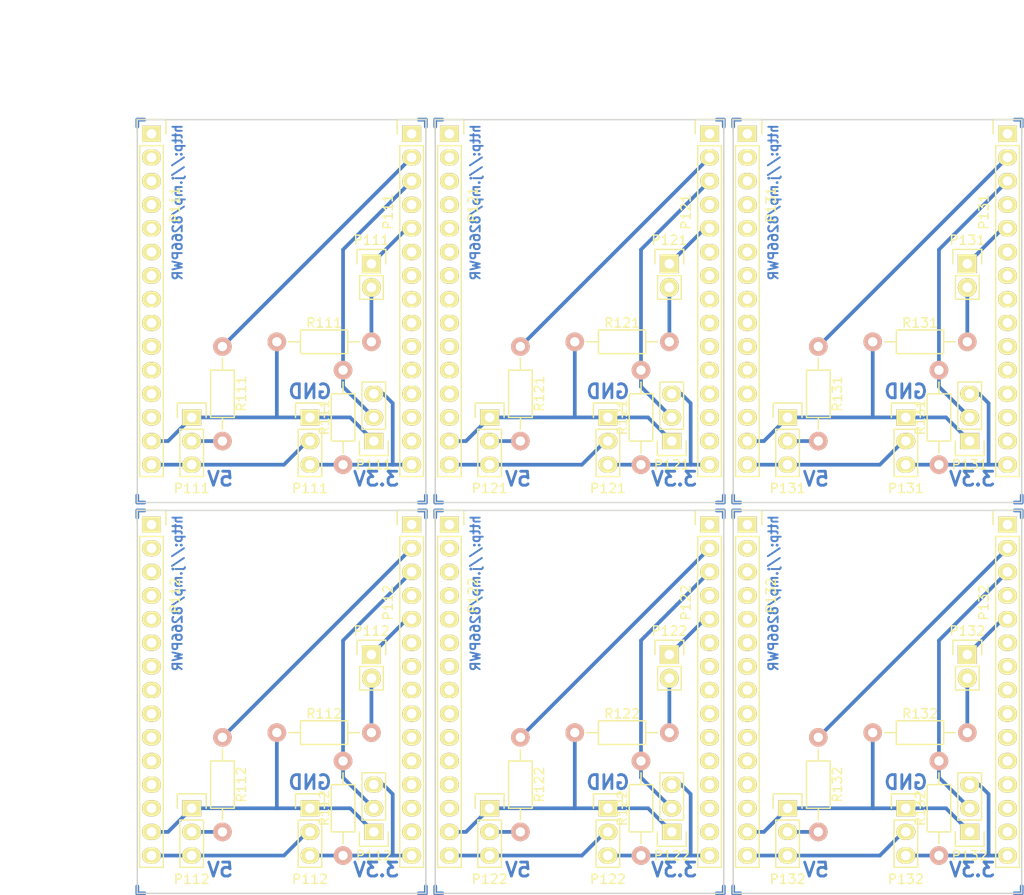
<source format=kicad_pcb>
(kicad_pcb (version 4) (host pcbnew "(2015-12-14 BZR 6372)-product")

  (general
    (links 0)
    (no_connects 1)
    (area 0 0 0 0)
    (thickness 1.6)
    (drawings 51)
    (tracks 216)
    (zones 0)
    (modules 54)
    (nets 32)
  )

  (page A4)
  (layers
    (0 F.Cu signal)
    (31 B.Cu signal)
    (32 B.Adhes user)
    (33 F.Adhes user)
    (34 B.Paste user)
    (35 F.Paste user)
    (36 B.SilkS user)
    (37 F.SilkS user)
    (38 B.Mask user)
    (39 F.Mask user)
    (40 Dwgs.User user)
    (41 Cmts.User user)
    (42 Eco1.User user)
    (43 Eco2.User user)
    (44 Edge.Cuts user)
    (45 Margin user)
    (46 B.CrtYd user)
    (47 F.CrtYd user)
    (48 B.Fab user)
    (49 F.Fab user)
  )

  (setup
    (last_trace_width 0.4)
    (trace_clearance 0.2)
    (zone_clearance 0.508)
    (zone_45_only no)
    (trace_min 0.2)
    (segment_width 0.2)
    (edge_width 0.15)
    (via_size 0.6)
    (via_drill 0.4)
    (via_min_size 0.4)
    (via_min_drill 0.3)
    (uvia_size 0.3)
    (uvia_drill 0.1)
    (uvias_allowed no)
    (uvia_min_size 0.2)
    (uvia_min_drill 0.1)
    (pcb_text_width 0.3)
    (pcb_text_size 1.5 1.5)
    (mod_edge_width 0.15)
    (mod_text_size 1 1)
    (mod_text_width 0.15)
    (pad_size 1.524 1.524)
    (pad_drill 0.762)
    (pad_to_mask_clearance 0.2)
    (aux_axis_origin 0 0)
    (visible_elements FFFFFF7F)
    (pcbplotparams
      (layerselection 0x00000_fffffffe)
      (usegerberextensions false)
      (excludeedgelayer true)
      (linewidth 1.000000)
      (plotframeref false)
      (viasonmask false)
      (mode 1)
      (useauxorigin false)
      (hpglpennumber 1)
      (hpglpenspeed 20)
      (hpglpendiameter 15)
      (hpglpenoverlay 2)
      (psnegative false)
      (psa4output false)
      (plotreference true)
      (plotvalue true)
      (plotinvisibletext false)
      (padsonsilk false)
      (subtractmaskfromsilk false)
      (outputformat 4)
      (mirror false)
      (drillshape 2)
      (scaleselection 1)
      (outputdirectory ""))
  )

  (net 0 "")
  (net 1 "Net-(P1-Pad1)")
  (net 2 "Net-(P1-Pad2)")
  (net 3 "Net-(P1-Pad3)")
  (net 4 "Net-(P1-Pad4)")
  (net 5 "Net-(P1-Pad5)")
  (net 6 "Net-(P1-Pad6)")
  (net 7 "Net-(P1-Pad7)")
  (net 8 "Net-(P1-Pad8)")
  (net 9 "Net-(P1-Pad9)")
  (net 10 "Net-(P1-Pad10)")
  (net 11 "Net-(P1-Pad11)")
  (net 12 "Net-(P1-Pad12)")
  (net 13 "Net-(P1-Pad13)")
  (net 14 GND)
  (net 15 5V)
  (net 16 "Net-(P2-Pad1)")
  (net 17 GPIO5)
  (net 18 "Net-(P2-Pad6)")
  (net 19 "Net-(P2-Pad7)")
  (net 20 "Net-(P2-Pad8)")
  (net 21 "Net-(P2-Pad9)")
  (net 22 "Net-(P2-Pad10)")
  (net 23 "Net-(P2-Pad12)")
  (net 24 "Net-(P2-Pad13)")
  (net 25 3.3V)
  (net 26 "Net-(P3-Pad2)")
  (net 27 "Net-(P2-Pad4)")
  (net 28 GPIO4)
  (net 29 GPIO2)
  (net 30 "Net-(P2-Pad11)")
  (net 31 "Net-(P4-Pad2)")

  (net_class Default "This is the default net class."
    (clearance 0.2)
    (trace_width 0.4)
    (via_dia 0.6)
    (via_drill 0.4)
    (uvia_dia 0.3)
    (uvia_drill 0.1)
    (add_net 3.3V)
    (add_net 5V)
    (add_net GND)
    (add_net GPIO2)
    (add_net GPIO4)
    (add_net GPIO5)
    (add_net "Net-(P1-Pad1)")
    (add_net "Net-(P1-Pad10)")
    (add_net "Net-(P1-Pad11)")
    (add_net "Net-(P1-Pad12)")
    (add_net "Net-(P1-Pad13)")
    (add_net "Net-(P1-Pad2)")
    (add_net "Net-(P1-Pad3)")
    (add_net "Net-(P1-Pad4)")
    (add_net "Net-(P1-Pad5)")
    (add_net "Net-(P1-Pad6)")
    (add_net "Net-(P1-Pad7)")
    (add_net "Net-(P1-Pad8)")
    (add_net "Net-(P1-Pad9)")
    (add_net "Net-(P2-Pad1)")
    (add_net "Net-(P2-Pad10)")
    (add_net "Net-(P2-Pad11)")
    (add_net "Net-(P2-Pad12)")
    (add_net "Net-(P2-Pad13)")
    (add_net "Net-(P2-Pad4)")
    (add_net "Net-(P2-Pad6)")
    (add_net "Net-(P2-Pad7)")
    (add_net "Net-(P2-Pad8)")
    (add_net "Net-(P2-Pad9)")
    (add_net "Net-(P3-Pad2)")
    (add_net "Net-(P4-Pad2)")
  )

  (net_class "Copper Outline" ""
    (clearance 0.2)
    (trace_width 0.2)
    (via_dia 0.6)
    (via_drill 0.4)
    (uvia_dia 0.3)
    (uvia_drill 0.1)
  )

  (net_class Outline ""
    (clearance 0.2)
    (trace_width 0.2)
    (via_dia 0.6)
    (via_drill 0.4)
    (uvia_dia 0.3)
    (uvia_drill 0.1)
  )

  (module Resistors_ThroughHole:Resistor_Horizontal_RM10mm placed (layer F.Cu) (tedit 53F56209) (tstamp 568D9A5F)
    (at 225.036 131.154 90)
    (descr "Resistor, Axial,  RM 10mm, 1/3W,")
    (tags "Resistor, Axial, RM 10mm, 1/3W,")
    (path /566F3AF7)
    (fp_text reference R132 (at 0 -2.006 90) (layer F.SilkS)
      (effects (font (size 1 1) (thickness 0.15)))
    )
    (fp_text value 2.2k (at 0.254 0 90) (layer F.Fab)
      (effects (font (size 1 1) (thickness 0.15)))
    )
    (fp_line (start -2.54 -1.27) (end 2.54 -1.27) (layer F.SilkS) (width 0.15))
    (fp_line (start 2.54 -1.27) (end 2.54 1.27) (layer F.SilkS) (width 0.15))
    (fp_line (start 2.54 1.27) (end -2.54 1.27) (layer F.SilkS) (width 0.15))
    (fp_line (start -2.54 1.27) (end -2.54 -1.27) (layer F.SilkS) (width 0.15))
    (fp_line (start -2.54 0) (end -3.81 0) (layer F.SilkS) (width 0.15))
    (fp_line (start 2.54 0) (end 3.81 0) (layer F.SilkS) (width 0.15))
    (pad 1 thru_hole circle (at -5.08 0 90) (size 1.99898 1.99898) (drill 1.00076) (layers *.Cu *.SilkS *.Mask)
      (net 25 3.3V))
    (pad 2 thru_hole circle (at 5.08 0 90) (size 1.99898 1.99898) (drill 1.00076) (layers *.Cu *.SilkS *.Mask)
      (net 28 GPIO4))
    (model Resistors_ThroughHole.3dshapes/Resistor_Horizontal_RM10mm.wrl
      (at (xyz 0 0 0))
      (scale (xyz 0.4 0.4 0.4))
      (rotate (xyz 0 0 0))
    )
  )

  (module Resistors_ThroughHole:Resistor_Horizontal_RM10mm placed (layer F.Cu) (tedit 53F56209) (tstamp 568D9A54)
    (at 193.036 131.154 90)
    (descr "Resistor, Axial,  RM 10mm, 1/3W,")
    (tags "Resistor, Axial, RM 10mm, 1/3W,")
    (path /566F3AF7)
    (fp_text reference R122 (at 0 -2.006 90) (layer F.SilkS)
      (effects (font (size 1 1) (thickness 0.15)))
    )
    (fp_text value 2.2k (at 0.254 0 90) (layer F.Fab)
      (effects (font (size 1 1) (thickness 0.15)))
    )
    (fp_line (start -2.54 -1.27) (end 2.54 -1.27) (layer F.SilkS) (width 0.15))
    (fp_line (start 2.54 -1.27) (end 2.54 1.27) (layer F.SilkS) (width 0.15))
    (fp_line (start 2.54 1.27) (end -2.54 1.27) (layer F.SilkS) (width 0.15))
    (fp_line (start -2.54 1.27) (end -2.54 -1.27) (layer F.SilkS) (width 0.15))
    (fp_line (start -2.54 0) (end -3.81 0) (layer F.SilkS) (width 0.15))
    (fp_line (start 2.54 0) (end 3.81 0) (layer F.SilkS) (width 0.15))
    (pad 1 thru_hole circle (at -5.08 0 90) (size 1.99898 1.99898) (drill 1.00076) (layers *.Cu *.SilkS *.Mask)
      (net 25 3.3V))
    (pad 2 thru_hole circle (at 5.08 0 90) (size 1.99898 1.99898) (drill 1.00076) (layers *.Cu *.SilkS *.Mask)
      (net 28 GPIO4))
    (model Resistors_ThroughHole.3dshapes/Resistor_Horizontal_RM10mm.wrl
      (at (xyz 0 0 0))
      (scale (xyz 0.4 0.4 0.4))
      (rotate (xyz 0 0 0))
    )
  )

  (module Resistors_ThroughHole:Resistor_Horizontal_RM10mm placed (layer F.Cu) (tedit 53F56209) (tstamp 568D9A49)
    (at 161.036 131.154 90)
    (descr "Resistor, Axial,  RM 10mm, 1/3W,")
    (tags "Resistor, Axial, RM 10mm, 1/3W,")
    (path /566F3AF7)
    (fp_text reference R112 (at 0 -2.006 90) (layer F.SilkS)
      (effects (font (size 1 1) (thickness 0.15)))
    )
    (fp_text value 2.2k (at 0.254 0 90) (layer F.Fab)
      (effects (font (size 1 1) (thickness 0.15)))
    )
    (fp_line (start -2.54 -1.27) (end 2.54 -1.27) (layer F.SilkS) (width 0.15))
    (fp_line (start 2.54 -1.27) (end 2.54 1.27) (layer F.SilkS) (width 0.15))
    (fp_line (start 2.54 1.27) (end -2.54 1.27) (layer F.SilkS) (width 0.15))
    (fp_line (start -2.54 1.27) (end -2.54 -1.27) (layer F.SilkS) (width 0.15))
    (fp_line (start -2.54 0) (end -3.81 0) (layer F.SilkS) (width 0.15))
    (fp_line (start 2.54 0) (end 3.81 0) (layer F.SilkS) (width 0.15))
    (pad 1 thru_hole circle (at -5.08 0 90) (size 1.99898 1.99898) (drill 1.00076) (layers *.Cu *.SilkS *.Mask)
      (net 25 3.3V))
    (pad 2 thru_hole circle (at 5.08 0 90) (size 1.99898 1.99898) (drill 1.00076) (layers *.Cu *.SilkS *.Mask)
      (net 28 GPIO4))
    (model Resistors_ThroughHole.3dshapes/Resistor_Horizontal_RM10mm.wrl
      (at (xyz 0 0 0))
      (scale (xyz 0.4 0.4 0.4))
      (rotate (xyz 0 0 0))
    )
  )

  (module Resistors_ThroughHole:Resistor_Horizontal_RM10mm placed (layer F.Cu) (tedit 53F56209) (tstamp 568D9A3E)
    (at 225.036 89.154 90)
    (descr "Resistor, Axial,  RM 10mm, 1/3W,")
    (tags "Resistor, Axial, RM 10mm, 1/3W,")
    (path /566F3AF7)
    (fp_text reference R131 (at 0 -2.006 90) (layer F.SilkS)
      (effects (font (size 1 1) (thickness 0.15)))
    )
    (fp_text value 2.2k (at 0.254 0 90) (layer F.Fab)
      (effects (font (size 1 1) (thickness 0.15)))
    )
    (fp_line (start -2.54 -1.27) (end 2.54 -1.27) (layer F.SilkS) (width 0.15))
    (fp_line (start 2.54 -1.27) (end 2.54 1.27) (layer F.SilkS) (width 0.15))
    (fp_line (start 2.54 1.27) (end -2.54 1.27) (layer F.SilkS) (width 0.15))
    (fp_line (start -2.54 1.27) (end -2.54 -1.27) (layer F.SilkS) (width 0.15))
    (fp_line (start -2.54 0) (end -3.81 0) (layer F.SilkS) (width 0.15))
    (fp_line (start 2.54 0) (end 3.81 0) (layer F.SilkS) (width 0.15))
    (pad 1 thru_hole circle (at -5.08 0 90) (size 1.99898 1.99898) (drill 1.00076) (layers *.Cu *.SilkS *.Mask)
      (net 25 3.3V))
    (pad 2 thru_hole circle (at 5.08 0 90) (size 1.99898 1.99898) (drill 1.00076) (layers *.Cu *.SilkS *.Mask)
      (net 28 GPIO4))
    (model Resistors_ThroughHole.3dshapes/Resistor_Horizontal_RM10mm.wrl
      (at (xyz 0 0 0))
      (scale (xyz 0.4 0.4 0.4))
      (rotate (xyz 0 0 0))
    )
  )

  (module Resistors_ThroughHole:Resistor_Horizontal_RM10mm placed (layer F.Cu) (tedit 53F56209) (tstamp 568D9A33)
    (at 193.036 89.154 90)
    (descr "Resistor, Axial,  RM 10mm, 1/3W,")
    (tags "Resistor, Axial, RM 10mm, 1/3W,")
    (path /566F3AF7)
    (fp_text reference R121 (at 0 -2.006 90) (layer F.SilkS)
      (effects (font (size 1 1) (thickness 0.15)))
    )
    (fp_text value 2.2k (at 0.254 0 90) (layer F.Fab)
      (effects (font (size 1 1) (thickness 0.15)))
    )
    (fp_line (start -2.54 -1.27) (end 2.54 -1.27) (layer F.SilkS) (width 0.15))
    (fp_line (start 2.54 -1.27) (end 2.54 1.27) (layer F.SilkS) (width 0.15))
    (fp_line (start 2.54 1.27) (end -2.54 1.27) (layer F.SilkS) (width 0.15))
    (fp_line (start -2.54 1.27) (end -2.54 -1.27) (layer F.SilkS) (width 0.15))
    (fp_line (start -2.54 0) (end -3.81 0) (layer F.SilkS) (width 0.15))
    (fp_line (start 2.54 0) (end 3.81 0) (layer F.SilkS) (width 0.15))
    (pad 1 thru_hole circle (at -5.08 0 90) (size 1.99898 1.99898) (drill 1.00076) (layers *.Cu *.SilkS *.Mask)
      (net 25 3.3V))
    (pad 2 thru_hole circle (at 5.08 0 90) (size 1.99898 1.99898) (drill 1.00076) (layers *.Cu *.SilkS *.Mask)
      (net 28 GPIO4))
    (model Resistors_ThroughHole.3dshapes/Resistor_Horizontal_RM10mm.wrl
      (at (xyz 0 0 0))
      (scale (xyz 0.4 0.4 0.4))
      (rotate (xyz 0 0 0))
    )
  )

  (module Pin_Headers:Pin_Header_Straight_1x03 placed (layer F.Cu) (tedit 0) (tstamp 568D9A22)
    (at 228.338 133.694 180)
    (descr "Through hole pin header")
    (tags "pin header")
    (path /566A8D76)
    (fp_text reference P132 (at 0 -2.54 180) (layer F.SilkS)
      (effects (font (size 1 1) (thickness 0.15)))
    )
    (fp_text value CONN_1WIRE (at -2.032 2.032 270) (layer F.Fab)
      (effects (font (size 1 1) (thickness 0.15)))
    )
    (fp_line (start -1.75 -1.75) (end -1.75 6.85) (layer F.CrtYd) (width 0.05))
    (fp_line (start 1.75 -1.75) (end 1.75 6.85) (layer F.CrtYd) (width 0.05))
    (fp_line (start -1.75 -1.75) (end 1.75 -1.75) (layer F.CrtYd) (width 0.05))
    (fp_line (start -1.75 6.85) (end 1.75 6.85) (layer F.CrtYd) (width 0.05))
    (fp_line (start -1.27 1.27) (end -1.27 6.35) (layer F.SilkS) (width 0.15))
    (fp_line (start -1.27 6.35) (end 1.27 6.35) (layer F.SilkS) (width 0.15))
    (fp_line (start 1.27 6.35) (end 1.27 1.27) (layer F.SilkS) (width 0.15))
    (fp_line (start 1.55 -1.55) (end 1.55 0) (layer F.SilkS) (width 0.15))
    (fp_line (start 1.27 1.27) (end -1.27 1.27) (layer F.SilkS) (width 0.15))
    (fp_line (start -1.55 0) (end -1.55 -1.55) (layer F.SilkS) (width 0.15))
    (fp_line (start -1.55 -1.55) (end 1.55 -1.55) (layer F.SilkS) (width 0.15))
    (pad 1 thru_hole rect (at 0 0 180) (size 2.032 1.7272) (drill 1.016) (layers *.Cu *.Mask F.SilkS)
      (net 14 GND))
    (pad 2 thru_hole oval (at 0 2.54 180) (size 2.032 1.7272) (drill 1.016) (layers *.Cu *.Mask F.SilkS)
      (net 28 GPIO4))
    (pad 3 thru_hole oval (at 0 5.08 180) (size 2.032 1.7272) (drill 1.016) (layers *.Cu *.Mask F.SilkS)
      (net 25 3.3V))
    (model Pin_Headers.3dshapes/Pin_Header_Straight_1x03.wrl
      (at (xyz 0 -0.1 0))
      (scale (xyz 1 1 1))
      (rotate (xyz 0 0 90))
    )
  )

  (module Pin_Headers:Pin_Header_Straight_1x03 placed (layer F.Cu) (tedit 0) (tstamp 568D9A11)
    (at 196.338 133.694 180)
    (descr "Through hole pin header")
    (tags "pin header")
    (path /566A8D76)
    (fp_text reference P122 (at 0 -2.54 180) (layer F.SilkS)
      (effects (font (size 1 1) (thickness 0.15)))
    )
    (fp_text value CONN_1WIRE (at -2.032 2.032 270) (layer F.Fab)
      (effects (font (size 1 1) (thickness 0.15)))
    )
    (fp_line (start -1.75 -1.75) (end -1.75 6.85) (layer F.CrtYd) (width 0.05))
    (fp_line (start 1.75 -1.75) (end 1.75 6.85) (layer F.CrtYd) (width 0.05))
    (fp_line (start -1.75 -1.75) (end 1.75 -1.75) (layer F.CrtYd) (width 0.05))
    (fp_line (start -1.75 6.85) (end 1.75 6.85) (layer F.CrtYd) (width 0.05))
    (fp_line (start -1.27 1.27) (end -1.27 6.35) (layer F.SilkS) (width 0.15))
    (fp_line (start -1.27 6.35) (end 1.27 6.35) (layer F.SilkS) (width 0.15))
    (fp_line (start 1.27 6.35) (end 1.27 1.27) (layer F.SilkS) (width 0.15))
    (fp_line (start 1.55 -1.55) (end 1.55 0) (layer F.SilkS) (width 0.15))
    (fp_line (start 1.27 1.27) (end -1.27 1.27) (layer F.SilkS) (width 0.15))
    (fp_line (start -1.55 0) (end -1.55 -1.55) (layer F.SilkS) (width 0.15))
    (fp_line (start -1.55 -1.55) (end 1.55 -1.55) (layer F.SilkS) (width 0.15))
    (pad 1 thru_hole rect (at 0 0 180) (size 2.032 1.7272) (drill 1.016) (layers *.Cu *.Mask F.SilkS)
      (net 14 GND))
    (pad 2 thru_hole oval (at 0 2.54 180) (size 2.032 1.7272) (drill 1.016) (layers *.Cu *.Mask F.SilkS)
      (net 28 GPIO4))
    (pad 3 thru_hole oval (at 0 5.08 180) (size 2.032 1.7272) (drill 1.016) (layers *.Cu *.Mask F.SilkS)
      (net 25 3.3V))
    (model Pin_Headers.3dshapes/Pin_Header_Straight_1x03.wrl
      (at (xyz 0 -0.1 0))
      (scale (xyz 1 1 1))
      (rotate (xyz 0 0 90))
    )
  )

  (module Pin_Headers:Pin_Header_Straight_1x03 placed (layer F.Cu) (tedit 0) (tstamp 568D9A00)
    (at 164.338 133.694 180)
    (descr "Through hole pin header")
    (tags "pin header")
    (path /566A8D76)
    (fp_text reference P112 (at 0 -2.54 180) (layer F.SilkS)
      (effects (font (size 1 1) (thickness 0.15)))
    )
    (fp_text value CONN_1WIRE (at -2.032 2.032 270) (layer F.Fab)
      (effects (font (size 1 1) (thickness 0.15)))
    )
    (fp_line (start -1.75 -1.75) (end -1.75 6.85) (layer F.CrtYd) (width 0.05))
    (fp_line (start 1.75 -1.75) (end 1.75 6.85) (layer F.CrtYd) (width 0.05))
    (fp_line (start -1.75 -1.75) (end 1.75 -1.75) (layer F.CrtYd) (width 0.05))
    (fp_line (start -1.75 6.85) (end 1.75 6.85) (layer F.CrtYd) (width 0.05))
    (fp_line (start -1.27 1.27) (end -1.27 6.35) (layer F.SilkS) (width 0.15))
    (fp_line (start -1.27 6.35) (end 1.27 6.35) (layer F.SilkS) (width 0.15))
    (fp_line (start 1.27 6.35) (end 1.27 1.27) (layer F.SilkS) (width 0.15))
    (fp_line (start 1.55 -1.55) (end 1.55 0) (layer F.SilkS) (width 0.15))
    (fp_line (start 1.27 1.27) (end -1.27 1.27) (layer F.SilkS) (width 0.15))
    (fp_line (start -1.55 0) (end -1.55 -1.55) (layer F.SilkS) (width 0.15))
    (fp_line (start -1.55 -1.55) (end 1.55 -1.55) (layer F.SilkS) (width 0.15))
    (pad 1 thru_hole rect (at 0 0 180) (size 2.032 1.7272) (drill 1.016) (layers *.Cu *.Mask F.SilkS)
      (net 14 GND))
    (pad 2 thru_hole oval (at 0 2.54 180) (size 2.032 1.7272) (drill 1.016) (layers *.Cu *.Mask F.SilkS)
      (net 28 GPIO4))
    (pad 3 thru_hole oval (at 0 5.08 180) (size 2.032 1.7272) (drill 1.016) (layers *.Cu *.Mask F.SilkS)
      (net 25 3.3V))
    (model Pin_Headers.3dshapes/Pin_Header_Straight_1x03.wrl
      (at (xyz 0 -0.1 0))
      (scale (xyz 1 1 1))
      (rotate (xyz 0 0 90))
    )
  )

  (module Pin_Headers:Pin_Header_Straight_1x03 placed (layer F.Cu) (tedit 0) (tstamp 568D99EF)
    (at 228.338 91.694 180)
    (descr "Through hole pin header")
    (tags "pin header")
    (path /566A8D76)
    (fp_text reference P131 (at 0 -2.54 180) (layer F.SilkS)
      (effects (font (size 1 1) (thickness 0.15)))
    )
    (fp_text value CONN_1WIRE (at -2.032 2.032 270) (layer F.Fab)
      (effects (font (size 1 1) (thickness 0.15)))
    )
    (fp_line (start -1.75 -1.75) (end -1.75 6.85) (layer F.CrtYd) (width 0.05))
    (fp_line (start 1.75 -1.75) (end 1.75 6.85) (layer F.CrtYd) (width 0.05))
    (fp_line (start -1.75 -1.75) (end 1.75 -1.75) (layer F.CrtYd) (width 0.05))
    (fp_line (start -1.75 6.85) (end 1.75 6.85) (layer F.CrtYd) (width 0.05))
    (fp_line (start -1.27 1.27) (end -1.27 6.35) (layer F.SilkS) (width 0.15))
    (fp_line (start -1.27 6.35) (end 1.27 6.35) (layer F.SilkS) (width 0.15))
    (fp_line (start 1.27 6.35) (end 1.27 1.27) (layer F.SilkS) (width 0.15))
    (fp_line (start 1.55 -1.55) (end 1.55 0) (layer F.SilkS) (width 0.15))
    (fp_line (start 1.27 1.27) (end -1.27 1.27) (layer F.SilkS) (width 0.15))
    (fp_line (start -1.55 0) (end -1.55 -1.55) (layer F.SilkS) (width 0.15))
    (fp_line (start -1.55 -1.55) (end 1.55 -1.55) (layer F.SilkS) (width 0.15))
    (pad 1 thru_hole rect (at 0 0 180) (size 2.032 1.7272) (drill 1.016) (layers *.Cu *.Mask F.SilkS)
      (net 14 GND))
    (pad 2 thru_hole oval (at 0 2.54 180) (size 2.032 1.7272) (drill 1.016) (layers *.Cu *.Mask F.SilkS)
      (net 28 GPIO4))
    (pad 3 thru_hole oval (at 0 5.08 180) (size 2.032 1.7272) (drill 1.016) (layers *.Cu *.Mask F.SilkS)
      (net 25 3.3V))
    (model Pin_Headers.3dshapes/Pin_Header_Straight_1x03.wrl
      (at (xyz 0 -0.1 0))
      (scale (xyz 1 1 1))
      (rotate (xyz 0 0 90))
    )
  )

  (module Pin_Headers:Pin_Header_Straight_1x03 placed (layer F.Cu) (tedit 0) (tstamp 568D99DE)
    (at 196.338 91.694 180)
    (descr "Through hole pin header")
    (tags "pin header")
    (path /566A8D76)
    (fp_text reference P121 (at 0 -2.54 180) (layer F.SilkS)
      (effects (font (size 1 1) (thickness 0.15)))
    )
    (fp_text value CONN_1WIRE (at -2.032 2.032 270) (layer F.Fab)
      (effects (font (size 1 1) (thickness 0.15)))
    )
    (fp_line (start -1.75 -1.75) (end -1.75 6.85) (layer F.CrtYd) (width 0.05))
    (fp_line (start 1.75 -1.75) (end 1.75 6.85) (layer F.CrtYd) (width 0.05))
    (fp_line (start -1.75 -1.75) (end 1.75 -1.75) (layer F.CrtYd) (width 0.05))
    (fp_line (start -1.75 6.85) (end 1.75 6.85) (layer F.CrtYd) (width 0.05))
    (fp_line (start -1.27 1.27) (end -1.27 6.35) (layer F.SilkS) (width 0.15))
    (fp_line (start -1.27 6.35) (end 1.27 6.35) (layer F.SilkS) (width 0.15))
    (fp_line (start 1.27 6.35) (end 1.27 1.27) (layer F.SilkS) (width 0.15))
    (fp_line (start 1.55 -1.55) (end 1.55 0) (layer F.SilkS) (width 0.15))
    (fp_line (start 1.27 1.27) (end -1.27 1.27) (layer F.SilkS) (width 0.15))
    (fp_line (start -1.55 0) (end -1.55 -1.55) (layer F.SilkS) (width 0.15))
    (fp_line (start -1.55 -1.55) (end 1.55 -1.55) (layer F.SilkS) (width 0.15))
    (pad 1 thru_hole rect (at 0 0 180) (size 2.032 1.7272) (drill 1.016) (layers *.Cu *.Mask F.SilkS)
      (net 14 GND))
    (pad 2 thru_hole oval (at 0 2.54 180) (size 2.032 1.7272) (drill 1.016) (layers *.Cu *.Mask F.SilkS)
      (net 28 GPIO4))
    (pad 3 thru_hole oval (at 0 5.08 180) (size 2.032 1.7272) (drill 1.016) (layers *.Cu *.Mask F.SilkS)
      (net 25 3.3V))
    (model Pin_Headers.3dshapes/Pin_Header_Straight_1x03.wrl
      (at (xyz 0 -0.1 0))
      (scale (xyz 1 1 1))
      (rotate (xyz 0 0 90))
    )
  )

  (module Resistors_ThroughHole:Resistor_Horizontal_RM10mm placed (layer F.Cu) (tedit 53F56209) (tstamp 568D99D3)
    (at 223.004 123.026 180)
    (descr "Resistor, Axial,  RM 10mm, 1/3W,")
    (tags "Resistor, Axial, RM 10mm, 1/3W,")
    (path /5664D0EB)
    (fp_text reference R132 (at 0 2.032 180) (layer F.SilkS)
      (effects (font (size 1 1) (thickness 0.15)))
    )
    (fp_text value 470 (at 0 0 180) (layer F.Fab)
      (effects (font (size 1 1) (thickness 0.15)))
    )
    (fp_line (start -2.54 -1.27) (end 2.54 -1.27) (layer F.SilkS) (width 0.15))
    (fp_line (start 2.54 -1.27) (end 2.54 1.27) (layer F.SilkS) (width 0.15))
    (fp_line (start 2.54 1.27) (end -2.54 1.27) (layer F.SilkS) (width 0.15))
    (fp_line (start -2.54 1.27) (end -2.54 -1.27) (layer F.SilkS) (width 0.15))
    (fp_line (start -2.54 0) (end -3.81 0) (layer F.SilkS) (width 0.15))
    (fp_line (start 2.54 0) (end 3.81 0) (layer F.SilkS) (width 0.15))
    (pad 1 thru_hole circle (at -5.08 0 180) (size 1.99898 1.99898) (drill 1.00076) (layers *.Cu *.SilkS *.Mask)
      (net 26 "Net-(P3-Pad2)"))
    (pad 2 thru_hole circle (at 5.08 0 180) (size 1.99898 1.99898) (drill 1.00076) (layers *.Cu *.SilkS *.Mask)
      (net 14 GND))
    (model Resistors_ThroughHole.3dshapes/Resistor_Horizontal_RM10mm.wrl
      (at (xyz 0 0 0))
      (scale (xyz 0.4 0.4 0.4))
      (rotate (xyz 0 0 0))
    )
  )

  (module Resistors_ThroughHole:Resistor_Horizontal_RM10mm placed (layer F.Cu) (tedit 53F56209) (tstamp 568D99C8)
    (at 191.004 123.026 180)
    (descr "Resistor, Axial,  RM 10mm, 1/3W,")
    (tags "Resistor, Axial, RM 10mm, 1/3W,")
    (path /5664D0EB)
    (fp_text reference R122 (at 0 2.032 180) (layer F.SilkS)
      (effects (font (size 1 1) (thickness 0.15)))
    )
    (fp_text value 470 (at 0 0 180) (layer F.Fab)
      (effects (font (size 1 1) (thickness 0.15)))
    )
    (fp_line (start -2.54 -1.27) (end 2.54 -1.27) (layer F.SilkS) (width 0.15))
    (fp_line (start 2.54 -1.27) (end 2.54 1.27) (layer F.SilkS) (width 0.15))
    (fp_line (start 2.54 1.27) (end -2.54 1.27) (layer F.SilkS) (width 0.15))
    (fp_line (start -2.54 1.27) (end -2.54 -1.27) (layer F.SilkS) (width 0.15))
    (fp_line (start -2.54 0) (end -3.81 0) (layer F.SilkS) (width 0.15))
    (fp_line (start 2.54 0) (end 3.81 0) (layer F.SilkS) (width 0.15))
    (pad 1 thru_hole circle (at -5.08 0 180) (size 1.99898 1.99898) (drill 1.00076) (layers *.Cu *.SilkS *.Mask)
      (net 26 "Net-(P3-Pad2)"))
    (pad 2 thru_hole circle (at 5.08 0 180) (size 1.99898 1.99898) (drill 1.00076) (layers *.Cu *.SilkS *.Mask)
      (net 14 GND))
    (model Resistors_ThroughHole.3dshapes/Resistor_Horizontal_RM10mm.wrl
      (at (xyz 0 0 0))
      (scale (xyz 0.4 0.4 0.4))
      (rotate (xyz 0 0 0))
    )
  )

  (module Resistors_ThroughHole:Resistor_Horizontal_RM10mm placed (layer F.Cu) (tedit 53F56209) (tstamp 568D99BD)
    (at 159.004 123.026 180)
    (descr "Resistor, Axial,  RM 10mm, 1/3W,")
    (tags "Resistor, Axial, RM 10mm, 1/3W,")
    (path /5664D0EB)
    (fp_text reference R112 (at 0 2.032 180) (layer F.SilkS)
      (effects (font (size 1 1) (thickness 0.15)))
    )
    (fp_text value 470 (at 0 0 180) (layer F.Fab)
      (effects (font (size 1 1) (thickness 0.15)))
    )
    (fp_line (start -2.54 -1.27) (end 2.54 -1.27) (layer F.SilkS) (width 0.15))
    (fp_line (start 2.54 -1.27) (end 2.54 1.27) (layer F.SilkS) (width 0.15))
    (fp_line (start 2.54 1.27) (end -2.54 1.27) (layer F.SilkS) (width 0.15))
    (fp_line (start -2.54 1.27) (end -2.54 -1.27) (layer F.SilkS) (width 0.15))
    (fp_line (start -2.54 0) (end -3.81 0) (layer F.SilkS) (width 0.15))
    (fp_line (start 2.54 0) (end 3.81 0) (layer F.SilkS) (width 0.15))
    (pad 1 thru_hole circle (at -5.08 0 180) (size 1.99898 1.99898) (drill 1.00076) (layers *.Cu *.SilkS *.Mask)
      (net 26 "Net-(P3-Pad2)"))
    (pad 2 thru_hole circle (at 5.08 0 180) (size 1.99898 1.99898) (drill 1.00076) (layers *.Cu *.SilkS *.Mask)
      (net 14 GND))
    (model Resistors_ThroughHole.3dshapes/Resistor_Horizontal_RM10mm.wrl
      (at (xyz 0 0 0))
      (scale (xyz 0.4 0.4 0.4))
      (rotate (xyz 0 0 0))
    )
  )

  (module Resistors_ThroughHole:Resistor_Horizontal_RM10mm placed (layer F.Cu) (tedit 53F56209) (tstamp 568D99B2)
    (at 223.004 81.026 180)
    (descr "Resistor, Axial,  RM 10mm, 1/3W,")
    (tags "Resistor, Axial, RM 10mm, 1/3W,")
    (path /5664D0EB)
    (fp_text reference R131 (at 0 2.032 180) (layer F.SilkS)
      (effects (font (size 1 1) (thickness 0.15)))
    )
    (fp_text value 470 (at 0 0 180) (layer F.Fab)
      (effects (font (size 1 1) (thickness 0.15)))
    )
    (fp_line (start -2.54 -1.27) (end 2.54 -1.27) (layer F.SilkS) (width 0.15))
    (fp_line (start 2.54 -1.27) (end 2.54 1.27) (layer F.SilkS) (width 0.15))
    (fp_line (start 2.54 1.27) (end -2.54 1.27) (layer F.SilkS) (width 0.15))
    (fp_line (start -2.54 1.27) (end -2.54 -1.27) (layer F.SilkS) (width 0.15))
    (fp_line (start -2.54 0) (end -3.81 0) (layer F.SilkS) (width 0.15))
    (fp_line (start 2.54 0) (end 3.81 0) (layer F.SilkS) (width 0.15))
    (pad 1 thru_hole circle (at -5.08 0 180) (size 1.99898 1.99898) (drill 1.00076) (layers *.Cu *.SilkS *.Mask)
      (net 26 "Net-(P3-Pad2)"))
    (pad 2 thru_hole circle (at 5.08 0 180) (size 1.99898 1.99898) (drill 1.00076) (layers *.Cu *.SilkS *.Mask)
      (net 14 GND))
    (model Resistors_ThroughHole.3dshapes/Resistor_Horizontal_RM10mm.wrl
      (at (xyz 0 0 0))
      (scale (xyz 0.4 0.4 0.4))
      (rotate (xyz 0 0 0))
    )
  )

  (module Resistors_ThroughHole:Resistor_Horizontal_RM10mm placed (layer F.Cu) (tedit 53F56209) (tstamp 568D99A7)
    (at 191.004 81.026 180)
    (descr "Resistor, Axial,  RM 10mm, 1/3W,")
    (tags "Resistor, Axial, RM 10mm, 1/3W,")
    (path /5664D0EB)
    (fp_text reference R121 (at 0 2.032 180) (layer F.SilkS)
      (effects (font (size 1 1) (thickness 0.15)))
    )
    (fp_text value 470 (at 0 0 180) (layer F.Fab)
      (effects (font (size 1 1) (thickness 0.15)))
    )
    (fp_line (start -2.54 -1.27) (end 2.54 -1.27) (layer F.SilkS) (width 0.15))
    (fp_line (start 2.54 -1.27) (end 2.54 1.27) (layer F.SilkS) (width 0.15))
    (fp_line (start 2.54 1.27) (end -2.54 1.27) (layer F.SilkS) (width 0.15))
    (fp_line (start -2.54 1.27) (end -2.54 -1.27) (layer F.SilkS) (width 0.15))
    (fp_line (start -2.54 0) (end -3.81 0) (layer F.SilkS) (width 0.15))
    (fp_line (start 2.54 0) (end 3.81 0) (layer F.SilkS) (width 0.15))
    (pad 1 thru_hole circle (at -5.08 0 180) (size 1.99898 1.99898) (drill 1.00076) (layers *.Cu *.SilkS *.Mask)
      (net 26 "Net-(P3-Pad2)"))
    (pad 2 thru_hole circle (at 5.08 0 180) (size 1.99898 1.99898) (drill 1.00076) (layers *.Cu *.SilkS *.Mask)
      (net 14 GND))
    (model Resistors_ThroughHole.3dshapes/Resistor_Horizontal_RM10mm.wrl
      (at (xyz 0 0 0))
      (scale (xyz 0.4 0.4 0.4))
      (rotate (xyz 0 0 0))
    )
  )

  (module Pin_Headers:Pin_Header_Straight_1x02 placed (layer F.Cu) (tedit 54EA090C) (tstamp 568D9997)
    (at 228.084 114.644)
    (descr "Through hole pin header")
    (tags "pin header")
    (path /5664D153)
    (fp_text reference P132 (at 0 -2.54) (layer F.SilkS)
      (effects (font (size 1 1) (thickness 0.15)))
    )
    (fp_text value CONN_METER (at -2.286 1.27 90) (layer F.Fab)
      (effects (font (size 1 1) (thickness 0.15)))
    )
    (fp_line (start 1.27 1.27) (end 1.27 3.81) (layer F.SilkS) (width 0.15))
    (fp_line (start 1.55 -1.55) (end 1.55 0) (layer F.SilkS) (width 0.15))
    (fp_line (start -1.75 -1.75) (end -1.75 4.3) (layer F.CrtYd) (width 0.05))
    (fp_line (start 1.75 -1.75) (end 1.75 4.3) (layer F.CrtYd) (width 0.05))
    (fp_line (start -1.75 -1.75) (end 1.75 -1.75) (layer F.CrtYd) (width 0.05))
    (fp_line (start -1.75 4.3) (end 1.75 4.3) (layer F.CrtYd) (width 0.05))
    (fp_line (start 1.27 1.27) (end -1.27 1.27) (layer F.SilkS) (width 0.15))
    (fp_line (start -1.55 0) (end -1.55 -1.55) (layer F.SilkS) (width 0.15))
    (fp_line (start -1.55 -1.55) (end 1.55 -1.55) (layer F.SilkS) (width 0.15))
    (fp_line (start -1.27 1.27) (end -1.27 3.81) (layer F.SilkS) (width 0.15))
    (fp_line (start -1.27 3.81) (end 1.27 3.81) (layer F.SilkS) (width 0.15))
    (pad 1 thru_hole rect (at 0 0) (size 2.032 2.032) (drill 1.016) (layers *.Cu *.Mask F.SilkS)
      (net 29 GPIO2))
    (pad 2 thru_hole oval (at 0 2.54) (size 2.032 2.032) (drill 1.016) (layers *.Cu *.Mask F.SilkS)
      (net 26 "Net-(P3-Pad2)"))
    (model Pin_Headers.3dshapes/Pin_Header_Straight_1x02.wrl
      (at (xyz 0 -0.05 0))
      (scale (xyz 1 1 1))
      (rotate (xyz 0 0 90))
    )
  )

  (module Pin_Headers:Pin_Header_Straight_1x02 placed (layer F.Cu) (tedit 54EA090C) (tstamp 568D9987)
    (at 196.084 114.644)
    (descr "Through hole pin header")
    (tags "pin header")
    (path /5664D153)
    (fp_text reference P122 (at 0 -2.54) (layer F.SilkS)
      (effects (font (size 1 1) (thickness 0.15)))
    )
    (fp_text value CONN_METER (at -2.286 1.27 90) (layer F.Fab)
      (effects (font (size 1 1) (thickness 0.15)))
    )
    (fp_line (start 1.27 1.27) (end 1.27 3.81) (layer F.SilkS) (width 0.15))
    (fp_line (start 1.55 -1.55) (end 1.55 0) (layer F.SilkS) (width 0.15))
    (fp_line (start -1.75 -1.75) (end -1.75 4.3) (layer F.CrtYd) (width 0.05))
    (fp_line (start 1.75 -1.75) (end 1.75 4.3) (layer F.CrtYd) (width 0.05))
    (fp_line (start -1.75 -1.75) (end 1.75 -1.75) (layer F.CrtYd) (width 0.05))
    (fp_line (start -1.75 4.3) (end 1.75 4.3) (layer F.CrtYd) (width 0.05))
    (fp_line (start 1.27 1.27) (end -1.27 1.27) (layer F.SilkS) (width 0.15))
    (fp_line (start -1.55 0) (end -1.55 -1.55) (layer F.SilkS) (width 0.15))
    (fp_line (start -1.55 -1.55) (end 1.55 -1.55) (layer F.SilkS) (width 0.15))
    (fp_line (start -1.27 1.27) (end -1.27 3.81) (layer F.SilkS) (width 0.15))
    (fp_line (start -1.27 3.81) (end 1.27 3.81) (layer F.SilkS) (width 0.15))
    (pad 1 thru_hole rect (at 0 0) (size 2.032 2.032) (drill 1.016) (layers *.Cu *.Mask F.SilkS)
      (net 29 GPIO2))
    (pad 2 thru_hole oval (at 0 2.54) (size 2.032 2.032) (drill 1.016) (layers *.Cu *.Mask F.SilkS)
      (net 26 "Net-(P3-Pad2)"))
    (model Pin_Headers.3dshapes/Pin_Header_Straight_1x02.wrl
      (at (xyz 0 -0.05 0))
      (scale (xyz 1 1 1))
      (rotate (xyz 0 0 90))
    )
  )

  (module Pin_Headers:Pin_Header_Straight_1x02 placed (layer F.Cu) (tedit 54EA090C) (tstamp 568D9977)
    (at 164.084 114.644)
    (descr "Through hole pin header")
    (tags "pin header")
    (path /5664D153)
    (fp_text reference P112 (at 0 -2.54) (layer F.SilkS)
      (effects (font (size 1 1) (thickness 0.15)))
    )
    (fp_text value CONN_METER (at -2.286 1.27 90) (layer F.Fab)
      (effects (font (size 1 1) (thickness 0.15)))
    )
    (fp_line (start 1.27 1.27) (end 1.27 3.81) (layer F.SilkS) (width 0.15))
    (fp_line (start 1.55 -1.55) (end 1.55 0) (layer F.SilkS) (width 0.15))
    (fp_line (start -1.75 -1.75) (end -1.75 4.3) (layer F.CrtYd) (width 0.05))
    (fp_line (start 1.75 -1.75) (end 1.75 4.3) (layer F.CrtYd) (width 0.05))
    (fp_line (start -1.75 -1.75) (end 1.75 -1.75) (layer F.CrtYd) (width 0.05))
    (fp_line (start -1.75 4.3) (end 1.75 4.3) (layer F.CrtYd) (width 0.05))
    (fp_line (start 1.27 1.27) (end -1.27 1.27) (layer F.SilkS) (width 0.15))
    (fp_line (start -1.55 0) (end -1.55 -1.55) (layer F.SilkS) (width 0.15))
    (fp_line (start -1.55 -1.55) (end 1.55 -1.55) (layer F.SilkS) (width 0.15))
    (fp_line (start -1.27 1.27) (end -1.27 3.81) (layer F.SilkS) (width 0.15))
    (fp_line (start -1.27 3.81) (end 1.27 3.81) (layer F.SilkS) (width 0.15))
    (pad 1 thru_hole rect (at 0 0) (size 2.032 2.032) (drill 1.016) (layers *.Cu *.Mask F.SilkS)
      (net 29 GPIO2))
    (pad 2 thru_hole oval (at 0 2.54) (size 2.032 2.032) (drill 1.016) (layers *.Cu *.Mask F.SilkS)
      (net 26 "Net-(P3-Pad2)"))
    (model Pin_Headers.3dshapes/Pin_Header_Straight_1x02.wrl
      (at (xyz 0 -0.05 0))
      (scale (xyz 1 1 1))
      (rotate (xyz 0 0 90))
    )
  )

  (module Pin_Headers:Pin_Header_Straight_1x02 placed (layer F.Cu) (tedit 54EA090C) (tstamp 568D9967)
    (at 228.084 72.644)
    (descr "Through hole pin header")
    (tags "pin header")
    (path /5664D153)
    (fp_text reference P131 (at 0 -2.54) (layer F.SilkS)
      (effects (font (size 1 1) (thickness 0.15)))
    )
    (fp_text value CONN_METER (at -2.286 1.27 90) (layer F.Fab)
      (effects (font (size 1 1) (thickness 0.15)))
    )
    (fp_line (start 1.27 1.27) (end 1.27 3.81) (layer F.SilkS) (width 0.15))
    (fp_line (start 1.55 -1.55) (end 1.55 0) (layer F.SilkS) (width 0.15))
    (fp_line (start -1.75 -1.75) (end -1.75 4.3) (layer F.CrtYd) (width 0.05))
    (fp_line (start 1.75 -1.75) (end 1.75 4.3) (layer F.CrtYd) (width 0.05))
    (fp_line (start -1.75 -1.75) (end 1.75 -1.75) (layer F.CrtYd) (width 0.05))
    (fp_line (start -1.75 4.3) (end 1.75 4.3) (layer F.CrtYd) (width 0.05))
    (fp_line (start 1.27 1.27) (end -1.27 1.27) (layer F.SilkS) (width 0.15))
    (fp_line (start -1.55 0) (end -1.55 -1.55) (layer F.SilkS) (width 0.15))
    (fp_line (start -1.55 -1.55) (end 1.55 -1.55) (layer F.SilkS) (width 0.15))
    (fp_line (start -1.27 1.27) (end -1.27 3.81) (layer F.SilkS) (width 0.15))
    (fp_line (start -1.27 3.81) (end 1.27 3.81) (layer F.SilkS) (width 0.15))
    (pad 1 thru_hole rect (at 0 0) (size 2.032 2.032) (drill 1.016) (layers *.Cu *.Mask F.SilkS)
      (net 29 GPIO2))
    (pad 2 thru_hole oval (at 0 2.54) (size 2.032 2.032) (drill 1.016) (layers *.Cu *.Mask F.SilkS)
      (net 26 "Net-(P3-Pad2)"))
    (model Pin_Headers.3dshapes/Pin_Header_Straight_1x02.wrl
      (at (xyz 0 -0.05 0))
      (scale (xyz 1 1 1))
      (rotate (xyz 0 0 90))
    )
  )

  (module Pin_Headers:Pin_Header_Straight_1x02 placed (layer F.Cu) (tedit 54EA090C) (tstamp 568D9957)
    (at 196.084 72.644)
    (descr "Through hole pin header")
    (tags "pin header")
    (path /5664D153)
    (fp_text reference P121 (at 0 -2.54) (layer F.SilkS)
      (effects (font (size 1 1) (thickness 0.15)))
    )
    (fp_text value CONN_METER (at -2.286 1.27 90) (layer F.Fab)
      (effects (font (size 1 1) (thickness 0.15)))
    )
    (fp_line (start 1.27 1.27) (end 1.27 3.81) (layer F.SilkS) (width 0.15))
    (fp_line (start 1.55 -1.55) (end 1.55 0) (layer F.SilkS) (width 0.15))
    (fp_line (start -1.75 -1.75) (end -1.75 4.3) (layer F.CrtYd) (width 0.05))
    (fp_line (start 1.75 -1.75) (end 1.75 4.3) (layer F.CrtYd) (width 0.05))
    (fp_line (start -1.75 -1.75) (end 1.75 -1.75) (layer F.CrtYd) (width 0.05))
    (fp_line (start -1.75 4.3) (end 1.75 4.3) (layer F.CrtYd) (width 0.05))
    (fp_line (start 1.27 1.27) (end -1.27 1.27) (layer F.SilkS) (width 0.15))
    (fp_line (start -1.55 0) (end -1.55 -1.55) (layer F.SilkS) (width 0.15))
    (fp_line (start -1.55 -1.55) (end 1.55 -1.55) (layer F.SilkS) (width 0.15))
    (fp_line (start -1.27 1.27) (end -1.27 3.81) (layer F.SilkS) (width 0.15))
    (fp_line (start -1.27 3.81) (end 1.27 3.81) (layer F.SilkS) (width 0.15))
    (pad 1 thru_hole rect (at 0 0) (size 2.032 2.032) (drill 1.016) (layers *.Cu *.Mask F.SilkS)
      (net 29 GPIO2))
    (pad 2 thru_hole oval (at 0 2.54) (size 2.032 2.032) (drill 1.016) (layers *.Cu *.Mask F.SilkS)
      (net 26 "Net-(P3-Pad2)"))
    (model Pin_Headers.3dshapes/Pin_Header_Straight_1x02.wrl
      (at (xyz 0 -0.05 0))
      (scale (xyz 1 1 1))
      (rotate (xyz 0 0 90))
    )
  )

  (module Socket_Strips:Socket_Strip_Straight_1x15 locked (layer F.Cu) (tedit 0) (tstamp 568D993A)
    (at 232.402 100.674 270)
    (descr "Through hole socket strip")
    (tags "socket strip")
    (path /5664CCBA)
    (fp_text reference P132 (at 8.382 2.54 270) (layer F.SilkS)
      (effects (font (size 1 1) (thickness 0.15)))
    )
    (fp_text value CONN_RIGHT (at 2.794 2.54 270) (layer F.Fab)
      (effects (font (size 1 1) (thickness 0.15)))
    )
    (fp_line (start -1.75 -1.75) (end -1.75 1.75) (layer F.CrtYd) (width 0.05))
    (fp_line (start 37.35 -1.75) (end 37.35 1.75) (layer F.CrtYd) (width 0.05))
    (fp_line (start -1.75 -1.75) (end 37.35 -1.75) (layer F.CrtYd) (width 0.05))
    (fp_line (start -1.75 1.75) (end 37.35 1.75) (layer F.CrtYd) (width 0.05))
    (fp_line (start 1.27 -1.27) (end 36.83 -1.27) (layer F.SilkS) (width 0.15))
    (fp_line (start 36.83 -1.27) (end 36.83 1.27) (layer F.SilkS) (width 0.15))
    (fp_line (start 36.83 1.27) (end 1.27 1.27) (layer F.SilkS) (width 0.15))
    (fp_line (start -1.55 1.55) (end 0 1.55) (layer F.SilkS) (width 0.15))
    (fp_line (start 1.27 1.27) (end 1.27 -1.27) (layer F.SilkS) (width 0.15))
    (fp_line (start 0 -1.55) (end -1.55 -1.55) (layer F.SilkS) (width 0.15))
    (fp_line (start -1.55 -1.55) (end -1.55 1.55) (layer F.SilkS) (width 0.15))
    (pad 1 thru_hole rect (at 0 0 270) (size 1.7272 2.032) (drill 1.016) (layers *.Cu *.Mask F.SilkS)
      (net 16 "Net-(P2-Pad1)"))
    (pad 2 thru_hole oval (at 2.54 0 270) (size 1.7272 2.032) (drill 1.016) (layers *.Cu *.Mask F.SilkS)
      (net 17 GPIO5))
    (pad 3 thru_hole oval (at 5.08 0 270) (size 1.7272 2.032) (drill 1.016) (layers *.Cu *.Mask F.SilkS)
      (net 28 GPIO4))
    (pad 4 thru_hole oval (at 7.62 0 270) (size 1.7272 2.032) (drill 1.016) (layers *.Cu *.Mask F.SilkS)
      (net 27 "Net-(P2-Pad4)"))
    (pad 5 thru_hole oval (at 10.16 0 270) (size 1.7272 2.032) (drill 1.016) (layers *.Cu *.Mask F.SilkS)
      (net 29 GPIO2))
    (pad 6 thru_hole oval (at 12.7 0 270) (size 1.7272 2.032) (drill 1.016) (layers *.Cu *.Mask F.SilkS)
      (net 18 "Net-(P2-Pad6)"))
    (pad 7 thru_hole oval (at 15.24 0 270) (size 1.7272 2.032) (drill 1.016) (layers *.Cu *.Mask F.SilkS)
      (net 19 "Net-(P2-Pad7)"))
    (pad 8 thru_hole oval (at 17.78 0 270) (size 1.7272 2.032) (drill 1.016) (layers *.Cu *.Mask F.SilkS)
      (net 20 "Net-(P2-Pad8)"))
    (pad 9 thru_hole oval (at 20.32 0 270) (size 1.7272 2.032) (drill 1.016) (layers *.Cu *.Mask F.SilkS)
      (net 21 "Net-(P2-Pad9)"))
    (pad 10 thru_hole oval (at 22.86 0 270) (size 1.7272 2.032) (drill 1.016) (layers *.Cu *.Mask F.SilkS)
      (net 22 "Net-(P2-Pad10)"))
    (pad 11 thru_hole oval (at 25.4 0 270) (size 1.7272 2.032) (drill 1.016) (layers *.Cu *.Mask F.SilkS)
      (net 30 "Net-(P2-Pad11)"))
    (pad 12 thru_hole oval (at 27.94 0 270) (size 1.7272 2.032) (drill 1.016) (layers *.Cu *.Mask F.SilkS)
      (net 23 "Net-(P2-Pad12)"))
    (pad 13 thru_hole oval (at 30.48 0 270) (size 1.7272 2.032) (drill 1.016) (layers *.Cu *.Mask F.SilkS)
      (net 24 "Net-(P2-Pad13)"))
    (pad 14 thru_hole oval (at 33.02 0 270) (size 1.7272 2.032) (drill 1.016) (layers *.Cu *.Mask F.SilkS)
      (net 14 GND))
    (pad 15 thru_hole oval (at 35.56 0 270) (size 1.7272 2.032) (drill 1.016) (layers *.Cu *.Mask F.SilkS)
      (net 25 3.3V))
    (model Socket_Strips.3dshapes/Socket_Strip_Straight_1x15.wrl
      (at (xyz 0.7 0 0))
      (scale (xyz 1 1 1))
      (rotate (xyz 0 0 180))
    )
  )

  (module Socket_Strips:Socket_Strip_Straight_1x15 locked (layer F.Cu) (tedit 0) (tstamp 568D991D)
    (at 200.402 100.674 270)
    (descr "Through hole socket strip")
    (tags "socket strip")
    (path /5664CCBA)
    (fp_text reference P122 (at 8.382 2.54 270) (layer F.SilkS)
      (effects (font (size 1 1) (thickness 0.15)))
    )
    (fp_text value CONN_RIGHT (at 2.794 2.54 270) (layer F.Fab)
      (effects (font (size 1 1) (thickness 0.15)))
    )
    (fp_line (start -1.75 -1.75) (end -1.75 1.75) (layer F.CrtYd) (width 0.05))
    (fp_line (start 37.35 -1.75) (end 37.35 1.75) (layer F.CrtYd) (width 0.05))
    (fp_line (start -1.75 -1.75) (end 37.35 -1.75) (layer F.CrtYd) (width 0.05))
    (fp_line (start -1.75 1.75) (end 37.35 1.75) (layer F.CrtYd) (width 0.05))
    (fp_line (start 1.27 -1.27) (end 36.83 -1.27) (layer F.SilkS) (width 0.15))
    (fp_line (start 36.83 -1.27) (end 36.83 1.27) (layer F.SilkS) (width 0.15))
    (fp_line (start 36.83 1.27) (end 1.27 1.27) (layer F.SilkS) (width 0.15))
    (fp_line (start -1.55 1.55) (end 0 1.55) (layer F.SilkS) (width 0.15))
    (fp_line (start 1.27 1.27) (end 1.27 -1.27) (layer F.SilkS) (width 0.15))
    (fp_line (start 0 -1.55) (end -1.55 -1.55) (layer F.SilkS) (width 0.15))
    (fp_line (start -1.55 -1.55) (end -1.55 1.55) (layer F.SilkS) (width 0.15))
    (pad 1 thru_hole rect (at 0 0 270) (size 1.7272 2.032) (drill 1.016) (layers *.Cu *.Mask F.SilkS)
      (net 16 "Net-(P2-Pad1)"))
    (pad 2 thru_hole oval (at 2.54 0 270) (size 1.7272 2.032) (drill 1.016) (layers *.Cu *.Mask F.SilkS)
      (net 17 GPIO5))
    (pad 3 thru_hole oval (at 5.08 0 270) (size 1.7272 2.032) (drill 1.016) (layers *.Cu *.Mask F.SilkS)
      (net 28 GPIO4))
    (pad 4 thru_hole oval (at 7.62 0 270) (size 1.7272 2.032) (drill 1.016) (layers *.Cu *.Mask F.SilkS)
      (net 27 "Net-(P2-Pad4)"))
    (pad 5 thru_hole oval (at 10.16 0 270) (size 1.7272 2.032) (drill 1.016) (layers *.Cu *.Mask F.SilkS)
      (net 29 GPIO2))
    (pad 6 thru_hole oval (at 12.7 0 270) (size 1.7272 2.032) (drill 1.016) (layers *.Cu *.Mask F.SilkS)
      (net 18 "Net-(P2-Pad6)"))
    (pad 7 thru_hole oval (at 15.24 0 270) (size 1.7272 2.032) (drill 1.016) (layers *.Cu *.Mask F.SilkS)
      (net 19 "Net-(P2-Pad7)"))
    (pad 8 thru_hole oval (at 17.78 0 270) (size 1.7272 2.032) (drill 1.016) (layers *.Cu *.Mask F.SilkS)
      (net 20 "Net-(P2-Pad8)"))
    (pad 9 thru_hole oval (at 20.32 0 270) (size 1.7272 2.032) (drill 1.016) (layers *.Cu *.Mask F.SilkS)
      (net 21 "Net-(P2-Pad9)"))
    (pad 10 thru_hole oval (at 22.86 0 270) (size 1.7272 2.032) (drill 1.016) (layers *.Cu *.Mask F.SilkS)
      (net 22 "Net-(P2-Pad10)"))
    (pad 11 thru_hole oval (at 25.4 0 270) (size 1.7272 2.032) (drill 1.016) (layers *.Cu *.Mask F.SilkS)
      (net 30 "Net-(P2-Pad11)"))
    (pad 12 thru_hole oval (at 27.94 0 270) (size 1.7272 2.032) (drill 1.016) (layers *.Cu *.Mask F.SilkS)
      (net 23 "Net-(P2-Pad12)"))
    (pad 13 thru_hole oval (at 30.48 0 270) (size 1.7272 2.032) (drill 1.016) (layers *.Cu *.Mask F.SilkS)
      (net 24 "Net-(P2-Pad13)"))
    (pad 14 thru_hole oval (at 33.02 0 270) (size 1.7272 2.032) (drill 1.016) (layers *.Cu *.Mask F.SilkS)
      (net 14 GND))
    (pad 15 thru_hole oval (at 35.56 0 270) (size 1.7272 2.032) (drill 1.016) (layers *.Cu *.Mask F.SilkS)
      (net 25 3.3V))
    (model Socket_Strips.3dshapes/Socket_Strip_Straight_1x15.wrl
      (at (xyz 0.7 0 0))
      (scale (xyz 1 1 1))
      (rotate (xyz 0 0 180))
    )
  )

  (module Socket_Strips:Socket_Strip_Straight_1x15 locked (layer F.Cu) (tedit 0) (tstamp 568D9900)
    (at 168.402 100.674 270)
    (descr "Through hole socket strip")
    (tags "socket strip")
    (path /5664CCBA)
    (fp_text reference P112 (at 8.382 2.54 270) (layer F.SilkS)
      (effects (font (size 1 1) (thickness 0.15)))
    )
    (fp_text value CONN_RIGHT (at 2.794 2.54 270) (layer F.Fab)
      (effects (font (size 1 1) (thickness 0.15)))
    )
    (fp_line (start -1.75 -1.75) (end -1.75 1.75) (layer F.CrtYd) (width 0.05))
    (fp_line (start 37.35 -1.75) (end 37.35 1.75) (layer F.CrtYd) (width 0.05))
    (fp_line (start -1.75 -1.75) (end 37.35 -1.75) (layer F.CrtYd) (width 0.05))
    (fp_line (start -1.75 1.75) (end 37.35 1.75) (layer F.CrtYd) (width 0.05))
    (fp_line (start 1.27 -1.27) (end 36.83 -1.27) (layer F.SilkS) (width 0.15))
    (fp_line (start 36.83 -1.27) (end 36.83 1.27) (layer F.SilkS) (width 0.15))
    (fp_line (start 36.83 1.27) (end 1.27 1.27) (layer F.SilkS) (width 0.15))
    (fp_line (start -1.55 1.55) (end 0 1.55) (layer F.SilkS) (width 0.15))
    (fp_line (start 1.27 1.27) (end 1.27 -1.27) (layer F.SilkS) (width 0.15))
    (fp_line (start 0 -1.55) (end -1.55 -1.55) (layer F.SilkS) (width 0.15))
    (fp_line (start -1.55 -1.55) (end -1.55 1.55) (layer F.SilkS) (width 0.15))
    (pad 1 thru_hole rect (at 0 0 270) (size 1.7272 2.032) (drill 1.016) (layers *.Cu *.Mask F.SilkS)
      (net 16 "Net-(P2-Pad1)"))
    (pad 2 thru_hole oval (at 2.54 0 270) (size 1.7272 2.032) (drill 1.016) (layers *.Cu *.Mask F.SilkS)
      (net 17 GPIO5))
    (pad 3 thru_hole oval (at 5.08 0 270) (size 1.7272 2.032) (drill 1.016) (layers *.Cu *.Mask F.SilkS)
      (net 28 GPIO4))
    (pad 4 thru_hole oval (at 7.62 0 270) (size 1.7272 2.032) (drill 1.016) (layers *.Cu *.Mask F.SilkS)
      (net 27 "Net-(P2-Pad4)"))
    (pad 5 thru_hole oval (at 10.16 0 270) (size 1.7272 2.032) (drill 1.016) (layers *.Cu *.Mask F.SilkS)
      (net 29 GPIO2))
    (pad 6 thru_hole oval (at 12.7 0 270) (size 1.7272 2.032) (drill 1.016) (layers *.Cu *.Mask F.SilkS)
      (net 18 "Net-(P2-Pad6)"))
    (pad 7 thru_hole oval (at 15.24 0 270) (size 1.7272 2.032) (drill 1.016) (layers *.Cu *.Mask F.SilkS)
      (net 19 "Net-(P2-Pad7)"))
    (pad 8 thru_hole oval (at 17.78 0 270) (size 1.7272 2.032) (drill 1.016) (layers *.Cu *.Mask F.SilkS)
      (net 20 "Net-(P2-Pad8)"))
    (pad 9 thru_hole oval (at 20.32 0 270) (size 1.7272 2.032) (drill 1.016) (layers *.Cu *.Mask F.SilkS)
      (net 21 "Net-(P2-Pad9)"))
    (pad 10 thru_hole oval (at 22.86 0 270) (size 1.7272 2.032) (drill 1.016) (layers *.Cu *.Mask F.SilkS)
      (net 22 "Net-(P2-Pad10)"))
    (pad 11 thru_hole oval (at 25.4 0 270) (size 1.7272 2.032) (drill 1.016) (layers *.Cu *.Mask F.SilkS)
      (net 30 "Net-(P2-Pad11)"))
    (pad 12 thru_hole oval (at 27.94 0 270) (size 1.7272 2.032) (drill 1.016) (layers *.Cu *.Mask F.SilkS)
      (net 23 "Net-(P2-Pad12)"))
    (pad 13 thru_hole oval (at 30.48 0 270) (size 1.7272 2.032) (drill 1.016) (layers *.Cu *.Mask F.SilkS)
      (net 24 "Net-(P2-Pad13)"))
    (pad 14 thru_hole oval (at 33.02 0 270) (size 1.7272 2.032) (drill 1.016) (layers *.Cu *.Mask F.SilkS)
      (net 14 GND))
    (pad 15 thru_hole oval (at 35.56 0 270) (size 1.7272 2.032) (drill 1.016) (layers *.Cu *.Mask F.SilkS)
      (net 25 3.3V))
    (model Socket_Strips.3dshapes/Socket_Strip_Straight_1x15.wrl
      (at (xyz 0.7 0 0))
      (scale (xyz 1 1 1))
      (rotate (xyz 0 0 180))
    )
  )

  (module Socket_Strips:Socket_Strip_Straight_1x15 locked (layer F.Cu) (tedit 0) (tstamp 568D98E3)
    (at 232.402 58.674 270)
    (descr "Through hole socket strip")
    (tags "socket strip")
    (path /5664CCBA)
    (fp_text reference P131 (at 8.382 2.54 270) (layer F.SilkS)
      (effects (font (size 1 1) (thickness 0.15)))
    )
    (fp_text value CONN_RIGHT (at 2.794 2.54 270) (layer F.Fab)
      (effects (font (size 1 1) (thickness 0.15)))
    )
    (fp_line (start -1.75 -1.75) (end -1.75 1.75) (layer F.CrtYd) (width 0.05))
    (fp_line (start 37.35 -1.75) (end 37.35 1.75) (layer F.CrtYd) (width 0.05))
    (fp_line (start -1.75 -1.75) (end 37.35 -1.75) (layer F.CrtYd) (width 0.05))
    (fp_line (start -1.75 1.75) (end 37.35 1.75) (layer F.CrtYd) (width 0.05))
    (fp_line (start 1.27 -1.27) (end 36.83 -1.27) (layer F.SilkS) (width 0.15))
    (fp_line (start 36.83 -1.27) (end 36.83 1.27) (layer F.SilkS) (width 0.15))
    (fp_line (start 36.83 1.27) (end 1.27 1.27) (layer F.SilkS) (width 0.15))
    (fp_line (start -1.55 1.55) (end 0 1.55) (layer F.SilkS) (width 0.15))
    (fp_line (start 1.27 1.27) (end 1.27 -1.27) (layer F.SilkS) (width 0.15))
    (fp_line (start 0 -1.55) (end -1.55 -1.55) (layer F.SilkS) (width 0.15))
    (fp_line (start -1.55 -1.55) (end -1.55 1.55) (layer F.SilkS) (width 0.15))
    (pad 1 thru_hole rect (at 0 0 270) (size 1.7272 2.032) (drill 1.016) (layers *.Cu *.Mask F.SilkS)
      (net 16 "Net-(P2-Pad1)"))
    (pad 2 thru_hole oval (at 2.54 0 270) (size 1.7272 2.032) (drill 1.016) (layers *.Cu *.Mask F.SilkS)
      (net 17 GPIO5))
    (pad 3 thru_hole oval (at 5.08 0 270) (size 1.7272 2.032) (drill 1.016) (layers *.Cu *.Mask F.SilkS)
      (net 28 GPIO4))
    (pad 4 thru_hole oval (at 7.62 0 270) (size 1.7272 2.032) (drill 1.016) (layers *.Cu *.Mask F.SilkS)
      (net 27 "Net-(P2-Pad4)"))
    (pad 5 thru_hole oval (at 10.16 0 270) (size 1.7272 2.032) (drill 1.016) (layers *.Cu *.Mask F.SilkS)
      (net 29 GPIO2))
    (pad 6 thru_hole oval (at 12.7 0 270) (size 1.7272 2.032) (drill 1.016) (layers *.Cu *.Mask F.SilkS)
      (net 18 "Net-(P2-Pad6)"))
    (pad 7 thru_hole oval (at 15.24 0 270) (size 1.7272 2.032) (drill 1.016) (layers *.Cu *.Mask F.SilkS)
      (net 19 "Net-(P2-Pad7)"))
    (pad 8 thru_hole oval (at 17.78 0 270) (size 1.7272 2.032) (drill 1.016) (layers *.Cu *.Mask F.SilkS)
      (net 20 "Net-(P2-Pad8)"))
    (pad 9 thru_hole oval (at 20.32 0 270) (size 1.7272 2.032) (drill 1.016) (layers *.Cu *.Mask F.SilkS)
      (net 21 "Net-(P2-Pad9)"))
    (pad 10 thru_hole oval (at 22.86 0 270) (size 1.7272 2.032) (drill 1.016) (layers *.Cu *.Mask F.SilkS)
      (net 22 "Net-(P2-Pad10)"))
    (pad 11 thru_hole oval (at 25.4 0 270) (size 1.7272 2.032) (drill 1.016) (layers *.Cu *.Mask F.SilkS)
      (net 30 "Net-(P2-Pad11)"))
    (pad 12 thru_hole oval (at 27.94 0 270) (size 1.7272 2.032) (drill 1.016) (layers *.Cu *.Mask F.SilkS)
      (net 23 "Net-(P2-Pad12)"))
    (pad 13 thru_hole oval (at 30.48 0 270) (size 1.7272 2.032) (drill 1.016) (layers *.Cu *.Mask F.SilkS)
      (net 24 "Net-(P2-Pad13)"))
    (pad 14 thru_hole oval (at 33.02 0 270) (size 1.7272 2.032) (drill 1.016) (layers *.Cu *.Mask F.SilkS)
      (net 14 GND))
    (pad 15 thru_hole oval (at 35.56 0 270) (size 1.7272 2.032) (drill 1.016) (layers *.Cu *.Mask F.SilkS)
      (net 25 3.3V))
    (model Socket_Strips.3dshapes/Socket_Strip_Straight_1x15.wrl
      (at (xyz 0.7 0 0))
      (scale (xyz 1 1 1))
      (rotate (xyz 0 0 180))
    )
  )

  (module Socket_Strips:Socket_Strip_Straight_1x15 locked (layer F.Cu) (tedit 0) (tstamp 568D98C6)
    (at 200.402 58.674 270)
    (descr "Through hole socket strip")
    (tags "socket strip")
    (path /5664CCBA)
    (fp_text reference P121 (at 8.382 2.54 270) (layer F.SilkS)
      (effects (font (size 1 1) (thickness 0.15)))
    )
    (fp_text value CONN_RIGHT (at 2.794 2.54 270) (layer F.Fab)
      (effects (font (size 1 1) (thickness 0.15)))
    )
    (fp_line (start -1.75 -1.75) (end -1.75 1.75) (layer F.CrtYd) (width 0.05))
    (fp_line (start 37.35 -1.75) (end 37.35 1.75) (layer F.CrtYd) (width 0.05))
    (fp_line (start -1.75 -1.75) (end 37.35 -1.75) (layer F.CrtYd) (width 0.05))
    (fp_line (start -1.75 1.75) (end 37.35 1.75) (layer F.CrtYd) (width 0.05))
    (fp_line (start 1.27 -1.27) (end 36.83 -1.27) (layer F.SilkS) (width 0.15))
    (fp_line (start 36.83 -1.27) (end 36.83 1.27) (layer F.SilkS) (width 0.15))
    (fp_line (start 36.83 1.27) (end 1.27 1.27) (layer F.SilkS) (width 0.15))
    (fp_line (start -1.55 1.55) (end 0 1.55) (layer F.SilkS) (width 0.15))
    (fp_line (start 1.27 1.27) (end 1.27 -1.27) (layer F.SilkS) (width 0.15))
    (fp_line (start 0 -1.55) (end -1.55 -1.55) (layer F.SilkS) (width 0.15))
    (fp_line (start -1.55 -1.55) (end -1.55 1.55) (layer F.SilkS) (width 0.15))
    (pad 1 thru_hole rect (at 0 0 270) (size 1.7272 2.032) (drill 1.016) (layers *.Cu *.Mask F.SilkS)
      (net 16 "Net-(P2-Pad1)"))
    (pad 2 thru_hole oval (at 2.54 0 270) (size 1.7272 2.032) (drill 1.016) (layers *.Cu *.Mask F.SilkS)
      (net 17 GPIO5))
    (pad 3 thru_hole oval (at 5.08 0 270) (size 1.7272 2.032) (drill 1.016) (layers *.Cu *.Mask F.SilkS)
      (net 28 GPIO4))
    (pad 4 thru_hole oval (at 7.62 0 270) (size 1.7272 2.032) (drill 1.016) (layers *.Cu *.Mask F.SilkS)
      (net 27 "Net-(P2-Pad4)"))
    (pad 5 thru_hole oval (at 10.16 0 270) (size 1.7272 2.032) (drill 1.016) (layers *.Cu *.Mask F.SilkS)
      (net 29 GPIO2))
    (pad 6 thru_hole oval (at 12.7 0 270) (size 1.7272 2.032) (drill 1.016) (layers *.Cu *.Mask F.SilkS)
      (net 18 "Net-(P2-Pad6)"))
    (pad 7 thru_hole oval (at 15.24 0 270) (size 1.7272 2.032) (drill 1.016) (layers *.Cu *.Mask F.SilkS)
      (net 19 "Net-(P2-Pad7)"))
    (pad 8 thru_hole oval (at 17.78 0 270) (size 1.7272 2.032) (drill 1.016) (layers *.Cu *.Mask F.SilkS)
      (net 20 "Net-(P2-Pad8)"))
    (pad 9 thru_hole oval (at 20.32 0 270) (size 1.7272 2.032) (drill 1.016) (layers *.Cu *.Mask F.SilkS)
      (net 21 "Net-(P2-Pad9)"))
    (pad 10 thru_hole oval (at 22.86 0 270) (size 1.7272 2.032) (drill 1.016) (layers *.Cu *.Mask F.SilkS)
      (net 22 "Net-(P2-Pad10)"))
    (pad 11 thru_hole oval (at 25.4 0 270) (size 1.7272 2.032) (drill 1.016) (layers *.Cu *.Mask F.SilkS)
      (net 30 "Net-(P2-Pad11)"))
    (pad 12 thru_hole oval (at 27.94 0 270) (size 1.7272 2.032) (drill 1.016) (layers *.Cu *.Mask F.SilkS)
      (net 23 "Net-(P2-Pad12)"))
    (pad 13 thru_hole oval (at 30.48 0 270) (size 1.7272 2.032) (drill 1.016) (layers *.Cu *.Mask F.SilkS)
      (net 24 "Net-(P2-Pad13)"))
    (pad 14 thru_hole oval (at 33.02 0 270) (size 1.7272 2.032) (drill 1.016) (layers *.Cu *.Mask F.SilkS)
      (net 14 GND))
    (pad 15 thru_hole oval (at 35.56 0 270) (size 1.7272 2.032) (drill 1.016) (layers *.Cu *.Mask F.SilkS)
      (net 25 3.3V))
    (model Socket_Strips.3dshapes/Socket_Strip_Straight_1x15.wrl
      (at (xyz 0.7 0 0))
      (scale (xyz 1 1 1))
      (rotate (xyz 0 0 180))
    )
  )

  (module Socket_Strips:Socket_Strip_Straight_1x15 locked (layer F.Cu) (tedit 0) (tstamp 568D98A9)
    (at 204.462 100.674 270)
    (descr "Through hole socket strip")
    (tags "socket strip")
    (path /5664CCEF)
    (fp_text reference P132 (at 7.62 -2.54 270) (layer F.SilkS)
      (effects (font (size 1 1) (thickness 0.15)))
    )
    (fp_text value CONN_LEFT (at 2.54 -2.54 270) (layer F.Fab)
      (effects (font (size 1 1) (thickness 0.15)))
    )
    (fp_line (start -1.75 -1.75) (end -1.75 1.75) (layer F.CrtYd) (width 0.05))
    (fp_line (start 37.35 -1.75) (end 37.35 1.75) (layer F.CrtYd) (width 0.05))
    (fp_line (start -1.75 -1.75) (end 37.35 -1.75) (layer F.CrtYd) (width 0.05))
    (fp_line (start -1.75 1.75) (end 37.35 1.75) (layer F.CrtYd) (width 0.05))
    (fp_line (start 1.27 -1.27) (end 36.83 -1.27) (layer F.SilkS) (width 0.15))
    (fp_line (start 36.83 -1.27) (end 36.83 1.27) (layer F.SilkS) (width 0.15))
    (fp_line (start 36.83 1.27) (end 1.27 1.27) (layer F.SilkS) (width 0.15))
    (fp_line (start -1.55 1.55) (end 0 1.55) (layer F.SilkS) (width 0.15))
    (fp_line (start 1.27 1.27) (end 1.27 -1.27) (layer F.SilkS) (width 0.15))
    (fp_line (start 0 -1.55) (end -1.55 -1.55) (layer F.SilkS) (width 0.15))
    (fp_line (start -1.55 -1.55) (end -1.55 1.55) (layer F.SilkS) (width 0.15))
    (pad 1 thru_hole rect (at 0 0 270) (size 1.7272 2.032) (drill 1.016) (layers *.Cu *.Mask F.SilkS)
      (net 1 "Net-(P1-Pad1)"))
    (pad 2 thru_hole oval (at 2.54 0 270) (size 1.7272 2.032) (drill 1.016) (layers *.Cu *.Mask F.SilkS)
      (net 2 "Net-(P1-Pad2)"))
    (pad 3 thru_hole oval (at 5.08 0 270) (size 1.7272 2.032) (drill 1.016) (layers *.Cu *.Mask F.SilkS)
      (net 3 "Net-(P1-Pad3)"))
    (pad 4 thru_hole oval (at 7.62 0 270) (size 1.7272 2.032) (drill 1.016) (layers *.Cu *.Mask F.SilkS)
      (net 4 "Net-(P1-Pad4)"))
    (pad 5 thru_hole oval (at 10.16 0 270) (size 1.7272 2.032) (drill 1.016) (layers *.Cu *.Mask F.SilkS)
      (net 5 "Net-(P1-Pad5)"))
    (pad 6 thru_hole oval (at 12.7 0 270) (size 1.7272 2.032) (drill 1.016) (layers *.Cu *.Mask F.SilkS)
      (net 6 "Net-(P1-Pad6)"))
    (pad 7 thru_hole oval (at 15.24 0 270) (size 1.7272 2.032) (drill 1.016) (layers *.Cu *.Mask F.SilkS)
      (net 7 "Net-(P1-Pad7)"))
    (pad 8 thru_hole oval (at 17.78 0 270) (size 1.7272 2.032) (drill 1.016) (layers *.Cu *.Mask F.SilkS)
      (net 8 "Net-(P1-Pad8)"))
    (pad 9 thru_hole oval (at 20.32 0 270) (size 1.7272 2.032) (drill 1.016) (layers *.Cu *.Mask F.SilkS)
      (net 9 "Net-(P1-Pad9)"))
    (pad 10 thru_hole oval (at 22.86 0 270) (size 1.7272 2.032) (drill 1.016) (layers *.Cu *.Mask F.SilkS)
      (net 10 "Net-(P1-Pad10)"))
    (pad 11 thru_hole oval (at 25.4 0 270) (size 1.7272 2.032) (drill 1.016) (layers *.Cu *.Mask F.SilkS)
      (net 11 "Net-(P1-Pad11)"))
    (pad 12 thru_hole oval (at 27.94 0 270) (size 1.7272 2.032) (drill 1.016) (layers *.Cu *.Mask F.SilkS)
      (net 12 "Net-(P1-Pad12)"))
    (pad 13 thru_hole oval (at 30.48 0 270) (size 1.7272 2.032) (drill 1.016) (layers *.Cu *.Mask F.SilkS)
      (net 13 "Net-(P1-Pad13)"))
    (pad 14 thru_hole oval (at 33.02 0 270) (size 1.7272 2.032) (drill 1.016) (layers *.Cu *.Mask F.SilkS)
      (net 14 GND))
    (pad 15 thru_hole oval (at 35.56 0 270) (size 1.7272 2.032) (drill 1.016) (layers *.Cu *.Mask F.SilkS)
      (net 15 5V))
    (model Socket_Strips.3dshapes/Socket_Strip_Straight_1x15.wrl
      (at (xyz 0.7 0 0))
      (scale (xyz 1 1 1))
      (rotate (xyz 0 0 180))
    )
  )

  (module Socket_Strips:Socket_Strip_Straight_1x15 locked (layer F.Cu) (tedit 0) (tstamp 568D988C)
    (at 172.462 100.674 270)
    (descr "Through hole socket strip")
    (tags "socket strip")
    (path /5664CCEF)
    (fp_text reference P122 (at 7.62 -2.54 270) (layer F.SilkS)
      (effects (font (size 1 1) (thickness 0.15)))
    )
    (fp_text value CONN_LEFT (at 2.54 -2.54 270) (layer F.Fab)
      (effects (font (size 1 1) (thickness 0.15)))
    )
    (fp_line (start -1.75 -1.75) (end -1.75 1.75) (layer F.CrtYd) (width 0.05))
    (fp_line (start 37.35 -1.75) (end 37.35 1.75) (layer F.CrtYd) (width 0.05))
    (fp_line (start -1.75 -1.75) (end 37.35 -1.75) (layer F.CrtYd) (width 0.05))
    (fp_line (start -1.75 1.75) (end 37.35 1.75) (layer F.CrtYd) (width 0.05))
    (fp_line (start 1.27 -1.27) (end 36.83 -1.27) (layer F.SilkS) (width 0.15))
    (fp_line (start 36.83 -1.27) (end 36.83 1.27) (layer F.SilkS) (width 0.15))
    (fp_line (start 36.83 1.27) (end 1.27 1.27) (layer F.SilkS) (width 0.15))
    (fp_line (start -1.55 1.55) (end 0 1.55) (layer F.SilkS) (width 0.15))
    (fp_line (start 1.27 1.27) (end 1.27 -1.27) (layer F.SilkS) (width 0.15))
    (fp_line (start 0 -1.55) (end -1.55 -1.55) (layer F.SilkS) (width 0.15))
    (fp_line (start -1.55 -1.55) (end -1.55 1.55) (layer F.SilkS) (width 0.15))
    (pad 1 thru_hole rect (at 0 0 270) (size 1.7272 2.032) (drill 1.016) (layers *.Cu *.Mask F.SilkS)
      (net 1 "Net-(P1-Pad1)"))
    (pad 2 thru_hole oval (at 2.54 0 270) (size 1.7272 2.032) (drill 1.016) (layers *.Cu *.Mask F.SilkS)
      (net 2 "Net-(P1-Pad2)"))
    (pad 3 thru_hole oval (at 5.08 0 270) (size 1.7272 2.032) (drill 1.016) (layers *.Cu *.Mask F.SilkS)
      (net 3 "Net-(P1-Pad3)"))
    (pad 4 thru_hole oval (at 7.62 0 270) (size 1.7272 2.032) (drill 1.016) (layers *.Cu *.Mask F.SilkS)
      (net 4 "Net-(P1-Pad4)"))
    (pad 5 thru_hole oval (at 10.16 0 270) (size 1.7272 2.032) (drill 1.016) (layers *.Cu *.Mask F.SilkS)
      (net 5 "Net-(P1-Pad5)"))
    (pad 6 thru_hole oval (at 12.7 0 270) (size 1.7272 2.032) (drill 1.016) (layers *.Cu *.Mask F.SilkS)
      (net 6 "Net-(P1-Pad6)"))
    (pad 7 thru_hole oval (at 15.24 0 270) (size 1.7272 2.032) (drill 1.016) (layers *.Cu *.Mask F.SilkS)
      (net 7 "Net-(P1-Pad7)"))
    (pad 8 thru_hole oval (at 17.78 0 270) (size 1.7272 2.032) (drill 1.016) (layers *.Cu *.Mask F.SilkS)
      (net 8 "Net-(P1-Pad8)"))
    (pad 9 thru_hole oval (at 20.32 0 270) (size 1.7272 2.032) (drill 1.016) (layers *.Cu *.Mask F.SilkS)
      (net 9 "Net-(P1-Pad9)"))
    (pad 10 thru_hole oval (at 22.86 0 270) (size 1.7272 2.032) (drill 1.016) (layers *.Cu *.Mask F.SilkS)
      (net 10 "Net-(P1-Pad10)"))
    (pad 11 thru_hole oval (at 25.4 0 270) (size 1.7272 2.032) (drill 1.016) (layers *.Cu *.Mask F.SilkS)
      (net 11 "Net-(P1-Pad11)"))
    (pad 12 thru_hole oval (at 27.94 0 270) (size 1.7272 2.032) (drill 1.016) (layers *.Cu *.Mask F.SilkS)
      (net 12 "Net-(P1-Pad12)"))
    (pad 13 thru_hole oval (at 30.48 0 270) (size 1.7272 2.032) (drill 1.016) (layers *.Cu *.Mask F.SilkS)
      (net 13 "Net-(P1-Pad13)"))
    (pad 14 thru_hole oval (at 33.02 0 270) (size 1.7272 2.032) (drill 1.016) (layers *.Cu *.Mask F.SilkS)
      (net 14 GND))
    (pad 15 thru_hole oval (at 35.56 0 270) (size 1.7272 2.032) (drill 1.016) (layers *.Cu *.Mask F.SilkS)
      (net 15 5V))
    (model Socket_Strips.3dshapes/Socket_Strip_Straight_1x15.wrl
      (at (xyz 0.7 0 0))
      (scale (xyz 1 1 1))
      (rotate (xyz 0 0 180))
    )
  )

  (module Socket_Strips:Socket_Strip_Straight_1x15 locked (layer F.Cu) (tedit 0) (tstamp 568D986F)
    (at 140.462 100.674 270)
    (descr "Through hole socket strip")
    (tags "socket strip")
    (path /5664CCEF)
    (fp_text reference P112 (at 7.62 -2.54 270) (layer F.SilkS)
      (effects (font (size 1 1) (thickness 0.15)))
    )
    (fp_text value CONN_LEFT (at 2.54 -2.54 270) (layer F.Fab)
      (effects (font (size 1 1) (thickness 0.15)))
    )
    (fp_line (start -1.75 -1.75) (end -1.75 1.75) (layer F.CrtYd) (width 0.05))
    (fp_line (start 37.35 -1.75) (end 37.35 1.75) (layer F.CrtYd) (width 0.05))
    (fp_line (start -1.75 -1.75) (end 37.35 -1.75) (layer F.CrtYd) (width 0.05))
    (fp_line (start -1.75 1.75) (end 37.35 1.75) (layer F.CrtYd) (width 0.05))
    (fp_line (start 1.27 -1.27) (end 36.83 -1.27) (layer F.SilkS) (width 0.15))
    (fp_line (start 36.83 -1.27) (end 36.83 1.27) (layer F.SilkS) (width 0.15))
    (fp_line (start 36.83 1.27) (end 1.27 1.27) (layer F.SilkS) (width 0.15))
    (fp_line (start -1.55 1.55) (end 0 1.55) (layer F.SilkS) (width 0.15))
    (fp_line (start 1.27 1.27) (end 1.27 -1.27) (layer F.SilkS) (width 0.15))
    (fp_line (start 0 -1.55) (end -1.55 -1.55) (layer F.SilkS) (width 0.15))
    (fp_line (start -1.55 -1.55) (end -1.55 1.55) (layer F.SilkS) (width 0.15))
    (pad 1 thru_hole rect (at 0 0 270) (size 1.7272 2.032) (drill 1.016) (layers *.Cu *.Mask F.SilkS)
      (net 1 "Net-(P1-Pad1)"))
    (pad 2 thru_hole oval (at 2.54 0 270) (size 1.7272 2.032) (drill 1.016) (layers *.Cu *.Mask F.SilkS)
      (net 2 "Net-(P1-Pad2)"))
    (pad 3 thru_hole oval (at 5.08 0 270) (size 1.7272 2.032) (drill 1.016) (layers *.Cu *.Mask F.SilkS)
      (net 3 "Net-(P1-Pad3)"))
    (pad 4 thru_hole oval (at 7.62 0 270) (size 1.7272 2.032) (drill 1.016) (layers *.Cu *.Mask F.SilkS)
      (net 4 "Net-(P1-Pad4)"))
    (pad 5 thru_hole oval (at 10.16 0 270) (size 1.7272 2.032) (drill 1.016) (layers *.Cu *.Mask F.SilkS)
      (net 5 "Net-(P1-Pad5)"))
    (pad 6 thru_hole oval (at 12.7 0 270) (size 1.7272 2.032) (drill 1.016) (layers *.Cu *.Mask F.SilkS)
      (net 6 "Net-(P1-Pad6)"))
    (pad 7 thru_hole oval (at 15.24 0 270) (size 1.7272 2.032) (drill 1.016) (layers *.Cu *.Mask F.SilkS)
      (net 7 "Net-(P1-Pad7)"))
    (pad 8 thru_hole oval (at 17.78 0 270) (size 1.7272 2.032) (drill 1.016) (layers *.Cu *.Mask F.SilkS)
      (net 8 "Net-(P1-Pad8)"))
    (pad 9 thru_hole oval (at 20.32 0 270) (size 1.7272 2.032) (drill 1.016) (layers *.Cu *.Mask F.SilkS)
      (net 9 "Net-(P1-Pad9)"))
    (pad 10 thru_hole oval (at 22.86 0 270) (size 1.7272 2.032) (drill 1.016) (layers *.Cu *.Mask F.SilkS)
      (net 10 "Net-(P1-Pad10)"))
    (pad 11 thru_hole oval (at 25.4 0 270) (size 1.7272 2.032) (drill 1.016) (layers *.Cu *.Mask F.SilkS)
      (net 11 "Net-(P1-Pad11)"))
    (pad 12 thru_hole oval (at 27.94 0 270) (size 1.7272 2.032) (drill 1.016) (layers *.Cu *.Mask F.SilkS)
      (net 12 "Net-(P1-Pad12)"))
    (pad 13 thru_hole oval (at 30.48 0 270) (size 1.7272 2.032) (drill 1.016) (layers *.Cu *.Mask F.SilkS)
      (net 13 "Net-(P1-Pad13)"))
    (pad 14 thru_hole oval (at 33.02 0 270) (size 1.7272 2.032) (drill 1.016) (layers *.Cu *.Mask F.SilkS)
      (net 14 GND))
    (pad 15 thru_hole oval (at 35.56 0 270) (size 1.7272 2.032) (drill 1.016) (layers *.Cu *.Mask F.SilkS)
      (net 15 5V))
    (model Socket_Strips.3dshapes/Socket_Strip_Straight_1x15.wrl
      (at (xyz 0.7 0 0))
      (scale (xyz 1 1 1))
      (rotate (xyz 0 0 180))
    )
  )

  (module Socket_Strips:Socket_Strip_Straight_1x15 locked (layer F.Cu) (tedit 0) (tstamp 568D9852)
    (at 204.462 58.674 270)
    (descr "Through hole socket strip")
    (tags "socket strip")
    (path /5664CCEF)
    (fp_text reference P131 (at 7.62 -2.54 270) (layer F.SilkS)
      (effects (font (size 1 1) (thickness 0.15)))
    )
    (fp_text value CONN_LEFT (at 2.54 -2.54 270) (layer F.Fab)
      (effects (font (size 1 1) (thickness 0.15)))
    )
    (fp_line (start -1.75 -1.75) (end -1.75 1.75) (layer F.CrtYd) (width 0.05))
    (fp_line (start 37.35 -1.75) (end 37.35 1.75) (layer F.CrtYd) (width 0.05))
    (fp_line (start -1.75 -1.75) (end 37.35 -1.75) (layer F.CrtYd) (width 0.05))
    (fp_line (start -1.75 1.75) (end 37.35 1.75) (layer F.CrtYd) (width 0.05))
    (fp_line (start 1.27 -1.27) (end 36.83 -1.27) (layer F.SilkS) (width 0.15))
    (fp_line (start 36.83 -1.27) (end 36.83 1.27) (layer F.SilkS) (width 0.15))
    (fp_line (start 36.83 1.27) (end 1.27 1.27) (layer F.SilkS) (width 0.15))
    (fp_line (start -1.55 1.55) (end 0 1.55) (layer F.SilkS) (width 0.15))
    (fp_line (start 1.27 1.27) (end 1.27 -1.27) (layer F.SilkS) (width 0.15))
    (fp_line (start 0 -1.55) (end -1.55 -1.55) (layer F.SilkS) (width 0.15))
    (fp_line (start -1.55 -1.55) (end -1.55 1.55) (layer F.SilkS) (width 0.15))
    (pad 1 thru_hole rect (at 0 0 270) (size 1.7272 2.032) (drill 1.016) (layers *.Cu *.Mask F.SilkS)
      (net 1 "Net-(P1-Pad1)"))
    (pad 2 thru_hole oval (at 2.54 0 270) (size 1.7272 2.032) (drill 1.016) (layers *.Cu *.Mask F.SilkS)
      (net 2 "Net-(P1-Pad2)"))
    (pad 3 thru_hole oval (at 5.08 0 270) (size 1.7272 2.032) (drill 1.016) (layers *.Cu *.Mask F.SilkS)
      (net 3 "Net-(P1-Pad3)"))
    (pad 4 thru_hole oval (at 7.62 0 270) (size 1.7272 2.032) (drill 1.016) (layers *.Cu *.Mask F.SilkS)
      (net 4 "Net-(P1-Pad4)"))
    (pad 5 thru_hole oval (at 10.16 0 270) (size 1.7272 2.032) (drill 1.016) (layers *.Cu *.Mask F.SilkS)
      (net 5 "Net-(P1-Pad5)"))
    (pad 6 thru_hole oval (at 12.7 0 270) (size 1.7272 2.032) (drill 1.016) (layers *.Cu *.Mask F.SilkS)
      (net 6 "Net-(P1-Pad6)"))
    (pad 7 thru_hole oval (at 15.24 0 270) (size 1.7272 2.032) (drill 1.016) (layers *.Cu *.Mask F.SilkS)
      (net 7 "Net-(P1-Pad7)"))
    (pad 8 thru_hole oval (at 17.78 0 270) (size 1.7272 2.032) (drill 1.016) (layers *.Cu *.Mask F.SilkS)
      (net 8 "Net-(P1-Pad8)"))
    (pad 9 thru_hole oval (at 20.32 0 270) (size 1.7272 2.032) (drill 1.016) (layers *.Cu *.Mask F.SilkS)
      (net 9 "Net-(P1-Pad9)"))
    (pad 10 thru_hole oval (at 22.86 0 270) (size 1.7272 2.032) (drill 1.016) (layers *.Cu *.Mask F.SilkS)
      (net 10 "Net-(P1-Pad10)"))
    (pad 11 thru_hole oval (at 25.4 0 270) (size 1.7272 2.032) (drill 1.016) (layers *.Cu *.Mask F.SilkS)
      (net 11 "Net-(P1-Pad11)"))
    (pad 12 thru_hole oval (at 27.94 0 270) (size 1.7272 2.032) (drill 1.016) (layers *.Cu *.Mask F.SilkS)
      (net 12 "Net-(P1-Pad12)"))
    (pad 13 thru_hole oval (at 30.48 0 270) (size 1.7272 2.032) (drill 1.016) (layers *.Cu *.Mask F.SilkS)
      (net 13 "Net-(P1-Pad13)"))
    (pad 14 thru_hole oval (at 33.02 0 270) (size 1.7272 2.032) (drill 1.016) (layers *.Cu *.Mask F.SilkS)
      (net 14 GND))
    (pad 15 thru_hole oval (at 35.56 0 270) (size 1.7272 2.032) (drill 1.016) (layers *.Cu *.Mask F.SilkS)
      (net 15 5V))
    (model Socket_Strips.3dshapes/Socket_Strip_Straight_1x15.wrl
      (at (xyz 0.7 0 0))
      (scale (xyz 1 1 1))
      (rotate (xyz 0 0 180))
    )
  )

  (module Socket_Strips:Socket_Strip_Straight_1x15 locked (layer F.Cu) (tedit 0) (tstamp 568D9835)
    (at 172.462 58.674 270)
    (descr "Through hole socket strip")
    (tags "socket strip")
    (path /5664CCEF)
    (fp_text reference P121 (at 7.62 -2.54 270) (layer F.SilkS)
      (effects (font (size 1 1) (thickness 0.15)))
    )
    (fp_text value CONN_LEFT (at 2.54 -2.54 270) (layer F.Fab)
      (effects (font (size 1 1) (thickness 0.15)))
    )
    (fp_line (start -1.75 -1.75) (end -1.75 1.75) (layer F.CrtYd) (width 0.05))
    (fp_line (start 37.35 -1.75) (end 37.35 1.75) (layer F.CrtYd) (width 0.05))
    (fp_line (start -1.75 -1.75) (end 37.35 -1.75) (layer F.CrtYd) (width 0.05))
    (fp_line (start -1.75 1.75) (end 37.35 1.75) (layer F.CrtYd) (width 0.05))
    (fp_line (start 1.27 -1.27) (end 36.83 -1.27) (layer F.SilkS) (width 0.15))
    (fp_line (start 36.83 -1.27) (end 36.83 1.27) (layer F.SilkS) (width 0.15))
    (fp_line (start 36.83 1.27) (end 1.27 1.27) (layer F.SilkS) (width 0.15))
    (fp_line (start -1.55 1.55) (end 0 1.55) (layer F.SilkS) (width 0.15))
    (fp_line (start 1.27 1.27) (end 1.27 -1.27) (layer F.SilkS) (width 0.15))
    (fp_line (start 0 -1.55) (end -1.55 -1.55) (layer F.SilkS) (width 0.15))
    (fp_line (start -1.55 -1.55) (end -1.55 1.55) (layer F.SilkS) (width 0.15))
    (pad 1 thru_hole rect (at 0 0 270) (size 1.7272 2.032) (drill 1.016) (layers *.Cu *.Mask F.SilkS)
      (net 1 "Net-(P1-Pad1)"))
    (pad 2 thru_hole oval (at 2.54 0 270) (size 1.7272 2.032) (drill 1.016) (layers *.Cu *.Mask F.SilkS)
      (net 2 "Net-(P1-Pad2)"))
    (pad 3 thru_hole oval (at 5.08 0 270) (size 1.7272 2.032) (drill 1.016) (layers *.Cu *.Mask F.SilkS)
      (net 3 "Net-(P1-Pad3)"))
    (pad 4 thru_hole oval (at 7.62 0 270) (size 1.7272 2.032) (drill 1.016) (layers *.Cu *.Mask F.SilkS)
      (net 4 "Net-(P1-Pad4)"))
    (pad 5 thru_hole oval (at 10.16 0 270) (size 1.7272 2.032) (drill 1.016) (layers *.Cu *.Mask F.SilkS)
      (net 5 "Net-(P1-Pad5)"))
    (pad 6 thru_hole oval (at 12.7 0 270) (size 1.7272 2.032) (drill 1.016) (layers *.Cu *.Mask F.SilkS)
      (net 6 "Net-(P1-Pad6)"))
    (pad 7 thru_hole oval (at 15.24 0 270) (size 1.7272 2.032) (drill 1.016) (layers *.Cu *.Mask F.SilkS)
      (net 7 "Net-(P1-Pad7)"))
    (pad 8 thru_hole oval (at 17.78 0 270) (size 1.7272 2.032) (drill 1.016) (layers *.Cu *.Mask F.SilkS)
      (net 8 "Net-(P1-Pad8)"))
    (pad 9 thru_hole oval (at 20.32 0 270) (size 1.7272 2.032) (drill 1.016) (layers *.Cu *.Mask F.SilkS)
      (net 9 "Net-(P1-Pad9)"))
    (pad 10 thru_hole oval (at 22.86 0 270) (size 1.7272 2.032) (drill 1.016) (layers *.Cu *.Mask F.SilkS)
      (net 10 "Net-(P1-Pad10)"))
    (pad 11 thru_hole oval (at 25.4 0 270) (size 1.7272 2.032) (drill 1.016) (layers *.Cu *.Mask F.SilkS)
      (net 11 "Net-(P1-Pad11)"))
    (pad 12 thru_hole oval (at 27.94 0 270) (size 1.7272 2.032) (drill 1.016) (layers *.Cu *.Mask F.SilkS)
      (net 12 "Net-(P1-Pad12)"))
    (pad 13 thru_hole oval (at 30.48 0 270) (size 1.7272 2.032) (drill 1.016) (layers *.Cu *.Mask F.SilkS)
      (net 13 "Net-(P1-Pad13)"))
    (pad 14 thru_hole oval (at 33.02 0 270) (size 1.7272 2.032) (drill 1.016) (layers *.Cu *.Mask F.SilkS)
      (net 14 GND))
    (pad 15 thru_hole oval (at 35.56 0 270) (size 1.7272 2.032) (drill 1.016) (layers *.Cu *.Mask F.SilkS)
      (net 15 5V))
    (model Socket_Strips.3dshapes/Socket_Strip_Straight_1x15.wrl
      (at (xyz 0.7 0 0))
      (scale (xyz 1 1 1))
      (rotate (xyz 0 0 180))
    )
  )

  (module Resistors_ThroughHole:Resistor_Horizontal_RM10mm placed (layer F.Cu) (tedit 53F56209) (tstamp 568D982A)
    (at 212.082 128.614 90)
    (descr "Resistor, Axial,  RM 10mm, 1/3W,")
    (tags "Resistor, Axial, RM 10mm, 1/3W,")
    (path /56891048)
    (fp_text reference R132 (at 0 2.032 90) (layer F.SilkS)
      (effects (font (size 1 1) (thickness 0.15)))
    )
    (fp_text value 470 (at 0 0 90) (layer F.Fab)
      (effects (font (size 1 1) (thickness 0.15)))
    )
    (fp_line (start -2.54 -1.27) (end 2.54 -1.27) (layer F.SilkS) (width 0.15))
    (fp_line (start 2.54 -1.27) (end 2.54 1.27) (layer F.SilkS) (width 0.15))
    (fp_line (start 2.54 1.27) (end -2.54 1.27) (layer F.SilkS) (width 0.15))
    (fp_line (start -2.54 1.27) (end -2.54 -1.27) (layer F.SilkS) (width 0.15))
    (fp_line (start -2.54 0) (end -3.81 0) (layer F.SilkS) (width 0.15))
    (fp_line (start 2.54 0) (end 3.81 0) (layer F.SilkS) (width 0.15))
    (pad 1 thru_hole circle (at -5.08 0 90) (size 1.99898 1.99898) (drill 1.00076) (layers *.Cu *.SilkS *.Mask)
      (net 31 "Net-(P4-Pad2)"))
    (pad 2 thru_hole circle (at 5.08 0 90) (size 1.99898 1.99898) (drill 1.00076) (layers *.Cu *.SilkS *.Mask)
      (net 17 GPIO5))
    (model Resistors_ThroughHole.3dshapes/Resistor_Horizontal_RM10mm.wrl
      (at (xyz 0 0 0))
      (scale (xyz 0.4 0.4 0.4))
      (rotate (xyz 0 0 0))
    )
  )

  (module Resistors_ThroughHole:Resistor_Horizontal_RM10mm placed (layer F.Cu) (tedit 53F56209) (tstamp 568D981F)
    (at 180.082 128.614 90)
    (descr "Resistor, Axial,  RM 10mm, 1/3W,")
    (tags "Resistor, Axial, RM 10mm, 1/3W,")
    (path /56891048)
    (fp_text reference R122 (at 0 2.032 90) (layer F.SilkS)
      (effects (font (size 1 1) (thickness 0.15)))
    )
    (fp_text value 470 (at 0 0 90) (layer F.Fab)
      (effects (font (size 1 1) (thickness 0.15)))
    )
    (fp_line (start -2.54 -1.27) (end 2.54 -1.27) (layer F.SilkS) (width 0.15))
    (fp_line (start 2.54 -1.27) (end 2.54 1.27) (layer F.SilkS) (width 0.15))
    (fp_line (start 2.54 1.27) (end -2.54 1.27) (layer F.SilkS) (width 0.15))
    (fp_line (start -2.54 1.27) (end -2.54 -1.27) (layer F.SilkS) (width 0.15))
    (fp_line (start -2.54 0) (end -3.81 0) (layer F.SilkS) (width 0.15))
    (fp_line (start 2.54 0) (end 3.81 0) (layer F.SilkS) (width 0.15))
    (pad 1 thru_hole circle (at -5.08 0 90) (size 1.99898 1.99898) (drill 1.00076) (layers *.Cu *.SilkS *.Mask)
      (net 31 "Net-(P4-Pad2)"))
    (pad 2 thru_hole circle (at 5.08 0 90) (size 1.99898 1.99898) (drill 1.00076) (layers *.Cu *.SilkS *.Mask)
      (net 17 GPIO5))
    (model Resistors_ThroughHole.3dshapes/Resistor_Horizontal_RM10mm.wrl
      (at (xyz 0 0 0))
      (scale (xyz 0.4 0.4 0.4))
      (rotate (xyz 0 0 0))
    )
  )

  (module Resistors_ThroughHole:Resistor_Horizontal_RM10mm placed (layer F.Cu) (tedit 53F56209) (tstamp 568D9814)
    (at 148.082 128.614 90)
    (descr "Resistor, Axial,  RM 10mm, 1/3W,")
    (tags "Resistor, Axial, RM 10mm, 1/3W,")
    (path /56891048)
    (fp_text reference R112 (at 0 2.032 90) (layer F.SilkS)
      (effects (font (size 1 1) (thickness 0.15)))
    )
    (fp_text value 470 (at 0 0 90) (layer F.Fab)
      (effects (font (size 1 1) (thickness 0.15)))
    )
    (fp_line (start -2.54 -1.27) (end 2.54 -1.27) (layer F.SilkS) (width 0.15))
    (fp_line (start 2.54 -1.27) (end 2.54 1.27) (layer F.SilkS) (width 0.15))
    (fp_line (start 2.54 1.27) (end -2.54 1.27) (layer F.SilkS) (width 0.15))
    (fp_line (start -2.54 1.27) (end -2.54 -1.27) (layer F.SilkS) (width 0.15))
    (fp_line (start -2.54 0) (end -3.81 0) (layer F.SilkS) (width 0.15))
    (fp_line (start 2.54 0) (end 3.81 0) (layer F.SilkS) (width 0.15))
    (pad 1 thru_hole circle (at -5.08 0 90) (size 1.99898 1.99898) (drill 1.00076) (layers *.Cu *.SilkS *.Mask)
      (net 31 "Net-(P4-Pad2)"))
    (pad 2 thru_hole circle (at 5.08 0 90) (size 1.99898 1.99898) (drill 1.00076) (layers *.Cu *.SilkS *.Mask)
      (net 17 GPIO5))
    (model Resistors_ThroughHole.3dshapes/Resistor_Horizontal_RM10mm.wrl
      (at (xyz 0 0 0))
      (scale (xyz 0.4 0.4 0.4))
      (rotate (xyz 0 0 0))
    )
  )

  (module Resistors_ThroughHole:Resistor_Horizontal_RM10mm placed (layer F.Cu) (tedit 53F56209) (tstamp 568D9809)
    (at 212.082 86.614 90)
    (descr "Resistor, Axial,  RM 10mm, 1/3W,")
    (tags "Resistor, Axial, RM 10mm, 1/3W,")
    (path /56891048)
    (fp_text reference R131 (at 0 2.032 90) (layer F.SilkS)
      (effects (font (size 1 1) (thickness 0.15)))
    )
    (fp_text value 470 (at 0 0 90) (layer F.Fab)
      (effects (font (size 1 1) (thickness 0.15)))
    )
    (fp_line (start -2.54 -1.27) (end 2.54 -1.27) (layer F.SilkS) (width 0.15))
    (fp_line (start 2.54 -1.27) (end 2.54 1.27) (layer F.SilkS) (width 0.15))
    (fp_line (start 2.54 1.27) (end -2.54 1.27) (layer F.SilkS) (width 0.15))
    (fp_line (start -2.54 1.27) (end -2.54 -1.27) (layer F.SilkS) (width 0.15))
    (fp_line (start -2.54 0) (end -3.81 0) (layer F.SilkS) (width 0.15))
    (fp_line (start 2.54 0) (end 3.81 0) (layer F.SilkS) (width 0.15))
    (pad 1 thru_hole circle (at -5.08 0 90) (size 1.99898 1.99898) (drill 1.00076) (layers *.Cu *.SilkS *.Mask)
      (net 31 "Net-(P4-Pad2)"))
    (pad 2 thru_hole circle (at 5.08 0 90) (size 1.99898 1.99898) (drill 1.00076) (layers *.Cu *.SilkS *.Mask)
      (net 17 GPIO5))
    (model Resistors_ThroughHole.3dshapes/Resistor_Horizontal_RM10mm.wrl
      (at (xyz 0 0 0))
      (scale (xyz 0.4 0.4 0.4))
      (rotate (xyz 0 0 0))
    )
  )

  (module Resistors_ThroughHole:Resistor_Horizontal_RM10mm placed (layer F.Cu) (tedit 53F56209) (tstamp 568D97FE)
    (at 180.082 86.614 90)
    (descr "Resistor, Axial,  RM 10mm, 1/3W,")
    (tags "Resistor, Axial, RM 10mm, 1/3W,")
    (path /56891048)
    (fp_text reference R121 (at 0 2.032 90) (layer F.SilkS)
      (effects (font (size 1 1) (thickness 0.15)))
    )
    (fp_text value 470 (at 0 0 90) (layer F.Fab)
      (effects (font (size 1 1) (thickness 0.15)))
    )
    (fp_line (start -2.54 -1.27) (end 2.54 -1.27) (layer F.SilkS) (width 0.15))
    (fp_line (start 2.54 -1.27) (end 2.54 1.27) (layer F.SilkS) (width 0.15))
    (fp_line (start 2.54 1.27) (end -2.54 1.27) (layer F.SilkS) (width 0.15))
    (fp_line (start -2.54 1.27) (end -2.54 -1.27) (layer F.SilkS) (width 0.15))
    (fp_line (start -2.54 0) (end -3.81 0) (layer F.SilkS) (width 0.15))
    (fp_line (start 2.54 0) (end 3.81 0) (layer F.SilkS) (width 0.15))
    (pad 1 thru_hole circle (at -5.08 0 90) (size 1.99898 1.99898) (drill 1.00076) (layers *.Cu *.SilkS *.Mask)
      (net 31 "Net-(P4-Pad2)"))
    (pad 2 thru_hole circle (at 5.08 0 90) (size 1.99898 1.99898) (drill 1.00076) (layers *.Cu *.SilkS *.Mask)
      (net 17 GPIO5))
    (model Resistors_ThroughHole.3dshapes/Resistor_Horizontal_RM10mm.wrl
      (at (xyz 0 0 0))
      (scale (xyz 0.4 0.4 0.4))
      (rotate (xyz 0 0 0))
    )
  )

  (module Pin_Headers:Pin_Header_Straight_1x03 placed (layer F.Cu) (tedit 0) (tstamp 568D97ED)
    (at 208.78 131.154)
    (descr "Through hole pin header")
    (tags "pin header")
    (path /566F3C3D)
    (fp_text reference P132 (at 0 7.62) (layer F.SilkS)
      (effects (font (size 1 1) (thickness 0.15)))
    )
    (fp_text value CONN_PIR (at 2.286 2.54 270) (layer F.Fab)
      (effects (font (size 1 1) (thickness 0.15)))
    )
    (fp_line (start -1.75 -1.75) (end -1.75 6.85) (layer F.CrtYd) (width 0.05))
    (fp_line (start 1.75 -1.75) (end 1.75 6.85) (layer F.CrtYd) (width 0.05))
    (fp_line (start -1.75 -1.75) (end 1.75 -1.75) (layer F.CrtYd) (width 0.05))
    (fp_line (start -1.75 6.85) (end 1.75 6.85) (layer F.CrtYd) (width 0.05))
    (fp_line (start -1.27 1.27) (end -1.27 6.35) (layer F.SilkS) (width 0.15))
    (fp_line (start -1.27 6.35) (end 1.27 6.35) (layer F.SilkS) (width 0.15))
    (fp_line (start 1.27 6.35) (end 1.27 1.27) (layer F.SilkS) (width 0.15))
    (fp_line (start 1.55 -1.55) (end 1.55 0) (layer F.SilkS) (width 0.15))
    (fp_line (start 1.27 1.27) (end -1.27 1.27) (layer F.SilkS) (width 0.15))
    (fp_line (start -1.55 0) (end -1.55 -1.55) (layer F.SilkS) (width 0.15))
    (fp_line (start -1.55 -1.55) (end 1.55 -1.55) (layer F.SilkS) (width 0.15))
    (pad 1 thru_hole rect (at 0 0) (size 2.032 1.7272) (drill 1.016) (layers *.Cu *.Mask F.SilkS)
      (net 14 GND))
    (pad 2 thru_hole oval (at 0 2.54) (size 2.032 1.7272) (drill 1.016) (layers *.Cu *.Mask F.SilkS)
      (net 31 "Net-(P4-Pad2)"))
    (pad 3 thru_hole oval (at 0 5.08) (size 2.032 1.7272) (drill 1.016) (layers *.Cu *.Mask F.SilkS)
      (net 15 5V))
    (model Pin_Headers.3dshapes/Pin_Header_Straight_1x03.wrl
      (at (xyz 0 -0.1 0))
      (scale (xyz 1 1 1))
      (rotate (xyz 0 0 90))
    )
  )

  (module Pin_Headers:Pin_Header_Straight_1x03 placed (layer F.Cu) (tedit 0) (tstamp 568D97DC)
    (at 176.78 131.154)
    (descr "Through hole pin header")
    (tags "pin header")
    (path /566F3C3D)
    (fp_text reference P122 (at 0 7.62) (layer F.SilkS)
      (effects (font (size 1 1) (thickness 0.15)))
    )
    (fp_text value CONN_PIR (at 2.286 2.54 270) (layer F.Fab)
      (effects (font (size 1 1) (thickness 0.15)))
    )
    (fp_line (start -1.75 -1.75) (end -1.75 6.85) (layer F.CrtYd) (width 0.05))
    (fp_line (start 1.75 -1.75) (end 1.75 6.85) (layer F.CrtYd) (width 0.05))
    (fp_line (start -1.75 -1.75) (end 1.75 -1.75) (layer F.CrtYd) (width 0.05))
    (fp_line (start -1.75 6.85) (end 1.75 6.85) (layer F.CrtYd) (width 0.05))
    (fp_line (start -1.27 1.27) (end -1.27 6.35) (layer F.SilkS) (width 0.15))
    (fp_line (start -1.27 6.35) (end 1.27 6.35) (layer F.SilkS) (width 0.15))
    (fp_line (start 1.27 6.35) (end 1.27 1.27) (layer F.SilkS) (width 0.15))
    (fp_line (start 1.55 -1.55) (end 1.55 0) (layer F.SilkS) (width 0.15))
    (fp_line (start 1.27 1.27) (end -1.27 1.27) (layer F.SilkS) (width 0.15))
    (fp_line (start -1.55 0) (end -1.55 -1.55) (layer F.SilkS) (width 0.15))
    (fp_line (start -1.55 -1.55) (end 1.55 -1.55) (layer F.SilkS) (width 0.15))
    (pad 1 thru_hole rect (at 0 0) (size 2.032 1.7272) (drill 1.016) (layers *.Cu *.Mask F.SilkS)
      (net 14 GND))
    (pad 2 thru_hole oval (at 0 2.54) (size 2.032 1.7272) (drill 1.016) (layers *.Cu *.Mask F.SilkS)
      (net 31 "Net-(P4-Pad2)"))
    (pad 3 thru_hole oval (at 0 5.08) (size 2.032 1.7272) (drill 1.016) (layers *.Cu *.Mask F.SilkS)
      (net 15 5V))
    (model Pin_Headers.3dshapes/Pin_Header_Straight_1x03.wrl
      (at (xyz 0 -0.1 0))
      (scale (xyz 1 1 1))
      (rotate (xyz 0 0 90))
    )
  )

  (module Pin_Headers:Pin_Header_Straight_1x03 placed (layer F.Cu) (tedit 0) (tstamp 568D97CB)
    (at 144.78 131.154)
    (descr "Through hole pin header")
    (tags "pin header")
    (path /566F3C3D)
    (fp_text reference P112 (at 0 7.62) (layer F.SilkS)
      (effects (font (size 1 1) (thickness 0.15)))
    )
    (fp_text value CONN_PIR (at 2.286 2.54 270) (layer F.Fab)
      (effects (font (size 1 1) (thickness 0.15)))
    )
    (fp_line (start -1.75 -1.75) (end -1.75 6.85) (layer F.CrtYd) (width 0.05))
    (fp_line (start 1.75 -1.75) (end 1.75 6.85) (layer F.CrtYd) (width 0.05))
    (fp_line (start -1.75 -1.75) (end 1.75 -1.75) (layer F.CrtYd) (width 0.05))
    (fp_line (start -1.75 6.85) (end 1.75 6.85) (layer F.CrtYd) (width 0.05))
    (fp_line (start -1.27 1.27) (end -1.27 6.35) (layer F.SilkS) (width 0.15))
    (fp_line (start -1.27 6.35) (end 1.27 6.35) (layer F.SilkS) (width 0.15))
    (fp_line (start 1.27 6.35) (end 1.27 1.27) (layer F.SilkS) (width 0.15))
    (fp_line (start 1.55 -1.55) (end 1.55 0) (layer F.SilkS) (width 0.15))
    (fp_line (start 1.27 1.27) (end -1.27 1.27) (layer F.SilkS) (width 0.15))
    (fp_line (start -1.55 0) (end -1.55 -1.55) (layer F.SilkS) (width 0.15))
    (fp_line (start -1.55 -1.55) (end 1.55 -1.55) (layer F.SilkS) (width 0.15))
    (pad 1 thru_hole rect (at 0 0) (size 2.032 1.7272) (drill 1.016) (layers *.Cu *.Mask F.SilkS)
      (net 14 GND))
    (pad 2 thru_hole oval (at 0 2.54) (size 2.032 1.7272) (drill 1.016) (layers *.Cu *.Mask F.SilkS)
      (net 31 "Net-(P4-Pad2)"))
    (pad 3 thru_hole oval (at 0 5.08) (size 2.032 1.7272) (drill 1.016) (layers *.Cu *.Mask F.SilkS)
      (net 15 5V))
    (model Pin_Headers.3dshapes/Pin_Header_Straight_1x03.wrl
      (at (xyz 0 -0.1 0))
      (scale (xyz 1 1 1))
      (rotate (xyz 0 0 90))
    )
  )

  (module Pin_Headers:Pin_Header_Straight_1x03 placed (layer F.Cu) (tedit 0) (tstamp 568D97BA)
    (at 208.78 89.154)
    (descr "Through hole pin header")
    (tags "pin header")
    (path /566F3C3D)
    (fp_text reference P131 (at 0 7.62) (layer F.SilkS)
      (effects (font (size 1 1) (thickness 0.15)))
    )
    (fp_text value CONN_PIR (at 2.286 2.54 270) (layer F.Fab)
      (effects (font (size 1 1) (thickness 0.15)))
    )
    (fp_line (start -1.75 -1.75) (end -1.75 6.85) (layer F.CrtYd) (width 0.05))
    (fp_line (start 1.75 -1.75) (end 1.75 6.85) (layer F.CrtYd) (width 0.05))
    (fp_line (start -1.75 -1.75) (end 1.75 -1.75) (layer F.CrtYd) (width 0.05))
    (fp_line (start -1.75 6.85) (end 1.75 6.85) (layer F.CrtYd) (width 0.05))
    (fp_line (start -1.27 1.27) (end -1.27 6.35) (layer F.SilkS) (width 0.15))
    (fp_line (start -1.27 6.35) (end 1.27 6.35) (layer F.SilkS) (width 0.15))
    (fp_line (start 1.27 6.35) (end 1.27 1.27) (layer F.SilkS) (width 0.15))
    (fp_line (start 1.55 -1.55) (end 1.55 0) (layer F.SilkS) (width 0.15))
    (fp_line (start 1.27 1.27) (end -1.27 1.27) (layer F.SilkS) (width 0.15))
    (fp_line (start -1.55 0) (end -1.55 -1.55) (layer F.SilkS) (width 0.15))
    (fp_line (start -1.55 -1.55) (end 1.55 -1.55) (layer F.SilkS) (width 0.15))
    (pad 1 thru_hole rect (at 0 0) (size 2.032 1.7272) (drill 1.016) (layers *.Cu *.Mask F.SilkS)
      (net 14 GND))
    (pad 2 thru_hole oval (at 0 2.54) (size 2.032 1.7272) (drill 1.016) (layers *.Cu *.Mask F.SilkS)
      (net 31 "Net-(P4-Pad2)"))
    (pad 3 thru_hole oval (at 0 5.08) (size 2.032 1.7272) (drill 1.016) (layers *.Cu *.Mask F.SilkS)
      (net 15 5V))
    (model Pin_Headers.3dshapes/Pin_Header_Straight_1x03.wrl
      (at (xyz 0 -0.1 0))
      (scale (xyz 1 1 1))
      (rotate (xyz 0 0 90))
    )
  )

  (module Pin_Headers:Pin_Header_Straight_1x03 placed (layer F.Cu) (tedit 0) (tstamp 568D97A9)
    (at 176.78 89.154)
    (descr "Through hole pin header")
    (tags "pin header")
    (path /566F3C3D)
    (fp_text reference P121 (at 0 7.62) (layer F.SilkS)
      (effects (font (size 1 1) (thickness 0.15)))
    )
    (fp_text value CONN_PIR (at 2.286 2.54 270) (layer F.Fab)
      (effects (font (size 1 1) (thickness 0.15)))
    )
    (fp_line (start -1.75 -1.75) (end -1.75 6.85) (layer F.CrtYd) (width 0.05))
    (fp_line (start 1.75 -1.75) (end 1.75 6.85) (layer F.CrtYd) (width 0.05))
    (fp_line (start -1.75 -1.75) (end 1.75 -1.75) (layer F.CrtYd) (width 0.05))
    (fp_line (start -1.75 6.85) (end 1.75 6.85) (layer F.CrtYd) (width 0.05))
    (fp_line (start -1.27 1.27) (end -1.27 6.35) (layer F.SilkS) (width 0.15))
    (fp_line (start -1.27 6.35) (end 1.27 6.35) (layer F.SilkS) (width 0.15))
    (fp_line (start 1.27 6.35) (end 1.27 1.27) (layer F.SilkS) (width 0.15))
    (fp_line (start 1.55 -1.55) (end 1.55 0) (layer F.SilkS) (width 0.15))
    (fp_line (start 1.27 1.27) (end -1.27 1.27) (layer F.SilkS) (width 0.15))
    (fp_line (start -1.55 0) (end -1.55 -1.55) (layer F.SilkS) (width 0.15))
    (fp_line (start -1.55 -1.55) (end 1.55 -1.55) (layer F.SilkS) (width 0.15))
    (pad 1 thru_hole rect (at 0 0) (size 2.032 1.7272) (drill 1.016) (layers *.Cu *.Mask F.SilkS)
      (net 14 GND))
    (pad 2 thru_hole oval (at 0 2.54) (size 2.032 1.7272) (drill 1.016) (layers *.Cu *.Mask F.SilkS)
      (net 31 "Net-(P4-Pad2)"))
    (pad 3 thru_hole oval (at 0 5.08) (size 2.032 1.7272) (drill 1.016) (layers *.Cu *.Mask F.SilkS)
      (net 15 5V))
    (model Pin_Headers.3dshapes/Pin_Header_Straight_1x03.wrl
      (at (xyz 0 -0.1 0))
      (scale (xyz 1 1 1))
      (rotate (xyz 0 0 90))
    )
  )

  (module Pin_Headers:Pin_Header_Straight_1x03 placed (layer F.Cu) (tedit 0) (tstamp 568D9798)
    (at 221.48 131.154)
    (descr "Through hole pin header")
    (tags "pin header")
    (path /566A8677)
    (fp_text reference P132 (at 0 7.62) (layer F.SilkS)
      (effects (font (size 1 1) (thickness 0.15)))
    )
    (fp_text value CONN_POWER (at -2.54 2.54 90) (layer F.Fab)
      (effects (font (size 1 1) (thickness 0.15)))
    )
    (fp_line (start -1.75 -1.75) (end -1.75 6.85) (layer F.CrtYd) (width 0.05))
    (fp_line (start 1.75 -1.75) (end 1.75 6.85) (layer F.CrtYd) (width 0.05))
    (fp_line (start -1.75 -1.75) (end 1.75 -1.75) (layer F.CrtYd) (width 0.05))
    (fp_line (start -1.75 6.85) (end 1.75 6.85) (layer F.CrtYd) (width 0.05))
    (fp_line (start -1.27 1.27) (end -1.27 6.35) (layer F.SilkS) (width 0.15))
    (fp_line (start -1.27 6.35) (end 1.27 6.35) (layer F.SilkS) (width 0.15))
    (fp_line (start 1.27 6.35) (end 1.27 1.27) (layer F.SilkS) (width 0.15))
    (fp_line (start 1.55 -1.55) (end 1.55 0) (layer F.SilkS) (width 0.15))
    (fp_line (start 1.27 1.27) (end -1.27 1.27) (layer F.SilkS) (width 0.15))
    (fp_line (start -1.55 0) (end -1.55 -1.55) (layer F.SilkS) (width 0.15))
    (fp_line (start -1.55 -1.55) (end 1.55 -1.55) (layer F.SilkS) (width 0.15))
    (pad 1 thru_hole rect (at 0 0) (size 2.032 1.7272) (drill 1.016) (layers *.Cu *.Mask F.SilkS)
      (net 14 GND))
    (pad 2 thru_hole oval (at 0 2.54) (size 2.032 1.7272) (drill 1.016) (layers *.Cu *.Mask F.SilkS)
      (net 15 5V))
    (pad 3 thru_hole oval (at 0 5.08) (size 2.032 1.7272) (drill 1.016) (layers *.Cu *.Mask F.SilkS)
      (net 25 3.3V))
    (model Pin_Headers.3dshapes/Pin_Header_Straight_1x03.wrl
      (at (xyz 0 -0.1 0))
      (scale (xyz 1 1 1))
      (rotate (xyz 0 0 90))
    )
  )

  (module Pin_Headers:Pin_Header_Straight_1x03 placed (layer F.Cu) (tedit 0) (tstamp 568D9787)
    (at 189.48 131.154)
    (descr "Through hole pin header")
    (tags "pin header")
    (path /566A8677)
    (fp_text reference P122 (at 0 7.62) (layer F.SilkS)
      (effects (font (size 1 1) (thickness 0.15)))
    )
    (fp_text value CONN_POWER (at -2.54 2.54 90) (layer F.Fab)
      (effects (font (size 1 1) (thickness 0.15)))
    )
    (fp_line (start -1.75 -1.75) (end -1.75 6.85) (layer F.CrtYd) (width 0.05))
    (fp_line (start 1.75 -1.75) (end 1.75 6.85) (layer F.CrtYd) (width 0.05))
    (fp_line (start -1.75 -1.75) (end 1.75 -1.75) (layer F.CrtYd) (width 0.05))
    (fp_line (start -1.75 6.85) (end 1.75 6.85) (layer F.CrtYd) (width 0.05))
    (fp_line (start -1.27 1.27) (end -1.27 6.35) (layer F.SilkS) (width 0.15))
    (fp_line (start -1.27 6.35) (end 1.27 6.35) (layer F.SilkS) (width 0.15))
    (fp_line (start 1.27 6.35) (end 1.27 1.27) (layer F.SilkS) (width 0.15))
    (fp_line (start 1.55 -1.55) (end 1.55 0) (layer F.SilkS) (width 0.15))
    (fp_line (start 1.27 1.27) (end -1.27 1.27) (layer F.SilkS) (width 0.15))
    (fp_line (start -1.55 0) (end -1.55 -1.55) (layer F.SilkS) (width 0.15))
    (fp_line (start -1.55 -1.55) (end 1.55 -1.55) (layer F.SilkS) (width 0.15))
    (pad 1 thru_hole rect (at 0 0) (size 2.032 1.7272) (drill 1.016) (layers *.Cu *.Mask F.SilkS)
      (net 14 GND))
    (pad 2 thru_hole oval (at 0 2.54) (size 2.032 1.7272) (drill 1.016) (layers *.Cu *.Mask F.SilkS)
      (net 15 5V))
    (pad 3 thru_hole oval (at 0 5.08) (size 2.032 1.7272) (drill 1.016) (layers *.Cu *.Mask F.SilkS)
      (net 25 3.3V))
    (model Pin_Headers.3dshapes/Pin_Header_Straight_1x03.wrl
      (at (xyz 0 -0.1 0))
      (scale (xyz 1 1 1))
      (rotate (xyz 0 0 90))
    )
  )

  (module Pin_Headers:Pin_Header_Straight_1x03 placed (layer F.Cu) (tedit 0) (tstamp 568D9776)
    (at 157.48 131.154)
    (descr "Through hole pin header")
    (tags "pin header")
    (path /566A8677)
    (fp_text reference P112 (at 0 7.62) (layer F.SilkS)
      (effects (font (size 1 1) (thickness 0.15)))
    )
    (fp_text value CONN_POWER (at -2.54 2.54 90) (layer F.Fab)
      (effects (font (size 1 1) (thickness 0.15)))
    )
    (fp_line (start -1.75 -1.75) (end -1.75 6.85) (layer F.CrtYd) (width 0.05))
    (fp_line (start 1.75 -1.75) (end 1.75 6.85) (layer F.CrtYd) (width 0.05))
    (fp_line (start -1.75 -1.75) (end 1.75 -1.75) (layer F.CrtYd) (width 0.05))
    (fp_line (start -1.75 6.85) (end 1.75 6.85) (layer F.CrtYd) (width 0.05))
    (fp_line (start -1.27 1.27) (end -1.27 6.35) (layer F.SilkS) (width 0.15))
    (fp_line (start -1.27 6.35) (end 1.27 6.35) (layer F.SilkS) (width 0.15))
    (fp_line (start 1.27 6.35) (end 1.27 1.27) (layer F.SilkS) (width 0.15))
    (fp_line (start 1.55 -1.55) (end 1.55 0) (layer F.SilkS) (width 0.15))
    (fp_line (start 1.27 1.27) (end -1.27 1.27) (layer F.SilkS) (width 0.15))
    (fp_line (start -1.55 0) (end -1.55 -1.55) (layer F.SilkS) (width 0.15))
    (fp_line (start -1.55 -1.55) (end 1.55 -1.55) (layer F.SilkS) (width 0.15))
    (pad 1 thru_hole rect (at 0 0) (size 2.032 1.7272) (drill 1.016) (layers *.Cu *.Mask F.SilkS)
      (net 14 GND))
    (pad 2 thru_hole oval (at 0 2.54) (size 2.032 1.7272) (drill 1.016) (layers *.Cu *.Mask F.SilkS)
      (net 15 5V))
    (pad 3 thru_hole oval (at 0 5.08) (size 2.032 1.7272) (drill 1.016) (layers *.Cu *.Mask F.SilkS)
      (net 25 3.3V))
    (model Pin_Headers.3dshapes/Pin_Header_Straight_1x03.wrl
      (at (xyz 0 -0.1 0))
      (scale (xyz 1 1 1))
      (rotate (xyz 0 0 90))
    )
  )

  (module Pin_Headers:Pin_Header_Straight_1x03 placed (layer F.Cu) (tedit 0) (tstamp 568D9765)
    (at 221.48 89.154)
    (descr "Through hole pin header")
    (tags "pin header")
    (path /566A8677)
    (fp_text reference P131 (at 0 7.62) (layer F.SilkS)
      (effects (font (size 1 1) (thickness 0.15)))
    )
    (fp_text value CONN_POWER (at -2.54 2.54 90) (layer F.Fab)
      (effects (font (size 1 1) (thickness 0.15)))
    )
    (fp_line (start -1.75 -1.75) (end -1.75 6.85) (layer F.CrtYd) (width 0.05))
    (fp_line (start 1.75 -1.75) (end 1.75 6.85) (layer F.CrtYd) (width 0.05))
    (fp_line (start -1.75 -1.75) (end 1.75 -1.75) (layer F.CrtYd) (width 0.05))
    (fp_line (start -1.75 6.85) (end 1.75 6.85) (layer F.CrtYd) (width 0.05))
    (fp_line (start -1.27 1.27) (end -1.27 6.35) (layer F.SilkS) (width 0.15))
    (fp_line (start -1.27 6.35) (end 1.27 6.35) (layer F.SilkS) (width 0.15))
    (fp_line (start 1.27 6.35) (end 1.27 1.27) (layer F.SilkS) (width 0.15))
    (fp_line (start 1.55 -1.55) (end 1.55 0) (layer F.SilkS) (width 0.15))
    (fp_line (start 1.27 1.27) (end -1.27 1.27) (layer F.SilkS) (width 0.15))
    (fp_line (start -1.55 0) (end -1.55 -1.55) (layer F.SilkS) (width 0.15))
    (fp_line (start -1.55 -1.55) (end 1.55 -1.55) (layer F.SilkS) (width 0.15))
    (pad 1 thru_hole rect (at 0 0) (size 2.032 1.7272) (drill 1.016) (layers *.Cu *.Mask F.SilkS)
      (net 14 GND))
    (pad 2 thru_hole oval (at 0 2.54) (size 2.032 1.7272) (drill 1.016) (layers *.Cu *.Mask F.SilkS)
      (net 15 5V))
    (pad 3 thru_hole oval (at 0 5.08) (size 2.032 1.7272) (drill 1.016) (layers *.Cu *.Mask F.SilkS)
      (net 25 3.3V))
    (model Pin_Headers.3dshapes/Pin_Header_Straight_1x03.wrl
      (at (xyz 0 -0.1 0))
      (scale (xyz 1 1 1))
      (rotate (xyz 0 0 90))
    )
  )

  (module Pin_Headers:Pin_Header_Straight_1x03 placed (layer F.Cu) (tedit 0) (tstamp 568D9754)
    (at 189.48 89.154)
    (descr "Through hole pin header")
    (tags "pin header")
    (path /566A8677)
    (fp_text reference P121 (at 0 7.62) (layer F.SilkS)
      (effects (font (size 1 1) (thickness 0.15)))
    )
    (fp_text value CONN_POWER (at -2.54 2.54 90) (layer F.Fab)
      (effects (font (size 1 1) (thickness 0.15)))
    )
    (fp_line (start -1.75 -1.75) (end -1.75 6.85) (layer F.CrtYd) (width 0.05))
    (fp_line (start 1.75 -1.75) (end 1.75 6.85) (layer F.CrtYd) (width 0.05))
    (fp_line (start -1.75 -1.75) (end 1.75 -1.75) (layer F.CrtYd) (width 0.05))
    (fp_line (start -1.75 6.85) (end 1.75 6.85) (layer F.CrtYd) (width 0.05))
    (fp_line (start -1.27 1.27) (end -1.27 6.35) (layer F.SilkS) (width 0.15))
    (fp_line (start -1.27 6.35) (end 1.27 6.35) (layer F.SilkS) (width 0.15))
    (fp_line (start 1.27 6.35) (end 1.27 1.27) (layer F.SilkS) (width 0.15))
    (fp_line (start 1.55 -1.55) (end 1.55 0) (layer F.SilkS) (width 0.15))
    (fp_line (start 1.27 1.27) (end -1.27 1.27) (layer F.SilkS) (width 0.15))
    (fp_line (start -1.55 0) (end -1.55 -1.55) (layer F.SilkS) (width 0.15))
    (fp_line (start -1.55 -1.55) (end 1.55 -1.55) (layer F.SilkS) (width 0.15))
    (pad 1 thru_hole rect (at 0 0) (size 2.032 1.7272) (drill 1.016) (layers *.Cu *.Mask F.SilkS)
      (net 14 GND))
    (pad 2 thru_hole oval (at 0 2.54) (size 2.032 1.7272) (drill 1.016) (layers *.Cu *.Mask F.SilkS)
      (net 15 5V))
    (pad 3 thru_hole oval (at 0 5.08) (size 2.032 1.7272) (drill 1.016) (layers *.Cu *.Mask F.SilkS)
      (net 25 3.3V))
    (model Pin_Headers.3dshapes/Pin_Header_Straight_1x03.wrl
      (at (xyz 0 -0.1 0))
      (scale (xyz 1 1 1))
      (rotate (xyz 0 0 90))
    )
  )

  (module Socket_Strips:Socket_Strip_Straight_1x15 locked (layer F.Cu) (tedit 0) (tstamp 568D816B)
    (at 140.462 58.674 270)
    (descr "Through hole socket strip")
    (tags "socket strip")
    (path /5664CCEF)
    (fp_text reference P111 (at 7.62 -2.54 270) (layer F.SilkS)
      (effects (font (size 1 1) (thickness 0.15)))
    )
    (fp_text value CONN_LEFT (at 2.54 -2.54 270) (layer F.Fab)
      (effects (font (size 1 1) (thickness 0.15)))
    )
    (fp_line (start -1.75 -1.75) (end -1.75 1.75) (layer F.CrtYd) (width 0.05))
    (fp_line (start 37.35 -1.75) (end 37.35 1.75) (layer F.CrtYd) (width 0.05))
    (fp_line (start -1.75 -1.75) (end 37.35 -1.75) (layer F.CrtYd) (width 0.05))
    (fp_line (start -1.75 1.75) (end 37.35 1.75) (layer F.CrtYd) (width 0.05))
    (fp_line (start 1.27 -1.27) (end 36.83 -1.27) (layer F.SilkS) (width 0.15))
    (fp_line (start 36.83 -1.27) (end 36.83 1.27) (layer F.SilkS) (width 0.15))
    (fp_line (start 36.83 1.27) (end 1.27 1.27) (layer F.SilkS) (width 0.15))
    (fp_line (start -1.55 1.55) (end 0 1.55) (layer F.SilkS) (width 0.15))
    (fp_line (start 1.27 1.27) (end 1.27 -1.27) (layer F.SilkS) (width 0.15))
    (fp_line (start 0 -1.55) (end -1.55 -1.55) (layer F.SilkS) (width 0.15))
    (fp_line (start -1.55 -1.55) (end -1.55 1.55) (layer F.SilkS) (width 0.15))
    (pad 1 thru_hole rect (at 0 0 270) (size 1.7272 2.032) (drill 1.016) (layers *.Cu *.Mask F.SilkS)
      (net 1 "Net-(P1-Pad1)"))
    (pad 2 thru_hole oval (at 2.54 0 270) (size 1.7272 2.032) (drill 1.016) (layers *.Cu *.Mask F.SilkS)
      (net 2 "Net-(P1-Pad2)"))
    (pad 3 thru_hole oval (at 5.08 0 270) (size 1.7272 2.032) (drill 1.016) (layers *.Cu *.Mask F.SilkS)
      (net 3 "Net-(P1-Pad3)"))
    (pad 4 thru_hole oval (at 7.62 0 270) (size 1.7272 2.032) (drill 1.016) (layers *.Cu *.Mask F.SilkS)
      (net 4 "Net-(P1-Pad4)"))
    (pad 5 thru_hole oval (at 10.16 0 270) (size 1.7272 2.032) (drill 1.016) (layers *.Cu *.Mask F.SilkS)
      (net 5 "Net-(P1-Pad5)"))
    (pad 6 thru_hole oval (at 12.7 0 270) (size 1.7272 2.032) (drill 1.016) (layers *.Cu *.Mask F.SilkS)
      (net 6 "Net-(P1-Pad6)"))
    (pad 7 thru_hole oval (at 15.24 0 270) (size 1.7272 2.032) (drill 1.016) (layers *.Cu *.Mask F.SilkS)
      (net 7 "Net-(P1-Pad7)"))
    (pad 8 thru_hole oval (at 17.78 0 270) (size 1.7272 2.032) (drill 1.016) (layers *.Cu *.Mask F.SilkS)
      (net 8 "Net-(P1-Pad8)"))
    (pad 9 thru_hole oval (at 20.32 0 270) (size 1.7272 2.032) (drill 1.016) (layers *.Cu *.Mask F.SilkS)
      (net 9 "Net-(P1-Pad9)"))
    (pad 10 thru_hole oval (at 22.86 0 270) (size 1.7272 2.032) (drill 1.016) (layers *.Cu *.Mask F.SilkS)
      (net 10 "Net-(P1-Pad10)"))
    (pad 11 thru_hole oval (at 25.4 0 270) (size 1.7272 2.032) (drill 1.016) (layers *.Cu *.Mask F.SilkS)
      (net 11 "Net-(P1-Pad11)"))
    (pad 12 thru_hole oval (at 27.94 0 270) (size 1.7272 2.032) (drill 1.016) (layers *.Cu *.Mask F.SilkS)
      (net 12 "Net-(P1-Pad12)"))
    (pad 13 thru_hole oval (at 30.48 0 270) (size 1.7272 2.032) (drill 1.016) (layers *.Cu *.Mask F.SilkS)
      (net 13 "Net-(P1-Pad13)"))
    (pad 14 thru_hole oval (at 33.02 0 270) (size 1.7272 2.032) (drill 1.016) (layers *.Cu *.Mask F.SilkS)
      (net 14 GND))
    (pad 15 thru_hole oval (at 35.56 0 270) (size 1.7272 2.032) (drill 1.016) (layers *.Cu *.Mask F.SilkS)
      (net 15 5V))
    (model Socket_Strips.3dshapes/Socket_Strip_Straight_1x15.wrl
      (at (xyz 0.7 0 0))
      (scale (xyz 1 1 1))
      (rotate (xyz 0 0 180))
    )
  )

  (module Socket_Strips:Socket_Strip_Straight_1x15 locked (layer F.Cu) (tedit 0) (tstamp 568D8189)
    (at 168.402 58.674 270)
    (descr "Through hole socket strip")
    (tags "socket strip")
    (path /5664CCBA)
    (fp_text reference P111 (at 8.382 2.54 270) (layer F.SilkS)
      (effects (font (size 1 1) (thickness 0.15)))
    )
    (fp_text value CONN_RIGHT (at 2.794 2.54 270) (layer F.Fab)
      (effects (font (size 1 1) (thickness 0.15)))
    )
    (fp_line (start -1.75 -1.75) (end -1.75 1.75) (layer F.CrtYd) (width 0.05))
    (fp_line (start 37.35 -1.75) (end 37.35 1.75) (layer F.CrtYd) (width 0.05))
    (fp_line (start -1.75 -1.75) (end 37.35 -1.75) (layer F.CrtYd) (width 0.05))
    (fp_line (start -1.75 1.75) (end 37.35 1.75) (layer F.CrtYd) (width 0.05))
    (fp_line (start 1.27 -1.27) (end 36.83 -1.27) (layer F.SilkS) (width 0.15))
    (fp_line (start 36.83 -1.27) (end 36.83 1.27) (layer F.SilkS) (width 0.15))
    (fp_line (start 36.83 1.27) (end 1.27 1.27) (layer F.SilkS) (width 0.15))
    (fp_line (start -1.55 1.55) (end 0 1.55) (layer F.SilkS) (width 0.15))
    (fp_line (start 1.27 1.27) (end 1.27 -1.27) (layer F.SilkS) (width 0.15))
    (fp_line (start 0 -1.55) (end -1.55 -1.55) (layer F.SilkS) (width 0.15))
    (fp_line (start -1.55 -1.55) (end -1.55 1.55) (layer F.SilkS) (width 0.15))
    (pad 1 thru_hole rect (at 0 0 270) (size 1.7272 2.032) (drill 1.016) (layers *.Cu *.Mask F.SilkS)
      (net 16 "Net-(P2-Pad1)"))
    (pad 2 thru_hole oval (at 2.54 0 270) (size 1.7272 2.032) (drill 1.016) (layers *.Cu *.Mask F.SilkS)
      (net 17 GPIO5))
    (pad 3 thru_hole oval (at 5.08 0 270) (size 1.7272 2.032) (drill 1.016) (layers *.Cu *.Mask F.SilkS)
      (net 28 GPIO4))
    (pad 4 thru_hole oval (at 7.62 0 270) (size 1.7272 2.032) (drill 1.016) (layers *.Cu *.Mask F.SilkS)
      (net 27 "Net-(P2-Pad4)"))
    (pad 5 thru_hole oval (at 10.16 0 270) (size 1.7272 2.032) (drill 1.016) (layers *.Cu *.Mask F.SilkS)
      (net 29 GPIO2))
    (pad 6 thru_hole oval (at 12.7 0 270) (size 1.7272 2.032) (drill 1.016) (layers *.Cu *.Mask F.SilkS)
      (net 18 "Net-(P2-Pad6)"))
    (pad 7 thru_hole oval (at 15.24 0 270) (size 1.7272 2.032) (drill 1.016) (layers *.Cu *.Mask F.SilkS)
      (net 19 "Net-(P2-Pad7)"))
    (pad 8 thru_hole oval (at 17.78 0 270) (size 1.7272 2.032) (drill 1.016) (layers *.Cu *.Mask F.SilkS)
      (net 20 "Net-(P2-Pad8)"))
    (pad 9 thru_hole oval (at 20.32 0 270) (size 1.7272 2.032) (drill 1.016) (layers *.Cu *.Mask F.SilkS)
      (net 21 "Net-(P2-Pad9)"))
    (pad 10 thru_hole oval (at 22.86 0 270) (size 1.7272 2.032) (drill 1.016) (layers *.Cu *.Mask F.SilkS)
      (net 22 "Net-(P2-Pad10)"))
    (pad 11 thru_hole oval (at 25.4 0 270) (size 1.7272 2.032) (drill 1.016) (layers *.Cu *.Mask F.SilkS)
      (net 30 "Net-(P2-Pad11)"))
    (pad 12 thru_hole oval (at 27.94 0 270) (size 1.7272 2.032) (drill 1.016) (layers *.Cu *.Mask F.SilkS)
      (net 23 "Net-(P2-Pad12)"))
    (pad 13 thru_hole oval (at 30.48 0 270) (size 1.7272 2.032) (drill 1.016) (layers *.Cu *.Mask F.SilkS)
      (net 24 "Net-(P2-Pad13)"))
    (pad 14 thru_hole oval (at 33.02 0 270) (size 1.7272 2.032) (drill 1.016) (layers *.Cu *.Mask F.SilkS)
      (net 14 GND))
    (pad 15 thru_hole oval (at 35.56 0 270) (size 1.7272 2.032) (drill 1.016) (layers *.Cu *.Mask F.SilkS)
      (net 25 3.3V))
    (model Socket_Strips.3dshapes/Socket_Strip_Straight_1x15.wrl
      (at (xyz 0.7 0 0))
      (scale (xyz 1 1 1))
      (rotate (xyz 0 0 180))
    )
  )

  (module Pin_Headers:Pin_Header_Straight_1x02 placed (layer F.Cu) (tedit 54EA090C) (tstamp 568D819A)
    (at 164.084 72.644)
    (descr "Through hole pin header")
    (tags "pin header")
    (path /5664D153)
    (fp_text reference P111 (at 0 -2.54) (layer F.SilkS)
      (effects (font (size 1 1) (thickness 0.15)))
    )
    (fp_text value CONN_METER (at -2.286 1.27 90) (layer F.Fab)
      (effects (font (size 1 1) (thickness 0.15)))
    )
    (fp_line (start 1.27 1.27) (end 1.27 3.81) (layer F.SilkS) (width 0.15))
    (fp_line (start 1.55 -1.55) (end 1.55 0) (layer F.SilkS) (width 0.15))
    (fp_line (start -1.75 -1.75) (end -1.75 4.3) (layer F.CrtYd) (width 0.05))
    (fp_line (start 1.75 -1.75) (end 1.75 4.3) (layer F.CrtYd) (width 0.05))
    (fp_line (start -1.75 -1.75) (end 1.75 -1.75) (layer F.CrtYd) (width 0.05))
    (fp_line (start -1.75 4.3) (end 1.75 4.3) (layer F.CrtYd) (width 0.05))
    (fp_line (start 1.27 1.27) (end -1.27 1.27) (layer F.SilkS) (width 0.15))
    (fp_line (start -1.55 0) (end -1.55 -1.55) (layer F.SilkS) (width 0.15))
    (fp_line (start -1.55 -1.55) (end 1.55 -1.55) (layer F.SilkS) (width 0.15))
    (fp_line (start -1.27 1.27) (end -1.27 3.81) (layer F.SilkS) (width 0.15))
    (fp_line (start -1.27 3.81) (end 1.27 3.81) (layer F.SilkS) (width 0.15))
    (pad 1 thru_hole rect (at 0 0) (size 2.032 2.032) (drill 1.016) (layers *.Cu *.Mask F.SilkS)
      (net 29 GPIO2))
    (pad 2 thru_hole oval (at 0 2.54) (size 2.032 2.032) (drill 1.016) (layers *.Cu *.Mask F.SilkS)
      (net 26 "Net-(P3-Pad2)"))
    (model Pin_Headers.3dshapes/Pin_Header_Straight_1x02.wrl
      (at (xyz 0 -0.05 0))
      (scale (xyz 1 1 1))
      (rotate (xyz 0 0 90))
    )
  )

  (module Pin_Headers:Pin_Header_Straight_1x03 placed (layer F.Cu) (tedit 0) (tstamp 568D81AC)
    (at 144.78 89.154)
    (descr "Through hole pin header")
    (tags "pin header")
    (path /566F3C3D)
    (fp_text reference P111 (at 0 7.62) (layer F.SilkS)
      (effects (font (size 1 1) (thickness 0.15)))
    )
    (fp_text value CONN_PIR (at 2.286 2.54 270) (layer F.Fab)
      (effects (font (size 1 1) (thickness 0.15)))
    )
    (fp_line (start -1.75 -1.75) (end -1.75 6.85) (layer F.CrtYd) (width 0.05))
    (fp_line (start 1.75 -1.75) (end 1.75 6.85) (layer F.CrtYd) (width 0.05))
    (fp_line (start -1.75 -1.75) (end 1.75 -1.75) (layer F.CrtYd) (width 0.05))
    (fp_line (start -1.75 6.85) (end 1.75 6.85) (layer F.CrtYd) (width 0.05))
    (fp_line (start -1.27 1.27) (end -1.27 6.35) (layer F.SilkS) (width 0.15))
    (fp_line (start -1.27 6.35) (end 1.27 6.35) (layer F.SilkS) (width 0.15))
    (fp_line (start 1.27 6.35) (end 1.27 1.27) (layer F.SilkS) (width 0.15))
    (fp_line (start 1.55 -1.55) (end 1.55 0) (layer F.SilkS) (width 0.15))
    (fp_line (start 1.27 1.27) (end -1.27 1.27) (layer F.SilkS) (width 0.15))
    (fp_line (start -1.55 0) (end -1.55 -1.55) (layer F.SilkS) (width 0.15))
    (fp_line (start -1.55 -1.55) (end 1.55 -1.55) (layer F.SilkS) (width 0.15))
    (pad 1 thru_hole rect (at 0 0) (size 2.032 1.7272) (drill 1.016) (layers *.Cu *.Mask F.SilkS)
      (net 14 GND))
    (pad 2 thru_hole oval (at 0 2.54) (size 2.032 1.7272) (drill 1.016) (layers *.Cu *.Mask F.SilkS)
      (net 31 "Net-(P4-Pad2)"))
    (pad 3 thru_hole oval (at 0 5.08) (size 2.032 1.7272) (drill 1.016) (layers *.Cu *.Mask F.SilkS)
      (net 15 5V))
    (model Pin_Headers.3dshapes/Pin_Header_Straight_1x03.wrl
      (at (xyz 0 -0.1 0))
      (scale (xyz 1 1 1))
      (rotate (xyz 0 0 90))
    )
  )

  (module Pin_Headers:Pin_Header_Straight_1x03 placed (layer F.Cu) (tedit 0) (tstamp 568D81BE)
    (at 157.48 89.154)
    (descr "Through hole pin header")
    (tags "pin header")
    (path /566A8677)
    (fp_text reference P111 (at 0 7.62) (layer F.SilkS)
      (effects (font (size 1 1) (thickness 0.15)))
    )
    (fp_text value CONN_POWER (at -2.54 2.54 90) (layer F.Fab)
      (effects (font (size 1 1) (thickness 0.15)))
    )
    (fp_line (start -1.75 -1.75) (end -1.75 6.85) (layer F.CrtYd) (width 0.05))
    (fp_line (start 1.75 -1.75) (end 1.75 6.85) (layer F.CrtYd) (width 0.05))
    (fp_line (start -1.75 -1.75) (end 1.75 -1.75) (layer F.CrtYd) (width 0.05))
    (fp_line (start -1.75 6.85) (end 1.75 6.85) (layer F.CrtYd) (width 0.05))
    (fp_line (start -1.27 1.27) (end -1.27 6.35) (layer F.SilkS) (width 0.15))
    (fp_line (start -1.27 6.35) (end 1.27 6.35) (layer F.SilkS) (width 0.15))
    (fp_line (start 1.27 6.35) (end 1.27 1.27) (layer F.SilkS) (width 0.15))
    (fp_line (start 1.55 -1.55) (end 1.55 0) (layer F.SilkS) (width 0.15))
    (fp_line (start 1.27 1.27) (end -1.27 1.27) (layer F.SilkS) (width 0.15))
    (fp_line (start -1.55 0) (end -1.55 -1.55) (layer F.SilkS) (width 0.15))
    (fp_line (start -1.55 -1.55) (end 1.55 -1.55) (layer F.SilkS) (width 0.15))
    (pad 1 thru_hole rect (at 0 0) (size 2.032 1.7272) (drill 1.016) (layers *.Cu *.Mask F.SilkS)
      (net 14 GND))
    (pad 2 thru_hole oval (at 0 2.54) (size 2.032 1.7272) (drill 1.016) (layers *.Cu *.Mask F.SilkS)
      (net 15 5V))
    (pad 3 thru_hole oval (at 0 5.08) (size 2.032 1.7272) (drill 1.016) (layers *.Cu *.Mask F.SilkS)
      (net 25 3.3V))
    (model Pin_Headers.3dshapes/Pin_Header_Straight_1x03.wrl
      (at (xyz 0 -0.1 0))
      (scale (xyz 1 1 1))
      (rotate (xyz 0 0 90))
    )
  )

  (module Pin_Headers:Pin_Header_Straight_1x03 placed (layer F.Cu) (tedit 0) (tstamp 568D81D0)
    (at 164.338 91.694 180)
    (descr "Through hole pin header")
    (tags "pin header")
    (path /566A8D76)
    (fp_text reference P111 (at 0 -2.54 180) (layer F.SilkS)
      (effects (font (size 1 1) (thickness 0.15)))
    )
    (fp_text value CONN_1WIRE (at -2.032 2.032 270) (layer F.Fab)
      (effects (font (size 1 1) (thickness 0.15)))
    )
    (fp_line (start -1.75 -1.75) (end -1.75 6.85) (layer F.CrtYd) (width 0.05))
    (fp_line (start 1.75 -1.75) (end 1.75 6.85) (layer F.CrtYd) (width 0.05))
    (fp_line (start -1.75 -1.75) (end 1.75 -1.75) (layer F.CrtYd) (width 0.05))
    (fp_line (start -1.75 6.85) (end 1.75 6.85) (layer F.CrtYd) (width 0.05))
    (fp_line (start -1.27 1.27) (end -1.27 6.35) (layer F.SilkS) (width 0.15))
    (fp_line (start -1.27 6.35) (end 1.27 6.35) (layer F.SilkS) (width 0.15))
    (fp_line (start 1.27 6.35) (end 1.27 1.27) (layer F.SilkS) (width 0.15))
    (fp_line (start 1.55 -1.55) (end 1.55 0) (layer F.SilkS) (width 0.15))
    (fp_line (start 1.27 1.27) (end -1.27 1.27) (layer F.SilkS) (width 0.15))
    (fp_line (start -1.55 0) (end -1.55 -1.55) (layer F.SilkS) (width 0.15))
    (fp_line (start -1.55 -1.55) (end 1.55 -1.55) (layer F.SilkS) (width 0.15))
    (pad 1 thru_hole rect (at 0 0 180) (size 2.032 1.7272) (drill 1.016) (layers *.Cu *.Mask F.SilkS)
      (net 14 GND))
    (pad 2 thru_hole oval (at 0 2.54 180) (size 2.032 1.7272) (drill 1.016) (layers *.Cu *.Mask F.SilkS)
      (net 28 GPIO4))
    (pad 3 thru_hole oval (at 0 5.08 180) (size 2.032 1.7272) (drill 1.016) (layers *.Cu *.Mask F.SilkS)
      (net 25 3.3V))
    (model Pin_Headers.3dshapes/Pin_Header_Straight_1x03.wrl
      (at (xyz 0 -0.1 0))
      (scale (xyz 1 1 1))
      (rotate (xyz 0 0 90))
    )
  )

  (module Resistors_ThroughHole:Resistor_Horizontal_RM10mm placed (layer F.Cu) (tedit 53F56209) (tstamp 568D81DC)
    (at 159.004 81.026 180)
    (descr "Resistor, Axial,  RM 10mm, 1/3W,")
    (tags "Resistor, Axial, RM 10mm, 1/3W,")
    (path /5664D0EB)
    (fp_text reference R111 (at 0 2.032 180) (layer F.SilkS)
      (effects (font (size 1 1) (thickness 0.15)))
    )
    (fp_text value 470 (at 0 0 180) (layer F.Fab)
      (effects (font (size 1 1) (thickness 0.15)))
    )
    (fp_line (start -2.54 -1.27) (end 2.54 -1.27) (layer F.SilkS) (width 0.15))
    (fp_line (start 2.54 -1.27) (end 2.54 1.27) (layer F.SilkS) (width 0.15))
    (fp_line (start 2.54 1.27) (end -2.54 1.27) (layer F.SilkS) (width 0.15))
    (fp_line (start -2.54 1.27) (end -2.54 -1.27) (layer F.SilkS) (width 0.15))
    (fp_line (start -2.54 0) (end -3.81 0) (layer F.SilkS) (width 0.15))
    (fp_line (start 2.54 0) (end 3.81 0) (layer F.SilkS) (width 0.15))
    (pad 1 thru_hole circle (at -5.08 0 180) (size 1.99898 1.99898) (drill 1.00076) (layers *.Cu *.SilkS *.Mask)
      (net 26 "Net-(P3-Pad2)"))
    (pad 2 thru_hole circle (at 5.08 0 180) (size 1.99898 1.99898) (drill 1.00076) (layers *.Cu *.SilkS *.Mask)
      (net 14 GND))
    (model Resistors_ThroughHole.3dshapes/Resistor_Horizontal_RM10mm.wrl
      (at (xyz 0 0 0))
      (scale (xyz 0.4 0.4 0.4))
      (rotate (xyz 0 0 0))
    )
  )

  (module Resistors_ThroughHole:Resistor_Horizontal_RM10mm placed (layer F.Cu) (tedit 53F56209) (tstamp 568D81E8)
    (at 161.036 89.154 90)
    (descr "Resistor, Axial,  RM 10mm, 1/3W,")
    (tags "Resistor, Axial, RM 10mm, 1/3W,")
    (path /566F3AF7)
    (fp_text reference R111 (at 0 -2.006 90) (layer F.SilkS)
      (effects (font (size 1 1) (thickness 0.15)))
    )
    (fp_text value 2.2k (at 0.254 0 90) (layer F.Fab)
      (effects (font (size 1 1) (thickness 0.15)))
    )
    (fp_line (start -2.54 -1.27) (end 2.54 -1.27) (layer F.SilkS) (width 0.15))
    (fp_line (start 2.54 -1.27) (end 2.54 1.27) (layer F.SilkS) (width 0.15))
    (fp_line (start 2.54 1.27) (end -2.54 1.27) (layer F.SilkS) (width 0.15))
    (fp_line (start -2.54 1.27) (end -2.54 -1.27) (layer F.SilkS) (width 0.15))
    (fp_line (start -2.54 0) (end -3.81 0) (layer F.SilkS) (width 0.15))
    (fp_line (start 2.54 0) (end 3.81 0) (layer F.SilkS) (width 0.15))
    (pad 1 thru_hole circle (at -5.08 0 90) (size 1.99898 1.99898) (drill 1.00076) (layers *.Cu *.SilkS *.Mask)
      (net 25 3.3V))
    (pad 2 thru_hole circle (at 5.08 0 90) (size 1.99898 1.99898) (drill 1.00076) (layers *.Cu *.SilkS *.Mask)
      (net 28 GPIO4))
    (model Resistors_ThroughHole.3dshapes/Resistor_Horizontal_RM10mm.wrl
      (at (xyz 0 0 0))
      (scale (xyz 0.4 0.4 0.4))
      (rotate (xyz 0 0 0))
    )
  )

  (module Resistors_ThroughHole:Resistor_Horizontal_RM10mm placed (layer F.Cu) (tedit 53F56209) (tstamp 568D81F4)
    (at 148.082 86.614 90)
    (descr "Resistor, Axial,  RM 10mm, 1/3W,")
    (tags "Resistor, Axial, RM 10mm, 1/3W,")
    (path /56891048)
    (fp_text reference R111 (at 0 2.032 90) (layer F.SilkS)
      (effects (font (size 1 1) (thickness 0.15)))
    )
    (fp_text value 470 (at 0 0 90) (layer F.Fab)
      (effects (font (size 1 1) (thickness 0.15)))
    )
    (fp_line (start -2.54 -1.27) (end 2.54 -1.27) (layer F.SilkS) (width 0.15))
    (fp_line (start 2.54 -1.27) (end 2.54 1.27) (layer F.SilkS) (width 0.15))
    (fp_line (start 2.54 1.27) (end -2.54 1.27) (layer F.SilkS) (width 0.15))
    (fp_line (start -2.54 1.27) (end -2.54 -1.27) (layer F.SilkS) (width 0.15))
    (fp_line (start -2.54 0) (end -3.81 0) (layer F.SilkS) (width 0.15))
    (fp_line (start 2.54 0) (end 3.81 0) (layer F.SilkS) (width 0.15))
    (pad 1 thru_hole circle (at -5.08 0 90) (size 1.99898 1.99898) (drill 1.00076) (layers *.Cu *.SilkS *.Mask)
      (net 31 "Net-(P4-Pad2)"))
    (pad 2 thru_hole circle (at 5.08 0 90) (size 1.99898 1.99898) (drill 1.00076) (layers *.Cu *.SilkS *.Mask)
      (net 17 GPIO5))
    (model Resistors_ThroughHole.3dshapes/Resistor_Horizontal_RM10mm.wrl
      (at (xyz 0 0 0))
      (scale (xyz 0.4 0.4 0.4))
      (rotate (xyz 0 0 0))
    )
  )

  (gr_text "3.3V\n" (at 228.592 137.758) (layer B.Cu) (tstamp 568D9B2C)
    (effects (font (size 1.5 1.5) (thickness 0.3)) (justify mirror))
  )
  (gr_text "3.3V\n" (at 196.592 137.758) (layer B.Cu) (tstamp 568D9B2B)
    (effects (font (size 1.5 1.5) (thickness 0.3)) (justify mirror))
  )
  (gr_text "3.3V\n" (at 164.592 137.758) (layer B.Cu) (tstamp 568D9B2A)
    (effects (font (size 1.5 1.5) (thickness 0.3)) (justify mirror))
  )
  (gr_text "3.3V\n" (at 228.592 95.758) (layer B.Cu) (tstamp 568D9B29)
    (effects (font (size 1.5 1.5) (thickness 0.3)) (justify mirror))
  )
  (gr_text "3.3V\n" (at 196.592 95.758) (layer B.Cu) (tstamp 568D9B28)
    (effects (font (size 1.5 1.5) (thickness 0.3)) (justify mirror))
  )
  (gr_text "GND\n" (at 221.48 128.36) (layer B.Cu) (tstamp 568D9B18)
    (effects (font (size 1.5 1.5) (thickness 0.3)) (justify mirror))
  )
  (gr_text "GND\n" (at 189.48 128.36) (layer B.Cu) (tstamp 568D9B17)
    (effects (font (size 1.5 1.5) (thickness 0.3)) (justify mirror))
  )
  (gr_text "GND\n" (at 157.48 128.36) (layer B.Cu) (tstamp 568D9B16)
    (effects (font (size 1.5 1.5) (thickness 0.3)) (justify mirror))
  )
  (gr_text "GND\n" (at 221.48 86.36) (layer B.Cu) (tstamp 568D9B15)
    (effects (font (size 1.5 1.5) (thickness 0.3)) (justify mirror))
  )
  (gr_text "GND\n" (at 189.48 86.36) (layer B.Cu) (tstamp 568D9B14)
    (effects (font (size 1.5 1.5) (thickness 0.3)) (justify mirror))
  )
  (gr_text http://j.mp/8266PWR (at 207.256 108.04 90) (layer B.Cu) (tstamp 568D9AF0)
    (effects (font (size 1 1) (thickness 0.2)) (justify mirror))
  )
  (gr_text http://j.mp/8266PWR (at 175.256 108.04 90) (layer B.Cu) (tstamp 568D9AEF)
    (effects (font (size 1 1) (thickness 0.2)) (justify mirror))
  )
  (gr_text http://j.mp/8266PWR (at 143.256 108.04 90) (layer B.Cu) (tstamp 568D9AEE)
    (effects (font (size 1 1) (thickness 0.2)) (justify mirror))
  )
  (gr_text http://j.mp/8266PWR (at 207.256 66.04 90) (layer B.Cu) (tstamp 568D9AED)
    (effects (font (size 1 1) (thickness 0.2)) (justify mirror))
  )
  (gr_text http://j.mp/8266PWR (at 175.256 66.04 90) (layer B.Cu) (tstamp 568D9AEC)
    (effects (font (size 1 1) (thickness 0.2)) (justify mirror))
  )
  (gr_text 5V (at 211.828 137.758) (layer B.Cu) (tstamp 568D9A73)
    (effects (font (size 1.5 1.5) (thickness 0.3)) (justify mirror))
  )
  (gr_text 5V (at 179.828 137.758) (layer B.Cu) (tstamp 568D9A72)
    (effects (font (size 1.5 1.5) (thickness 0.3)) (justify mirror))
  )
  (gr_text 5V (at 147.828 137.758) (layer B.Cu) (tstamp 568D9A71)
    (effects (font (size 1.5 1.5) (thickness 0.3)) (justify mirror))
  )
  (gr_text 5V (at 211.828 95.758) (layer B.Cu) (tstamp 568D9A70)
    (effects (font (size 1.5 1.5) (thickness 0.3)) (justify mirror))
  )
  (gr_text 5V (at 179.828 95.758) (layer B.Cu) (tstamp 568D9A6F)
    (effects (font (size 1.5 1.5) (thickness 0.3)) (justify mirror))
  )
  (gr_line (start 202.938 140.298) (end 202.938 99.15) (layer Edge.Cuts) (width 0.15) (tstamp 568D9753))
  (gr_line (start 170.938 140.298) (end 170.938 99.15) (layer Edge.Cuts) (width 0.15) (tstamp 568D9752))
  (gr_line (start 138.938 140.298) (end 138.938 99.15) (layer Edge.Cuts) (width 0.15) (tstamp 568D9751))
  (gr_line (start 202.938 98.298) (end 202.938 57.15) (layer Edge.Cuts) (width 0.15) (tstamp 568D9750))
  (gr_line (start 170.938 98.298) (end 170.938 57.15) (layer Edge.Cuts) (width 0.15) (tstamp 568D974F))
  (gr_line (start 233.926 99.15) (end 233.926 140.298) (layer Edge.Cuts) (width 0.15) (tstamp 568D974E))
  (gr_line (start 201.926 99.15) (end 201.926 140.298) (layer Edge.Cuts) (width 0.15) (tstamp 568D974D))
  (gr_line (start 169.926 99.15) (end 169.926 140.298) (layer Edge.Cuts) (width 0.15) (tstamp 568D974C))
  (gr_line (start 233.926 57.15) (end 233.926 98.298) (layer Edge.Cuts) (width 0.15) (tstamp 568D974B))
  (gr_line (start 201.926 57.15) (end 201.926 98.298) (layer Edge.Cuts) (width 0.15) (tstamp 568D974A))
  (gr_line (start 202.938 99.15) (end 233.926 99.15) (layer Edge.Cuts) (width 0.15) (tstamp 568D9749))
  (gr_line (start 170.938 99.15) (end 201.926 99.15) (layer Edge.Cuts) (width 0.15) (tstamp 568D9748))
  (gr_line (start 138.938 99.15) (end 169.926 99.15) (layer Edge.Cuts) (width 0.15) (tstamp 568D9747))
  (gr_line (start 202.938 57.15) (end 233.926 57.15) (layer Edge.Cuts) (width 0.15) (tstamp 568D9746))
  (gr_line (start 170.938 57.15) (end 201.926 57.15) (layer Edge.Cuts) (width 0.15) (tstamp 568D9745))
  (gr_line (start 233.926 140.298) (end 202.938 140.298) (layer Edge.Cuts) (width 0.15) (tstamp 568D9744))
  (gr_line (start 201.926 140.298) (end 170.938 140.298) (layer Edge.Cuts) (width 0.15) (tstamp 568D9743))
  (gr_line (start 169.926 140.298) (end 138.938 140.298) (layer Edge.Cuts) (width 0.15) (tstamp 568D9742))
  (gr_line (start 233.926 98.298) (end 202.938 98.298) (layer Edge.Cuts) (width 0.15) (tstamp 568D9741))
  (gr_line (start 201.926 98.298) (end 170.938 98.298) (layer Edge.Cuts) (width 0.15) (tstamp 568D9740))
  (dimension 41.148 (width 0.3) (layer Dwgs.User)
    (gr_text "41.148 mm" (at 130.476 77.724 90) (layer Dwgs.User)
      (effects (font (size 1.5 1.5) (thickness 0.3)))
    )
    (feature1 (pts (xy 134.62 57.15) (xy 129.126 57.15)))
    (feature2 (pts (xy 134.62 98.298) (xy 129.126 98.298)))
    (crossbar (pts (xy 131.826 98.298) (xy 131.826 57.15)))
    (arrow1a (pts (xy 131.826 57.15) (xy 132.412421 58.276504)))
    (arrow1b (pts (xy 131.826 57.15) (xy 131.239579 58.276504)))
    (arrow2a (pts (xy 131.826 98.298) (xy 132.412421 97.171496)))
    (arrow2b (pts (xy 131.826 98.298) (xy 131.239579 97.171496)))
  )
  (dimension 30.988 (width 0.3) (layer Dwgs.User)
    (gr_text "30.988 mm" (at 154.432 105.744) (layer Dwgs.User)
      (effects (font (size 1.5 1.5) (thickness 0.3)))
    )
    (feature1 (pts (xy 169.926 101.854) (xy 169.926 107.094)))
    (feature2 (pts (xy 138.938 101.854) (xy 138.938 107.094)))
    (crossbar (pts (xy 138.938 104.394) (xy 169.926 104.394)))
    (arrow1a (pts (xy 169.926 104.394) (xy 168.799496 104.980421)))
    (arrow1b (pts (xy 169.926 104.394) (xy 168.799496 103.807579)))
    (arrow2a (pts (xy 138.938 104.394) (xy 140.064504 104.980421)))
    (arrow2b (pts (xy 138.938 104.394) (xy 140.064504 103.807579)))
  )
  (gr_line (start 138.938 98.298) (end 138.938 57.15) (layer Edge.Cuts) (width 0.15))
  (gr_line (start 169.926 98.298) (end 138.938 98.298) (layer Edge.Cuts) (width 0.15))
  (gr_line (start 169.926 57.15) (end 169.926 98.298) (layer Edge.Cuts) (width 0.15))
  (gr_line (start 138.938 57.15) (end 169.926 57.15) (layer Edge.Cuts) (width 0.15))
  (gr_text http://j.mp/8266PWR (at 143.256 66.04 90) (layer B.Cu)
    (effects (font (size 1 1) (thickness 0.2)) (justify mirror))
  )
  (gr_text "GND\n" (at 157.48 86.36) (layer B.Cu)
    (effects (font (size 1.5 1.5) (thickness 0.3)) (justify mirror))
  )
  (gr_text "3.3V\n" (at 164.592 95.758) (layer B.Cu)
    (effects (font (size 1.5 1.5) (thickness 0.3)) (justify mirror))
  )
  (gr_text 5V (at 147.828 95.758) (layer B.Cu)
    (effects (font (size 1.5 1.5) (thickness 0.3)) (justify mirror))
  )
  (dimension 27.94 (width 0.3) (layer Dwgs.User)
    (gr_text "27.940 mm" (at 152.654 46.148001) (layer Dwgs.User)
      (effects (font (size 1.5 1.5) (thickness 0.3)))
    )
    (feature1 (pts (xy 166.624 49.276) (xy 166.624 44.798001)))
    (feature2 (pts (xy 138.684 49.276) (xy 138.684 44.798001)))
    (crossbar (pts (xy 138.684 47.498001) (xy 166.624 47.498001)))
    (arrow1a (pts (xy 166.624 47.498001) (xy 165.497496 48.084422)))
    (arrow1b (pts (xy 166.624 47.498001) (xy 165.497496 46.91158)))
    (arrow2a (pts (xy 138.684 47.498001) (xy 139.810504 48.084422)))
    (arrow2b (pts (xy 138.684 47.498001) (xy 139.810504 46.91158)))
  )

  (segment (start 233.926 140.298) (end 233.926 139.536) (width 0.4) (layer B.Cu) (net 0) (tstamp 568D9B31))
  (segment (start 201.926 140.298) (end 201.926 139.536) (width 0.4) (layer B.Cu) (net 0) (tstamp 568D9B30))
  (segment (start 169.926 140.298) (end 169.926 139.536) (width 0.4) (layer B.Cu) (net 0) (tstamp 568D9B2F))
  (segment (start 233.926 98.298) (end 233.926 97.536) (width 0.4) (layer B.Cu) (net 0) (tstamp 568D9B2E))
  (segment (start 201.926 98.298) (end 201.926 97.536) (width 0.4) (layer B.Cu) (net 0) (tstamp 568D9B2D))
  (segment (start 233.164 140.298) (end 233.926 140.298) (width 0.4) (layer B.Cu) (net 0) (tstamp 568D9B22))
  (segment (start 201.164 140.298) (end 201.926 140.298) (width 0.4) (layer B.Cu) (net 0) (tstamp 568D9B21))
  (segment (start 169.164 140.298) (end 169.926 140.298) (width 0.4) (layer B.Cu) (net 0) (tstamp 568D9B20))
  (segment (start 233.164 98.298) (end 233.926 98.298) (width 0.4) (layer B.Cu) (net 0) (tstamp 568D9B1F))
  (segment (start 201.164 98.298) (end 201.926 98.298) (width 0.4) (layer B.Cu) (net 0) (tstamp 568D9B1E))
  (segment (start 203.7 99.15) (end 202.938 99.15) (width 0.4) (layer B.Cu) (net 0) (tstamp 568D9AF5))
  (segment (start 171.7 99.15) (end 170.938 99.15) (width 0.4) (layer B.Cu) (net 0) (tstamp 568D9AF4))
  (segment (start 139.7 99.15) (end 138.938 99.15) (width 0.4) (layer B.Cu) (net 0) (tstamp 568D9AF3))
  (segment (start 203.7 57.15) (end 202.938 57.15) (width 0.4) (layer B.Cu) (net 0) (tstamp 568D9AF2))
  (segment (start 171.7 57.15) (end 170.938 57.15) (width 0.4) (layer B.Cu) (net 0) (tstamp 568D9AF1))
  (segment (start 233.926 99.15) (end 233.926 99.912) (width 0.4) (layer B.Cu) (net 0) (tstamp 568D9AEB))
  (segment (start 201.926 99.15) (end 201.926 99.912) (width 0.4) (layer B.Cu) (net 0) (tstamp 568D9AEA))
  (segment (start 169.926 99.15) (end 169.926 99.912) (width 0.4) (layer B.Cu) (net 0) (tstamp 568D9AE9))
  (segment (start 233.926 57.15) (end 233.926 57.912) (width 0.4) (layer B.Cu) (net 0) (tstamp 568D9AE8))
  (segment (start 201.926 57.15) (end 201.926 57.912) (width 0.4) (layer B.Cu) (net 0) (tstamp 568D9AE7))
  (segment (start 202.938 99.15) (end 202.938 99.912) (width 0.4) (layer B.Cu) (net 0) (tstamp 568D9AE6))
  (segment (start 170.938 99.15) (end 170.938 99.912) (width 0.4) (layer B.Cu) (net 0) (tstamp 568D9AE5))
  (segment (start 138.938 99.15) (end 138.938 99.912) (width 0.4) (layer B.Cu) (net 0) (tstamp 568D9AE4))
  (segment (start 202.938 57.15) (end 202.938 57.912) (width 0.4) (layer B.Cu) (net 0) (tstamp 568D9AE3))
  (segment (start 170.938 57.15) (end 170.938 57.912) (width 0.4) (layer B.Cu) (net 0) (tstamp 568D9AE2))
  (segment (start 233.164 99.15) (end 233.926 99.15) (width 0.4) (layer B.Cu) (net 0) (tstamp 568D9ADC))
  (segment (start 201.164 99.15) (end 201.926 99.15) (width 0.4) (layer B.Cu) (net 0) (tstamp 568D9ADB))
  (segment (start 169.164 99.15) (end 169.926 99.15) (width 0.4) (layer B.Cu) (net 0) (tstamp 568D9ADA))
  (segment (start 233.164 57.15) (end 233.926 57.15) (width 0.4) (layer B.Cu) (net 0) (tstamp 568D9AD9))
  (segment (start 201.164 57.15) (end 201.926 57.15) (width 0.4) (layer B.Cu) (net 0) (tstamp 568D9AD8))
  (segment (start 202.938 140.298) (end 202.938 139.536) (width 0.4) (layer B.Cu) (net 0) (tstamp 568D9AAA))
  (segment (start 170.938 140.298) (end 170.938 139.536) (width 0.4) (layer B.Cu) (net 0) (tstamp 568D9AA9))
  (segment (start 138.938 140.298) (end 138.938 139.536) (width 0.4) (layer B.Cu) (net 0) (tstamp 568D9AA8))
  (segment (start 202.938 98.298) (end 202.938 97.536) (width 0.4) (layer B.Cu) (net 0) (tstamp 568D9AA7))
  (segment (start 170.938 98.298) (end 170.938 97.536) (width 0.4) (layer B.Cu) (net 0) (tstamp 568D9AA6))
  (segment (start 203.7 140.298) (end 202.938 140.298) (width 0.4) (layer B.Cu) (net 0) (tstamp 568D9AA0))
  (segment (start 171.7 140.298) (end 170.938 140.298) (width 0.4) (layer B.Cu) (net 0) (tstamp 568D9A9F))
  (segment (start 139.7 140.298) (end 138.938 140.298) (width 0.4) (layer B.Cu) (net 0) (tstamp 568D9A9E))
  (segment (start 203.7 98.298) (end 202.938 98.298) (width 0.4) (layer B.Cu) (net 0) (tstamp 568D9A9D))
  (segment (start 171.7 98.298) (end 170.938 98.298) (width 0.4) (layer B.Cu) (net 0) (tstamp 568D9A9C))
  (segment (start 139.7 98.298) (end 138.938 98.298) (width 0.4) (layer B.Cu) (net 0))
  (segment (start 138.938 98.298) (end 138.938 97.536) (width 0.4) (layer B.Cu) (net 0) (tstamp 568D8BCC))
  (segment (start 169.164 98.298) (end 169.926 98.298) (width 0.4) (layer B.Cu) (net 0))
  (segment (start 169.926 98.298) (end 169.926 97.536) (width 0.4) (layer B.Cu) (net 0) (tstamp 568D8BBB))
  (segment (start 169.164 57.15) (end 169.926 57.15) (width 0.4) (layer B.Cu) (net 0))
  (segment (start 169.926 57.15) (end 169.926 57.912) (width 0.4) (layer B.Cu) (net 0) (tstamp 568D8BA7))
  (segment (start 139.7 57.15) (end 138.938 57.15) (width 0.4) (layer B.Cu) (net 0))
  (segment (start 138.938 57.15) (end 138.938 57.912) (width 0.4) (layer B.Cu) (net 0) (tstamp 568D8B73))
  (segment (start 217.924 123.026) (end 217.924 131.154) (width 0.4) (layer B.Cu) (net 14) (tstamp 568D9B1D))
  (segment (start 185.924 123.026) (end 185.924 131.154) (width 0.4) (layer B.Cu) (net 14) (tstamp 568D9B1C))
  (segment (start 153.924 123.026) (end 153.924 131.154) (width 0.4) (layer B.Cu) (net 14) (tstamp 568D9B1B))
  (segment (start 217.924 81.026) (end 217.924 89.154) (width 0.4) (layer B.Cu) (net 14) (tstamp 568D9B1A))
  (segment (start 185.924 81.026) (end 185.924 89.154) (width 0.4) (layer B.Cu) (net 14) (tstamp 568D9B19))
  (segment (start 221.48 131.154) (end 225.798 131.154) (width 0.4) (layer B.Cu) (net 14) (tstamp 568D9AB4))
  (segment (start 189.48 131.154) (end 193.798 131.154) (width 0.4) (layer B.Cu) (net 14) (tstamp 568D9AB3))
  (segment (start 157.48 131.154) (end 161.798 131.154) (width 0.4) (layer B.Cu) (net 14) (tstamp 568D9AB2))
  (segment (start 221.48 89.154) (end 225.798 89.154) (width 0.4) (layer B.Cu) (net 14) (tstamp 568D9AB1))
  (segment (start 189.48 89.154) (end 193.798 89.154) (width 0.4) (layer B.Cu) (net 14) (tstamp 568D9AB0))
  (segment (start 225.798 131.154) (end 228.338 133.694) (width 0.4) (layer B.Cu) (net 14) (tstamp 568D9AAF))
  (segment (start 193.798 131.154) (end 196.338 133.694) (width 0.4) (layer B.Cu) (net 14) (tstamp 568D9AAE))
  (segment (start 161.798 131.154) (end 164.338 133.694) (width 0.4) (layer B.Cu) (net 14) (tstamp 568D9AAD))
  (segment (start 225.798 89.154) (end 228.338 91.694) (width 0.4) (layer B.Cu) (net 14) (tstamp 568D9AAC))
  (segment (start 193.798 89.154) (end 196.338 91.694) (width 0.4) (layer B.Cu) (net 14) (tstamp 568D9AAB))
  (segment (start 206.24 133.694) (end 208.78 131.154) (width 0.4) (layer B.Cu) (net 14) (tstamp 568D9A9B))
  (segment (start 174.24 133.694) (end 176.78 131.154) (width 0.4) (layer B.Cu) (net 14) (tstamp 568D9A9A))
  (segment (start 142.24 133.694) (end 144.78 131.154) (width 0.4) (layer B.Cu) (net 14) (tstamp 568D9A99))
  (segment (start 206.24 91.694) (end 208.78 89.154) (width 0.4) (layer B.Cu) (net 14) (tstamp 568D9A98))
  (segment (start 174.24 91.694) (end 176.78 89.154) (width 0.4) (layer B.Cu) (net 14) (tstamp 568D9A97))
  (segment (start 204.462 133.694) (end 206.24 133.694) (width 0.4) (layer B.Cu) (net 14) (tstamp 568D9A96))
  (segment (start 172.462 133.694) (end 174.24 133.694) (width 0.4) (layer B.Cu) (net 14) (tstamp 568D9A95))
  (segment (start 140.462 133.694) (end 142.24 133.694) (width 0.4) (layer B.Cu) (net 14) (tstamp 568D9A94))
  (segment (start 204.462 91.694) (end 206.24 91.694) (width 0.4) (layer B.Cu) (net 14) (tstamp 568D9A93))
  (segment (start 172.462 91.694) (end 174.24 91.694) (width 0.4) (layer B.Cu) (net 14) (tstamp 568D9A92))
  (segment (start 217.924 131.154) (end 221.48 131.154) (width 0.4) (layer B.Cu) (net 14) (tstamp 568D9A91))
  (segment (start 185.924 131.154) (end 189.48 131.154) (width 0.4) (layer B.Cu) (net 14) (tstamp 568D9A90))
  (segment (start 153.924 131.154) (end 157.48 131.154) (width 0.4) (layer B.Cu) (net 14) (tstamp 568D9A8F))
  (segment (start 217.924 89.154) (end 221.48 89.154) (width 0.4) (layer B.Cu) (net 14) (tstamp 568D9A8E))
  (segment (start 185.924 89.154) (end 189.48 89.154) (width 0.4) (layer B.Cu) (net 14) (tstamp 568D9A8D))
  (segment (start 208.78 131.154) (end 217.924 131.154) (width 0.4) (layer B.Cu) (net 14) (tstamp 568D9A87))
  (segment (start 176.78 131.154) (end 185.924 131.154) (width 0.4) (layer B.Cu) (net 14) (tstamp 568D9A86))
  (segment (start 144.78 131.154) (end 153.924 131.154) (width 0.4) (layer B.Cu) (net 14) (tstamp 568D9A85))
  (segment (start 208.78 89.154) (end 217.924 89.154) (width 0.4) (layer B.Cu) (net 14) (tstamp 568D9A84))
  (segment (start 176.78 89.154) (end 185.924 89.154) (width 0.4) (layer B.Cu) (net 14) (tstamp 568D9A83))
  (segment (start 153.924 81.026) (end 153.924 89.154) (width 0.4) (layer B.Cu) (net 14))
  (segment (start 157.48 89.154) (end 161.798 89.154) (width 0.4) (layer B.Cu) (net 14))
  (segment (start 161.798 89.154) (end 164.338 91.694) (width 0.4) (layer B.Cu) (net 14) (tstamp 568D8968))
  (segment (start 144.78 89.154) (end 153.924 89.154) (width 0.4) (layer B.Cu) (net 14))
  (segment (start 153.924 89.154) (end 157.48 89.154) (width 0.4) (layer B.Cu) (net 14) (tstamp 568D897A))
  (segment (start 140.462 91.694) (end 142.24 91.694) (width 0.4) (layer B.Cu) (net 14))
  (segment (start 142.24 91.694) (end 144.78 89.154) (width 0.4) (layer B.Cu) (net 14) (tstamp 568D880A))
  (segment (start 204.462 136.234) (end 208.78 136.234) (width 0.4) (layer B.Cu) (net 15) (tstamp 568D9AA5))
  (segment (start 172.462 136.234) (end 176.78 136.234) (width 0.4) (layer B.Cu) (net 15) (tstamp 568D9AA4))
  (segment (start 140.462 136.234) (end 144.78 136.234) (width 0.4) (layer B.Cu) (net 15) (tstamp 568D9AA3))
  (segment (start 204.462 94.234) (end 208.78 94.234) (width 0.4) (layer B.Cu) (net 15) (tstamp 568D9AA2))
  (segment (start 172.462 94.234) (end 176.78 94.234) (width 0.4) (layer B.Cu) (net 15) (tstamp 568D9AA1))
  (segment (start 208.78 136.234) (end 218.686 136.234) (width 0.4) (layer B.Cu) (net 15) (tstamp 568D9A8C))
  (segment (start 176.78 136.234) (end 186.686 136.234) (width 0.4) (layer B.Cu) (net 15) (tstamp 568D9A8B))
  (segment (start 144.78 136.234) (end 154.686 136.234) (width 0.4) (layer B.Cu) (net 15) (tstamp 568D9A8A))
  (segment (start 208.78 94.234) (end 218.686 94.234) (width 0.4) (layer B.Cu) (net 15) (tstamp 568D9A89))
  (segment (start 176.78 94.234) (end 186.686 94.234) (width 0.4) (layer B.Cu) (net 15) (tstamp 568D9A88))
  (segment (start 208.78 136.234) (end 209.034 136.488) (width 0.4) (layer B.Cu) (net 15) (tstamp 568D9A82))
  (segment (start 176.78 136.234) (end 177.034 136.488) (width 0.4) (layer B.Cu) (net 15) (tstamp 568D9A81))
  (segment (start 144.78 136.234) (end 145.034 136.488) (width 0.4) (layer B.Cu) (net 15) (tstamp 568D9A80))
  (segment (start 208.78 94.234) (end 209.034 94.488) (width 0.4) (layer B.Cu) (net 15) (tstamp 568D9A7F))
  (segment (start 176.78 94.234) (end 177.034 94.488) (width 0.4) (layer B.Cu) (net 15) (tstamp 568D9A7E))
  (segment (start 221.226 133.694) (end 221.48 133.694) (width 0.4) (layer B.Cu) (net 15) (tstamp 568D9A78))
  (segment (start 189.226 133.694) (end 189.48 133.694) (width 0.4) (layer B.Cu) (net 15) (tstamp 568D9A77))
  (segment (start 157.226 133.694) (end 157.48 133.694) (width 0.4) (layer B.Cu) (net 15) (tstamp 568D9A76))
  (segment (start 221.226 91.694) (end 221.48 91.694) (width 0.4) (layer B.Cu) (net 15) (tstamp 568D9A75))
  (segment (start 189.226 91.694) (end 189.48 91.694) (width 0.4) (layer B.Cu) (net 15) (tstamp 568D9A74))
  (segment (start 218.686 136.234) (end 221.226 133.694) (width 0.4) (layer B.Cu) (net 15) (tstamp 568D9A6E))
  (segment (start 186.686 136.234) (end 189.226 133.694) (width 0.4) (layer B.Cu) (net 15) (tstamp 568D9A6D))
  (segment (start 154.686 136.234) (end 157.226 133.694) (width 0.4) (layer B.Cu) (net 15) (tstamp 568D9A6C))
  (segment (start 218.686 94.234) (end 221.226 91.694) (width 0.4) (layer B.Cu) (net 15) (tstamp 568D9A6B))
  (segment (start 186.686 94.234) (end 189.226 91.694) (width 0.4) (layer B.Cu) (net 15) (tstamp 568D9A6A))
  (segment (start 144.78 94.234) (end 154.686 94.234) (width 0.4) (layer B.Cu) (net 15))
  (segment (start 154.686 94.234) (end 157.226 91.694) (width 0.4) (layer B.Cu) (net 15) (tstamp 568D8947))
  (segment (start 157.226 91.694) (end 157.48 91.694) (width 0.4) (layer B.Cu) (net 15) (tstamp 568D8948))
  (segment (start 140.462 94.234) (end 144.78 94.234) (width 0.4) (layer B.Cu) (net 15))
  (segment (start 144.78 94.234) (end 145.034 94.488) (width 0.4) (layer B.Cu) (net 15) (tstamp 568D8803))
  (segment (start 212.082 123.534) (end 232.402 103.214) (width 0.4) (layer B.Cu) (net 17) (tstamp 568D9AE1))
  (segment (start 180.082 123.534) (end 200.402 103.214) (width 0.4) (layer B.Cu) (net 17) (tstamp 568D9AE0))
  (segment (start 148.082 123.534) (end 168.402 103.214) (width 0.4) (layer B.Cu) (net 17) (tstamp 568D9ADF))
  (segment (start 212.082 81.534) (end 232.402 61.214) (width 0.4) (layer B.Cu) (net 17) (tstamp 568D9ADE))
  (segment (start 180.082 81.534) (end 200.402 61.214) (width 0.4) (layer B.Cu) (net 17) (tstamp 568D9ADD))
  (segment (start 148.082 81.534) (end 168.402 61.214) (width 0.4) (layer B.Cu) (net 17))
  (segment (start 230.37 136.234) (end 232.402 136.234) (width 0.4) (layer B.Cu) (net 25) (tstamp 568D9B27))
  (segment (start 198.37 136.234) (end 200.402 136.234) (width 0.4) (layer B.Cu) (net 25) (tstamp 568D9B26))
  (segment (start 166.37 136.234) (end 168.402 136.234) (width 0.4) (layer B.Cu) (net 25) (tstamp 568D9B25))
  (segment (start 230.37 94.234) (end 232.402 94.234) (width 0.4) (layer B.Cu) (net 25) (tstamp 568D9B24))
  (segment (start 198.37 94.234) (end 200.402 94.234) (width 0.4) (layer B.Cu) (net 25) (tstamp 568D9B23))
  (segment (start 229.354 128.614) (end 230.37 129.63) (width 0.4) (layer B.Cu) (net 25) (tstamp 568D9B13))
  (segment (start 197.354 128.614) (end 198.37 129.63) (width 0.4) (layer B.Cu) (net 25) (tstamp 568D9B12))
  (segment (start 165.354 128.614) (end 166.37 129.63) (width 0.4) (layer B.Cu) (net 25) (tstamp 568D9B11))
  (segment (start 229.354 86.614) (end 230.37 87.63) (width 0.4) (layer B.Cu) (net 25) (tstamp 568D9B10))
  (segment (start 197.354 86.614) (end 198.37 87.63) (width 0.4) (layer B.Cu) (net 25) (tstamp 568D9B0F))
  (segment (start 228.338 128.614) (end 229.354 128.614) (width 0.4) (layer B.Cu) (net 25) (tstamp 568D9B04))
  (segment (start 196.338 128.614) (end 197.354 128.614) (width 0.4) (layer B.Cu) (net 25) (tstamp 568D9B03))
  (segment (start 164.338 128.614) (end 165.354 128.614) (width 0.4) (layer B.Cu) (net 25) (tstamp 568D9B02))
  (segment (start 228.338 86.614) (end 229.354 86.614) (width 0.4) (layer B.Cu) (net 25) (tstamp 568D9B01))
  (segment (start 196.338 86.614) (end 197.354 86.614) (width 0.4) (layer B.Cu) (net 25) (tstamp 568D9B00))
  (segment (start 230.37 129.63) (end 230.37 136.234) (width 0.4) (layer B.Cu) (net 25) (tstamp 568D9AC3))
  (segment (start 198.37 129.63) (end 198.37 136.234) (width 0.4) (layer B.Cu) (net 25) (tstamp 568D9AC2))
  (segment (start 166.37 129.63) (end 166.37 136.234) (width 0.4) (layer B.Cu) (net 25) (tstamp 568D9AC1))
  (segment (start 230.37 87.63) (end 230.37 94.234) (width 0.4) (layer B.Cu) (net 25) (tstamp 568D9AC0))
  (segment (start 198.37 87.63) (end 198.37 94.234) (width 0.4) (layer B.Cu) (net 25) (tstamp 568D9ABF))
  (segment (start 225.036 136.234) (end 230.37 136.234) (width 0.4) (layer B.Cu) (net 25) (tstamp 568D9ABE))
  (segment (start 193.036 136.234) (end 198.37 136.234) (width 0.4) (layer B.Cu) (net 25) (tstamp 568D9ABD))
  (segment (start 161.036 136.234) (end 166.37 136.234) (width 0.4) (layer B.Cu) (net 25) (tstamp 568D9ABC))
  (segment (start 225.036 94.234) (end 230.37 94.234) (width 0.4) (layer B.Cu) (net 25) (tstamp 568D9ABB))
  (segment (start 193.036 94.234) (end 198.37 94.234) (width 0.4) (layer B.Cu) (net 25) (tstamp 568D9ABA))
  (segment (start 221.48 136.234) (end 225.036 136.234) (width 0.4) (layer B.Cu) (net 25) (tstamp 568D9AB9))
  (segment (start 189.48 136.234) (end 193.036 136.234) (width 0.4) (layer B.Cu) (net 25) (tstamp 568D9AB8))
  (segment (start 157.48 136.234) (end 161.036 136.234) (width 0.4) (layer B.Cu) (net 25) (tstamp 568D9AB7))
  (segment (start 221.48 94.234) (end 225.036 94.234) (width 0.4) (layer B.Cu) (net 25) (tstamp 568D9AB6))
  (segment (start 189.48 94.234) (end 193.036 94.234) (width 0.4) (layer B.Cu) (net 25) (tstamp 568D9AB5))
  (segment (start 157.48 94.234) (end 161.036 94.234) (width 0.4) (layer B.Cu) (net 25))
  (segment (start 161.036 94.234) (end 166.37 94.234) (width 0.4) (layer B.Cu) (net 25) (tstamp 568D8944))
  (segment (start 164.338 86.614) (end 165.354 86.614) (width 0.4) (layer B.Cu) (net 25))
  (segment (start 165.354 86.614) (end 166.37 87.63) (width 0.4) (layer B.Cu) (net 25) (tstamp 568D8895))
  (segment (start 166.37 87.63) (end 166.37 94.234) (width 0.4) (layer B.Cu) (net 25) (tstamp 568D8897))
  (segment (start 166.37 94.234) (end 168.402 94.234) (width 0.4) (layer B.Cu) (net 25) (tstamp 568D889B))
  (segment (start 228.084 117.184) (end 228.084 123.026) (width 0.4) (layer B.Cu) (net 26) (tstamp 568D9ACD))
  (segment (start 196.084 117.184) (end 196.084 123.026) (width 0.4) (layer B.Cu) (net 26) (tstamp 568D9ACC))
  (segment (start 164.084 117.184) (end 164.084 123.026) (width 0.4) (layer B.Cu) (net 26) (tstamp 568D9ACB))
  (segment (start 228.084 75.184) (end 228.084 81.026) (width 0.4) (layer B.Cu) (net 26) (tstamp 568D9ACA))
  (segment (start 196.084 75.184) (end 196.084 81.026) (width 0.4) (layer B.Cu) (net 26) (tstamp 568D9AC9))
  (segment (start 164.084 75.184) (end 164.084 81.026) (width 0.4) (layer B.Cu) (net 26))
  (segment (start 228.338 131.154) (end 227.83 131.154) (width 0.4) (layer B.Cu) (net 28) (tstamp 568D9B0E))
  (segment (start 196.338 131.154) (end 195.83 131.154) (width 0.4) (layer B.Cu) (net 28) (tstamp 568D9B0D))
  (segment (start 164.338 131.154) (end 163.83 131.154) (width 0.4) (layer B.Cu) (net 28) (tstamp 568D9B0C))
  (segment (start 228.338 89.154) (end 227.83 89.154) (width 0.4) (layer B.Cu) (net 28) (tstamp 568D9B0B))
  (segment (start 196.338 89.154) (end 195.83 89.154) (width 0.4) (layer B.Cu) (net 28) (tstamp 568D9B0A))
  (segment (start 225.036 127.852) (end 228.338 131.154) (width 0.4) (layer B.Cu) (net 28) (tstamp 568D9B09))
  (segment (start 193.036 127.852) (end 196.338 131.154) (width 0.4) (layer B.Cu) (net 28) (tstamp 568D9B08))
  (segment (start 161.036 127.852) (end 164.338 131.154) (width 0.4) (layer B.Cu) (net 28) (tstamp 568D9B07))
  (segment (start 225.036 85.852) (end 228.338 89.154) (width 0.4) (layer B.Cu) (net 28) (tstamp 568D9B06))
  (segment (start 193.036 85.852) (end 196.338 89.154) (width 0.4) (layer B.Cu) (net 28) (tstamp 568D9B05))
  (segment (start 225.036 126.074) (end 225.036 127.852) (width 0.4) (layer B.Cu) (net 28) (tstamp 568D9AFF))
  (segment (start 193.036 126.074) (end 193.036 127.852) (width 0.4) (layer B.Cu) (net 28) (tstamp 568D9AFE))
  (segment (start 161.036 126.074) (end 161.036 127.852) (width 0.4) (layer B.Cu) (net 28) (tstamp 568D9AFD))
  (segment (start 225.036 84.074) (end 225.036 85.852) (width 0.4) (layer B.Cu) (net 28) (tstamp 568D9AFC))
  (segment (start 193.036 84.074) (end 193.036 85.852) (width 0.4) (layer B.Cu) (net 28) (tstamp 568D9AFB))
  (segment (start 225.036 113.12) (end 232.402 105.754) (width 0.4) (layer B.Cu) (net 28) (tstamp 568D9AFA))
  (segment (start 193.036 113.12) (end 200.402 105.754) (width 0.4) (layer B.Cu) (net 28) (tstamp 568D9AF9))
  (segment (start 161.036 113.12) (end 168.402 105.754) (width 0.4) (layer B.Cu) (net 28) (tstamp 568D9AF8))
  (segment (start 225.036 71.12) (end 232.402 63.754) (width 0.4) (layer B.Cu) (net 28) (tstamp 568D9AF7))
  (segment (start 193.036 71.12) (end 200.402 63.754) (width 0.4) (layer B.Cu) (net 28) (tstamp 568D9AF6))
  (segment (start 225.036 126.074) (end 225.036 113.12) (width 0.4) (layer B.Cu) (net 28) (tstamp 568D9AD7))
  (segment (start 193.036 126.074) (end 193.036 113.12) (width 0.4) (layer B.Cu) (net 28) (tstamp 568D9AD6))
  (segment (start 161.036 126.074) (end 161.036 113.12) (width 0.4) (layer B.Cu) (net 28) (tstamp 568D9AD5))
  (segment (start 225.036 84.074) (end 225.036 71.12) (width 0.4) (layer B.Cu) (net 28) (tstamp 568D9AD4))
  (segment (start 193.036 84.074) (end 193.036 71.12) (width 0.4) (layer B.Cu) (net 28) (tstamp 568D9AD3))
  (segment (start 161.036 84.074) (end 161.036 71.12) (width 0.4) (layer B.Cu) (net 28))
  (segment (start 161.036 71.12) (end 168.402 63.754) (width 0.4) (layer B.Cu) (net 28) (tstamp 568D8980))
  (segment (start 161.036 84.074) (end 161.036 85.852) (width 0.4) (layer B.Cu) (net 28))
  (segment (start 161.036 85.852) (end 164.338 89.154) (width 0.4) (layer B.Cu) (net 28) (tstamp 568D895E))
  (segment (start 164.338 89.154) (end 163.83 89.154) (width 0.4) (layer B.Cu) (net 28))
  (segment (start 231.894 110.834) (end 228.084 114.644) (width 0.4) (layer B.Cu) (net 29) (tstamp 568D9AD2))
  (segment (start 199.894 110.834) (end 196.084 114.644) (width 0.4) (layer B.Cu) (net 29) (tstamp 568D9AD1))
  (segment (start 167.894 110.834) (end 164.084 114.644) (width 0.4) (layer B.Cu) (net 29) (tstamp 568D9AD0))
  (segment (start 231.894 68.834) (end 228.084 72.644) (width 0.4) (layer B.Cu) (net 29) (tstamp 568D9ACF))
  (segment (start 199.894 68.834) (end 196.084 72.644) (width 0.4) (layer B.Cu) (net 29) (tstamp 568D9ACE))
  (segment (start 232.402 110.834) (end 231.894 110.834) (width 0.4) (layer B.Cu) (net 29) (tstamp 568D9AC8))
  (segment (start 200.402 110.834) (end 199.894 110.834) (width 0.4) (layer B.Cu) (net 29) (tstamp 568D9AC7))
  (segment (start 168.402 110.834) (end 167.894 110.834) (width 0.4) (layer B.Cu) (net 29) (tstamp 568D9AC6))
  (segment (start 232.402 68.834) (end 231.894 68.834) (width 0.4) (layer B.Cu) (net 29) (tstamp 568D9AC5))
  (segment (start 200.402 68.834) (end 199.894 68.834) (width 0.4) (layer B.Cu) (net 29) (tstamp 568D9AC4))
  (segment (start 168.402 68.834) (end 167.894 68.834) (width 0.4) (layer B.Cu) (net 29))
  (segment (start 167.894 68.834) (end 164.084 72.644) (width 0.4) (layer B.Cu) (net 29) (tstamp 568D88C6))
  (segment (start 208.78 133.694) (end 212.082 133.694) (width 0.4) (layer B.Cu) (net 31) (tstamp 568D9A7D))
  (segment (start 176.78 133.694) (end 180.082 133.694) (width 0.4) (layer B.Cu) (net 31) (tstamp 568D9A7C))
  (segment (start 144.78 133.694) (end 148.082 133.694) (width 0.4) (layer B.Cu) (net 31) (tstamp 568D9A7B))
  (segment (start 208.78 91.694) (end 212.082 91.694) (width 0.4) (layer B.Cu) (net 31) (tstamp 568D9A7A))
  (segment (start 176.78 91.694) (end 180.082 91.694) (width 0.4) (layer B.Cu) (net 31) (tstamp 568D9A79))
  (segment (start 144.78 91.694) (end 148.082 91.694) (width 0.4) (layer B.Cu) (net 31))

)

</source>
